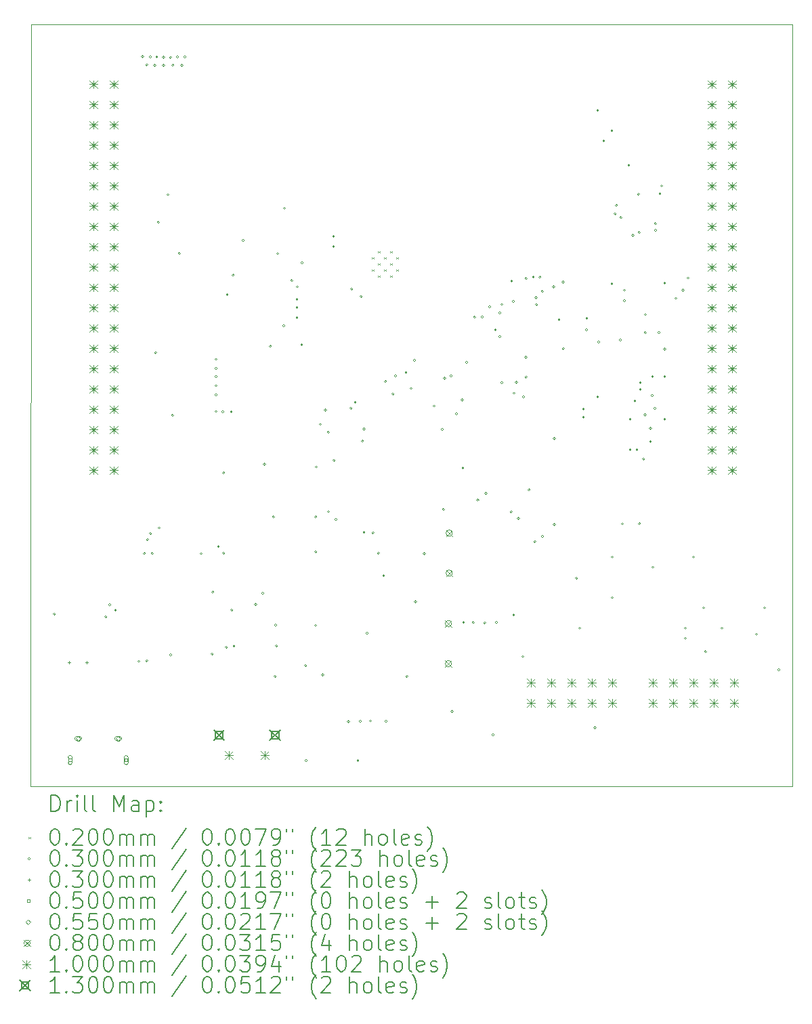
<source format=gbr>
%TF.GenerationSoftware,KiCad,Pcbnew,9.0.6-9.0.6~ubuntu25.04.1*%
%TF.CreationDate,2025-12-03T21:27:21+01:00*%
%TF.ProjectId,CPU,4350552e-6b69-4636-9164-5f7063625858,V0.4*%
%TF.SameCoordinates,Original*%
%TF.FileFunction,Drillmap*%
%TF.FilePolarity,Positive*%
%FSLAX45Y45*%
G04 Gerber Fmt 4.5, Leading zero omitted, Abs format (unit mm)*
G04 Created by KiCad (PCBNEW 9.0.6-9.0.6~ubuntu25.04.1) date 2025-12-03 21:27:21*
%MOMM*%
%LPD*%
G01*
G04 APERTURE LIST*
%ADD10C,0.050000*%
%ADD11C,0.200000*%
%ADD12C,0.100000*%
%ADD13C,0.130000*%
G04 APERTURE END LIST*
D10*
X18284400Y-15737000D02*
X18284400Y-6212000D01*
X8764400Y-6212000D02*
X8759400Y-15737000D01*
X8759400Y-15737000D02*
X18284400Y-15737000D01*
X18284400Y-6212000D02*
X8764400Y-6212000D01*
D11*
D12*
X13028900Y-9124750D02*
X13048900Y-9144750D01*
X13048900Y-9124750D02*
X13028900Y-9144750D01*
X13028900Y-9277250D02*
X13048900Y-9297250D01*
X13048900Y-9277250D02*
X13028900Y-9297250D01*
X13105150Y-9048500D02*
X13125150Y-9068500D01*
X13125150Y-9048500D02*
X13105150Y-9068500D01*
X13105150Y-9201000D02*
X13125150Y-9221000D01*
X13125150Y-9201000D02*
X13105150Y-9221000D01*
X13105150Y-9353500D02*
X13125150Y-9373500D01*
X13125150Y-9353500D02*
X13105150Y-9373500D01*
X13181400Y-9124750D02*
X13201400Y-9144750D01*
X13201400Y-9124750D02*
X13181400Y-9144750D01*
X13181400Y-9277250D02*
X13201400Y-9297250D01*
X13201400Y-9277250D02*
X13181400Y-9297250D01*
X13257650Y-9048500D02*
X13277650Y-9068500D01*
X13277650Y-9048500D02*
X13257650Y-9068500D01*
X13257650Y-9201000D02*
X13277650Y-9221000D01*
X13277650Y-9201000D02*
X13257650Y-9221000D01*
X13257650Y-9353500D02*
X13277650Y-9373500D01*
X13277650Y-9353500D02*
X13257650Y-9373500D01*
X13333900Y-9124750D02*
X13353900Y-9144750D01*
X13353900Y-9124750D02*
X13333900Y-9144750D01*
X13333900Y-9277250D02*
X13353900Y-9297250D01*
X13353900Y-9277250D02*
X13333900Y-9297250D01*
X9072640Y-13583920D02*
G75*
G02*
X9042640Y-13583920I-15000J0D01*
G01*
X9042640Y-13583920D02*
G75*
G02*
X9072640Y-13583920I15000J0D01*
G01*
X9715260Y-13619795D02*
G75*
G02*
X9685260Y-13619795I-15000J0D01*
G01*
X9685260Y-13619795D02*
G75*
G02*
X9715260Y-13619795I15000J0D01*
G01*
X9765660Y-13469395D02*
G75*
G02*
X9735660Y-13469395I-15000J0D01*
G01*
X9735660Y-13469395D02*
G75*
G02*
X9765660Y-13469395I15000J0D01*
G01*
X9837977Y-13537295D02*
G75*
G02*
X9807977Y-13537295I-15000J0D01*
G01*
X9807977Y-13537295D02*
G75*
G02*
X9837977Y-13537295I15000J0D01*
G01*
X10129280Y-14175740D02*
G75*
G02*
X10099280Y-14175740I-15000J0D01*
G01*
X10099280Y-14175740D02*
G75*
G02*
X10129280Y-14175740I15000J0D01*
G01*
X10175000Y-6616700D02*
G75*
G02*
X10145000Y-6616700I-15000J0D01*
G01*
X10145000Y-6616700D02*
G75*
G02*
X10175000Y-6616700I15000J0D01*
G01*
X10200400Y-12827000D02*
G75*
G02*
X10170400Y-12827000I-15000J0D01*
G01*
X10170400Y-12827000D02*
G75*
G02*
X10200400Y-12827000I15000J0D01*
G01*
X10228340Y-6718300D02*
G75*
G02*
X10198340Y-6718300I-15000J0D01*
G01*
X10198340Y-6718300D02*
G75*
G02*
X10228340Y-6718300I15000J0D01*
G01*
X10228340Y-14170660D02*
G75*
G02*
X10198340Y-14170660I-15000J0D01*
G01*
X10198340Y-14170660D02*
G75*
G02*
X10228340Y-14170660I15000J0D01*
G01*
X10237380Y-12654280D02*
G75*
G02*
X10207380Y-12654280I-15000J0D01*
G01*
X10207380Y-12654280D02*
G75*
G02*
X10237380Y-12654280I15000J0D01*
G01*
X10274060Y-6619240D02*
G75*
G02*
X10244060Y-6619240I-15000J0D01*
G01*
X10244060Y-6619240D02*
G75*
G02*
X10274060Y-6619240I15000J0D01*
G01*
X10274060Y-12578080D02*
G75*
G02*
X10244060Y-12578080I-15000J0D01*
G01*
X10244060Y-12578080D02*
G75*
G02*
X10274060Y-12578080I15000J0D01*
G01*
X10296920Y-12829540D02*
G75*
G02*
X10266920Y-12829540I-15000J0D01*
G01*
X10266920Y-12829540D02*
G75*
G02*
X10296920Y-12829540I15000J0D01*
G01*
X10327400Y-6725920D02*
G75*
G02*
X10297400Y-6725920I-15000J0D01*
G01*
X10297400Y-6725920D02*
G75*
G02*
X10327400Y-6725920I15000J0D01*
G01*
X10339400Y-10317000D02*
G75*
G02*
X10309400Y-10317000I-15000J0D01*
G01*
X10309400Y-10317000D02*
G75*
G02*
X10339400Y-10317000I15000J0D01*
G01*
X10352800Y-6619240D02*
G75*
G02*
X10322800Y-6619240I-15000J0D01*
G01*
X10322800Y-6619240D02*
G75*
G02*
X10352800Y-6619240I15000J0D01*
G01*
X10371400Y-8687000D02*
G75*
G02*
X10341400Y-8687000I-15000J0D01*
G01*
X10341400Y-8687000D02*
G75*
G02*
X10371400Y-8687000I15000J0D01*
G01*
X10383280Y-12506960D02*
G75*
G02*
X10353280Y-12506960I-15000J0D01*
G01*
X10353280Y-12506960D02*
G75*
G02*
X10383280Y-12506960I15000J0D01*
G01*
X10436620Y-6725920D02*
G75*
G02*
X10406620Y-6725920I-15000J0D01*
G01*
X10406620Y-6725920D02*
G75*
G02*
X10436620Y-6725920I15000J0D01*
G01*
X10439160Y-6624320D02*
G75*
G02*
X10409160Y-6624320I-15000J0D01*
G01*
X10409160Y-6624320D02*
G75*
G02*
X10439160Y-6624320I15000J0D01*
G01*
X10493300Y-8343900D02*
G75*
G02*
X10463300Y-8343900I-15000J0D01*
G01*
X10463300Y-8343900D02*
G75*
G02*
X10493300Y-8343900I15000J0D01*
G01*
X10493300Y-8343900D02*
G75*
G02*
X10463300Y-8343900I-15000J0D01*
G01*
X10463300Y-8343900D02*
G75*
G02*
X10493300Y-8343900I15000J0D01*
G01*
X10525520Y-6624320D02*
G75*
G02*
X10495520Y-6624320I-15000J0D01*
G01*
X10495520Y-6624320D02*
G75*
G02*
X10525520Y-6624320I15000J0D01*
G01*
X10528060Y-14094460D02*
G75*
G02*
X10498060Y-14094460I-15000J0D01*
G01*
X10498060Y-14094460D02*
G75*
G02*
X10528060Y-14094460I15000J0D01*
G01*
X10550920Y-11099800D02*
G75*
G02*
X10520920Y-11099800I-15000J0D01*
G01*
X10520920Y-11099800D02*
G75*
G02*
X10550920Y-11099800I15000J0D01*
G01*
X10553460Y-6723380D02*
G75*
G02*
X10523460Y-6723380I-15000J0D01*
G01*
X10523460Y-6723380D02*
G75*
G02*
X10553460Y-6723380I15000J0D01*
G01*
X10611880Y-6619240D02*
G75*
G02*
X10581880Y-6619240I-15000J0D01*
G01*
X10581880Y-6619240D02*
G75*
G02*
X10611880Y-6619240I15000J0D01*
G01*
X10635550Y-9077950D02*
G75*
G02*
X10605550Y-9077950I-15000J0D01*
G01*
X10605550Y-9077950D02*
G75*
G02*
X10635550Y-9077950I15000J0D01*
G01*
X10665220Y-6725920D02*
G75*
G02*
X10635220Y-6725920I-15000J0D01*
G01*
X10635220Y-6725920D02*
G75*
G02*
X10665220Y-6725920I15000J0D01*
G01*
X10705860Y-6619240D02*
G75*
G02*
X10675860Y-6619240I-15000J0D01*
G01*
X10675860Y-6619240D02*
G75*
G02*
X10705860Y-6619240I15000J0D01*
G01*
X10909060Y-12829540D02*
G75*
G02*
X10879060Y-12829540I-15000J0D01*
G01*
X10879060Y-12829540D02*
G75*
G02*
X10909060Y-12829540I15000J0D01*
G01*
X11046220Y-14086840D02*
G75*
G02*
X11016220Y-14086840I-15000J0D01*
G01*
X11016220Y-14086840D02*
G75*
G02*
X11046220Y-14086840I15000J0D01*
G01*
X11053840Y-13309600D02*
G75*
G02*
X11023840Y-13309600I-15000J0D01*
G01*
X11023840Y-13309600D02*
G75*
G02*
X11053840Y-13309600I15000J0D01*
G01*
X11094881Y-11050543D02*
G75*
G02*
X11064881Y-11050543I-15000J0D01*
G01*
X11064881Y-11050543D02*
G75*
G02*
X11094881Y-11050543I15000J0D01*
G01*
X11095200Y-10401000D02*
G75*
G02*
X11065200Y-10401000I-15000J0D01*
G01*
X11065200Y-10401000D02*
G75*
G02*
X11095200Y-10401000I15000J0D01*
G01*
X11095200Y-10515300D02*
G75*
G02*
X11065200Y-10515300I-15000J0D01*
G01*
X11065200Y-10515300D02*
G75*
G02*
X11095200Y-10515300I15000J0D01*
G01*
X11095200Y-10616900D02*
G75*
G02*
X11065200Y-10616900I-15000J0D01*
G01*
X11065200Y-10616900D02*
G75*
G02*
X11095200Y-10616900I15000J0D01*
G01*
X11095200Y-10731200D02*
G75*
G02*
X11065200Y-10731200I-15000J0D01*
G01*
X11065200Y-10731200D02*
G75*
G02*
X11095200Y-10731200I15000J0D01*
G01*
X11095200Y-10845500D02*
G75*
G02*
X11065200Y-10845500I-15000J0D01*
G01*
X11065200Y-10845500D02*
G75*
G02*
X11095200Y-10845500I15000J0D01*
G01*
X11124960Y-12740640D02*
G75*
G02*
X11094960Y-12740640I-15000J0D01*
G01*
X11094960Y-12740640D02*
G75*
G02*
X11124960Y-12740640I15000J0D01*
G01*
X11178903Y-11055360D02*
G75*
G02*
X11148903Y-11055360I-15000J0D01*
G01*
X11148903Y-11055360D02*
G75*
G02*
X11178903Y-11055360I15000J0D01*
G01*
X11190000Y-11821160D02*
G75*
G02*
X11160000Y-11821160I-15000J0D01*
G01*
X11160000Y-11821160D02*
G75*
G02*
X11190000Y-11821160I15000J0D01*
G01*
X11190000Y-12824460D02*
G75*
G02*
X11160000Y-12824460I-15000J0D01*
G01*
X11160000Y-12824460D02*
G75*
G02*
X11190000Y-12824460I15000J0D01*
G01*
X11224217Y-14000050D02*
G75*
G02*
X11194217Y-14000050I-15000J0D01*
G01*
X11194217Y-14000050D02*
G75*
G02*
X11224217Y-14000050I15000J0D01*
G01*
X11234400Y-9590000D02*
G75*
G02*
X11204400Y-9590000I-15000J0D01*
G01*
X11204400Y-9590000D02*
G75*
G02*
X11234400Y-9590000I15000J0D01*
G01*
X11284400Y-11055360D02*
G75*
G02*
X11254400Y-11055360I-15000J0D01*
G01*
X11254400Y-11055360D02*
G75*
G02*
X11284400Y-11055360I15000J0D01*
G01*
X11291717Y-13534580D02*
G75*
G02*
X11261717Y-13534580I-15000J0D01*
G01*
X11261717Y-13534580D02*
G75*
G02*
X11291717Y-13534580I15000J0D01*
G01*
X11309400Y-9347200D02*
G75*
G02*
X11279400Y-9347200I-15000J0D01*
G01*
X11279400Y-9347200D02*
G75*
G02*
X11309400Y-9347200I15000J0D01*
G01*
X11320000Y-13985000D02*
G75*
G02*
X11290000Y-13985000I-15000J0D01*
G01*
X11290000Y-13985000D02*
G75*
G02*
X11320000Y-13985000I15000J0D01*
G01*
X11433100Y-8915400D02*
G75*
G02*
X11403100Y-8915400I-15000J0D01*
G01*
X11403100Y-8915400D02*
G75*
G02*
X11433100Y-8915400I15000J0D01*
G01*
X11589780Y-13464540D02*
G75*
G02*
X11559780Y-13464540I-15000J0D01*
G01*
X11559780Y-13464540D02*
G75*
G02*
X11589780Y-13464540I15000J0D01*
G01*
X11678696Y-13326300D02*
G75*
G02*
X11648696Y-13326300I-15000J0D01*
G01*
X11648696Y-13326300D02*
G75*
G02*
X11678696Y-13326300I15000J0D01*
G01*
X11699400Y-11712000D02*
G75*
G02*
X11669400Y-11712000I-15000J0D01*
G01*
X11669400Y-11712000D02*
G75*
G02*
X11699400Y-11712000I15000J0D01*
G01*
X11774400Y-10236200D02*
G75*
G02*
X11744400Y-10236200I-15000J0D01*
G01*
X11744400Y-10236200D02*
G75*
G02*
X11774400Y-10236200I15000J0D01*
G01*
X11813315Y-12370880D02*
G75*
G02*
X11783315Y-12370880I-15000J0D01*
G01*
X11783315Y-12370880D02*
G75*
G02*
X11813315Y-12370880I15000J0D01*
G01*
X11835000Y-14365000D02*
G75*
G02*
X11805000Y-14365000I-15000J0D01*
G01*
X11805000Y-14365000D02*
G75*
G02*
X11835000Y-14365000I15000J0D01*
G01*
X11838700Y-13724015D02*
G75*
G02*
X11808700Y-13724015I-15000J0D01*
G01*
X11808700Y-13724015D02*
G75*
G02*
X11838700Y-13724015I15000J0D01*
G01*
X11850000Y-13985000D02*
G75*
G02*
X11820000Y-13985000I-15000J0D01*
G01*
X11820000Y-13985000D02*
G75*
G02*
X11850000Y-13985000I15000J0D01*
G01*
X11864900Y-9080500D02*
G75*
G02*
X11834900Y-9080500I-15000J0D01*
G01*
X11834900Y-9080500D02*
G75*
G02*
X11864900Y-9080500I15000J0D01*
G01*
X11941100Y-9982200D02*
G75*
G02*
X11911100Y-9982200I-15000J0D01*
G01*
X11911100Y-9982200D02*
G75*
G02*
X11941100Y-9982200I15000J0D01*
G01*
X11949400Y-8512000D02*
G75*
G02*
X11919400Y-8512000I-15000J0D01*
G01*
X11919400Y-8512000D02*
G75*
G02*
X11949400Y-8512000I15000J0D01*
G01*
X12040000Y-9415000D02*
G75*
G02*
X12010000Y-9415000I-15000J0D01*
G01*
X12010000Y-9415000D02*
G75*
G02*
X12040000Y-9415000I15000J0D01*
G01*
X12106200Y-9652500D02*
G75*
G02*
X12076200Y-9652500I-15000J0D01*
G01*
X12076200Y-9652500D02*
G75*
G02*
X12106200Y-9652500I15000J0D01*
G01*
X12106200Y-9753600D02*
G75*
G02*
X12076200Y-9753600I-15000J0D01*
G01*
X12076200Y-9753600D02*
G75*
G02*
X12106200Y-9753600I15000J0D01*
G01*
X12106200Y-9880600D02*
G75*
G02*
X12076200Y-9880600I-15000J0D01*
G01*
X12076200Y-9880600D02*
G75*
G02*
X12106200Y-9880600I15000J0D01*
G01*
X12110000Y-9495000D02*
G75*
G02*
X12080000Y-9495000I-15000J0D01*
G01*
X12080000Y-9495000D02*
G75*
G02*
X12110000Y-9495000I15000J0D01*
G01*
X12166360Y-10218420D02*
G75*
G02*
X12136360Y-10218420I-15000J0D01*
G01*
X12136360Y-10218420D02*
G75*
G02*
X12166360Y-10218420I15000J0D01*
G01*
X12170000Y-9195000D02*
G75*
G02*
X12140000Y-9195000I-15000J0D01*
G01*
X12140000Y-9195000D02*
G75*
G02*
X12170000Y-9195000I15000J0D01*
G01*
X12215000Y-14230000D02*
G75*
G02*
X12185000Y-14230000I-15000J0D01*
G01*
X12185000Y-14230000D02*
G75*
G02*
X12215000Y-14230000I15000J0D01*
G01*
X12219400Y-15417000D02*
G75*
G02*
X12189400Y-15417000I-15000J0D01*
G01*
X12189400Y-15417000D02*
G75*
G02*
X12219400Y-15417000I15000J0D01*
G01*
X12339080Y-13728700D02*
G75*
G02*
X12309080Y-13728700I-15000J0D01*
G01*
X12309080Y-13728700D02*
G75*
G02*
X12339080Y-13728700I15000J0D01*
G01*
X12340466Y-12370275D02*
G75*
G02*
X12310466Y-12370275I-15000J0D01*
G01*
X12310466Y-12370275D02*
G75*
G02*
X12340466Y-12370275I15000J0D01*
G01*
X12341620Y-12806680D02*
G75*
G02*
X12311620Y-12806680I-15000J0D01*
G01*
X12311620Y-12806680D02*
G75*
G02*
X12341620Y-12806680I15000J0D01*
G01*
X12347500Y-11747500D02*
G75*
G02*
X12317500Y-11747500I-15000J0D01*
G01*
X12317500Y-11747500D02*
G75*
G02*
X12347500Y-11747500I15000J0D01*
G01*
X12399400Y-11212000D02*
G75*
G02*
X12369400Y-11212000I-15000J0D01*
G01*
X12369400Y-11212000D02*
G75*
G02*
X12399400Y-11212000I15000J0D01*
G01*
X12429320Y-14346216D02*
G75*
G02*
X12399320Y-14346216I-15000J0D01*
G01*
X12399320Y-14346216D02*
G75*
G02*
X12429320Y-14346216I15000J0D01*
G01*
X12461800Y-11036300D02*
G75*
G02*
X12431800Y-11036300I-15000J0D01*
G01*
X12431800Y-11036300D02*
G75*
G02*
X12461800Y-11036300I15000J0D01*
G01*
X12499400Y-11312000D02*
G75*
G02*
X12469400Y-11312000I-15000J0D01*
G01*
X12469400Y-11312000D02*
G75*
G02*
X12499400Y-11312000I15000J0D01*
G01*
X12499900Y-12306300D02*
G75*
G02*
X12469900Y-12306300I-15000J0D01*
G01*
X12469900Y-12306300D02*
G75*
G02*
X12499900Y-12306300I15000J0D01*
G01*
X12563400Y-8864600D02*
G75*
G02*
X12533400Y-8864600I-15000J0D01*
G01*
X12533400Y-8864600D02*
G75*
G02*
X12563400Y-8864600I15000J0D01*
G01*
X12563400Y-8991600D02*
G75*
G02*
X12533400Y-8991600I-15000J0D01*
G01*
X12533400Y-8991600D02*
G75*
G02*
X12563400Y-8991600I15000J0D01*
G01*
X12569880Y-11662000D02*
G75*
G02*
X12539880Y-11662000I-15000J0D01*
G01*
X12539880Y-11662000D02*
G75*
G02*
X12569880Y-11662000I15000J0D01*
G01*
X12592997Y-12402200D02*
G75*
G02*
X12562997Y-12402200I-15000J0D01*
G01*
X12562997Y-12402200D02*
G75*
G02*
X12592997Y-12402200I15000J0D01*
G01*
X12750560Y-14930120D02*
G75*
G02*
X12720560Y-14930120I-15000J0D01*
G01*
X12720560Y-14930120D02*
G75*
G02*
X12750560Y-14930120I15000J0D01*
G01*
X12779960Y-11011961D02*
G75*
G02*
X12749960Y-11011961I-15000J0D01*
G01*
X12749960Y-11011961D02*
G75*
G02*
X12779960Y-11011961I15000J0D01*
G01*
X12789400Y-9522000D02*
G75*
G02*
X12759400Y-9522000I-15000J0D01*
G01*
X12759400Y-9522000D02*
G75*
G02*
X12789400Y-9522000I15000J0D01*
G01*
X12833365Y-10938307D02*
G75*
G02*
X12803365Y-10938307I-15000J0D01*
G01*
X12803365Y-10938307D02*
G75*
G02*
X12833365Y-10938307I15000J0D01*
G01*
X12869400Y-15417000D02*
G75*
G02*
X12839400Y-15417000I-15000J0D01*
G01*
X12839400Y-15417000D02*
G75*
G02*
X12869400Y-15417000I15000J0D01*
G01*
X12897880Y-14927580D02*
G75*
G02*
X12867880Y-14927580I-15000J0D01*
G01*
X12867880Y-14927580D02*
G75*
G02*
X12897880Y-14927580I15000J0D01*
G01*
X12909400Y-9613900D02*
G75*
G02*
X12879400Y-9613900I-15000J0D01*
G01*
X12879400Y-9613900D02*
G75*
G02*
X12909400Y-9613900I15000J0D01*
G01*
X12925520Y-11422060D02*
G75*
G02*
X12895520Y-11422060I-15000J0D01*
G01*
X12895520Y-11422060D02*
G75*
G02*
X12925520Y-11422060I15000J0D01*
G01*
X12943600Y-12562840D02*
G75*
G02*
X12913600Y-12562840I-15000J0D01*
G01*
X12913600Y-12562840D02*
G75*
G02*
X12943600Y-12562840I15000J0D01*
G01*
X12944400Y-11271500D02*
G75*
G02*
X12914400Y-11271500I-15000J0D01*
G01*
X12914400Y-11271500D02*
G75*
G02*
X12944400Y-11271500I15000J0D01*
G01*
X12984240Y-13825220D02*
G75*
G02*
X12954240Y-13825220I-15000J0D01*
G01*
X12954240Y-13825220D02*
G75*
G02*
X12984240Y-13825220I15000J0D01*
G01*
X13024400Y-14922000D02*
G75*
G02*
X12994400Y-14922000I-15000J0D01*
G01*
X12994400Y-14922000D02*
G75*
G02*
X13024400Y-14922000I15000J0D01*
G01*
X13057900Y-12569300D02*
G75*
G02*
X13027900Y-12569300I-15000J0D01*
G01*
X13027900Y-12569300D02*
G75*
G02*
X13057900Y-12569300I15000J0D01*
G01*
X13124140Y-12824460D02*
G75*
G02*
X13094140Y-12824460I-15000J0D01*
G01*
X13094140Y-12824460D02*
G75*
G02*
X13124140Y-12824460I15000J0D01*
G01*
X13189980Y-13106400D02*
G75*
G02*
X13159980Y-13106400I-15000J0D01*
G01*
X13159980Y-13106400D02*
G75*
G02*
X13189980Y-13106400I15000J0D01*
G01*
X13212840Y-10678160D02*
G75*
G02*
X13182840Y-10678160I-15000J0D01*
G01*
X13182840Y-10678160D02*
G75*
G02*
X13212840Y-10678160I15000J0D01*
G01*
X13219400Y-14927000D02*
G75*
G02*
X13189400Y-14927000I-15000J0D01*
G01*
X13189400Y-14927000D02*
G75*
G02*
X13219400Y-14927000I15000J0D01*
G01*
X13306820Y-10833100D02*
G75*
G02*
X13276820Y-10833100I-15000J0D01*
G01*
X13276820Y-10833100D02*
G75*
G02*
X13306820Y-10833100I15000J0D01*
G01*
X13339840Y-10607040D02*
G75*
G02*
X13309840Y-10607040I-15000J0D01*
G01*
X13309840Y-10607040D02*
G75*
G02*
X13339840Y-10607040I15000J0D01*
G01*
X13469400Y-10567000D02*
G75*
G02*
X13439400Y-10567000I-15000J0D01*
G01*
X13439400Y-10567000D02*
G75*
G02*
X13469400Y-10567000I15000J0D01*
G01*
X13480000Y-14365000D02*
G75*
G02*
X13450000Y-14365000I-15000J0D01*
G01*
X13450000Y-14365000D02*
G75*
G02*
X13480000Y-14365000I15000J0D01*
G01*
X13532880Y-10765453D02*
G75*
G02*
X13502880Y-10765453I-15000J0D01*
G01*
X13502880Y-10765453D02*
G75*
G02*
X13532880Y-10765453I15000J0D01*
G01*
X13574400Y-10412000D02*
G75*
G02*
X13544400Y-10412000I-15000J0D01*
G01*
X13544400Y-10412000D02*
G75*
G02*
X13574400Y-10412000I15000J0D01*
G01*
X13586220Y-13431520D02*
G75*
G02*
X13556220Y-13431520I-15000J0D01*
G01*
X13556220Y-13431520D02*
G75*
G02*
X13586220Y-13431520I15000J0D01*
G01*
X13696050Y-12830000D02*
G75*
G02*
X13666050Y-12830000I-15000J0D01*
G01*
X13666050Y-12830000D02*
G75*
G02*
X13696050Y-12830000I15000J0D01*
G01*
X13820700Y-10985500D02*
G75*
G02*
X13790700Y-10985500I-15000J0D01*
G01*
X13790700Y-10985500D02*
G75*
G02*
X13820700Y-10985500I15000J0D01*
G01*
X13922300Y-11277600D02*
G75*
G02*
X13892300Y-11277600I-15000J0D01*
G01*
X13892300Y-11277600D02*
G75*
G02*
X13922300Y-11277600I15000J0D01*
G01*
X13937145Y-12278940D02*
G75*
G02*
X13907145Y-12278940I-15000J0D01*
G01*
X13907145Y-12278940D02*
G75*
G02*
X13937145Y-12278940I15000J0D01*
G01*
X13953503Y-10637953D02*
G75*
G02*
X13923503Y-10637953I-15000J0D01*
G01*
X13923503Y-10637953D02*
G75*
G02*
X13953503Y-10637953I15000J0D01*
G01*
X14031445Y-10608623D02*
G75*
G02*
X14001445Y-10608623I-15000J0D01*
G01*
X14001445Y-10608623D02*
G75*
G02*
X14031445Y-10608623I15000J0D01*
G01*
X14044400Y-14802000D02*
G75*
G02*
X14014400Y-14802000I-15000J0D01*
G01*
X14014400Y-14802000D02*
G75*
G02*
X14044400Y-14802000I15000J0D01*
G01*
X14099300Y-11082020D02*
G75*
G02*
X14069300Y-11082020I-15000J0D01*
G01*
X14069300Y-11082020D02*
G75*
G02*
X14099300Y-11082020I15000J0D01*
G01*
X14171800Y-10909300D02*
G75*
G02*
X14141800Y-10909300I-15000J0D01*
G01*
X14141800Y-10909300D02*
G75*
G02*
X14171800Y-10909300I15000J0D01*
G01*
X14180000Y-11760200D02*
G75*
G02*
X14150000Y-11760200I-15000J0D01*
G01*
X14150000Y-11760200D02*
G75*
G02*
X14180000Y-11760200I15000J0D01*
G01*
X14189000Y-13690600D02*
G75*
G02*
X14159000Y-13690600I-15000J0D01*
G01*
X14159000Y-13690600D02*
G75*
G02*
X14189000Y-13690600I15000J0D01*
G01*
X14227100Y-10439400D02*
G75*
G02*
X14197100Y-10439400I-15000J0D01*
G01*
X14197100Y-10439400D02*
G75*
G02*
X14227100Y-10439400I15000J0D01*
G01*
X14310000Y-13690000D02*
G75*
G02*
X14280000Y-13690000I-15000J0D01*
G01*
X14280000Y-13690000D02*
G75*
G02*
X14310000Y-13690000I15000J0D01*
G01*
X14327900Y-9874000D02*
G75*
G02*
X14297900Y-9874000I-15000J0D01*
G01*
X14297900Y-9874000D02*
G75*
G02*
X14327900Y-9874000I15000J0D01*
G01*
X14366800Y-12158980D02*
G75*
G02*
X14336800Y-12158980I-15000J0D01*
G01*
X14336800Y-12158980D02*
G75*
G02*
X14366800Y-12158980I15000J0D01*
G01*
X14421207Y-9871113D02*
G75*
G02*
X14391207Y-9871113I-15000J0D01*
G01*
X14391207Y-9871113D02*
G75*
G02*
X14421207Y-9871113I15000J0D01*
G01*
X14452360Y-13695680D02*
G75*
G02*
X14422360Y-13695680I-15000J0D01*
G01*
X14422360Y-13695680D02*
G75*
G02*
X14452360Y-13695680I15000J0D01*
G01*
X14468400Y-12075160D02*
G75*
G02*
X14438400Y-12075160I-15000J0D01*
G01*
X14438400Y-12075160D02*
G75*
G02*
X14468400Y-12075160I15000J0D01*
G01*
X14515000Y-9745000D02*
G75*
G02*
X14485000Y-9745000I-15000J0D01*
G01*
X14485000Y-9745000D02*
G75*
G02*
X14515000Y-9745000I15000J0D01*
G01*
X14559040Y-15095220D02*
G75*
G02*
X14529040Y-15095220I-15000J0D01*
G01*
X14529040Y-15095220D02*
G75*
G02*
X14559040Y-15095220I15000J0D01*
G01*
X14587500Y-10033000D02*
G75*
G02*
X14557500Y-10033000I-15000J0D01*
G01*
X14557500Y-10033000D02*
G75*
G02*
X14587500Y-10033000I15000J0D01*
G01*
X14599400Y-13690000D02*
G75*
G02*
X14569400Y-13690000I-15000J0D01*
G01*
X14569400Y-13690000D02*
G75*
G02*
X14599400Y-13690000I15000J0D01*
G01*
X14643246Y-9820000D02*
G75*
G02*
X14613246Y-9820000I-15000J0D01*
G01*
X14613246Y-9820000D02*
G75*
G02*
X14643246Y-9820000I15000J0D01*
G01*
X14643246Y-10115452D02*
G75*
G02*
X14613246Y-10115452I-15000J0D01*
G01*
X14613246Y-10115452D02*
G75*
G02*
X14643246Y-10115452I15000J0D01*
G01*
X14666303Y-9714101D02*
G75*
G02*
X14636303Y-9714101I-15000J0D01*
G01*
X14636303Y-9714101D02*
G75*
G02*
X14666303Y-9714101I15000J0D01*
G01*
X14667756Y-10691960D02*
G75*
G02*
X14637756Y-10691960I-15000J0D01*
G01*
X14637756Y-10691960D02*
G75*
G02*
X14667756Y-10691960I15000J0D01*
G01*
X14785000Y-12307000D02*
G75*
G02*
X14755000Y-12307000I-15000J0D01*
G01*
X14755000Y-12307000D02*
G75*
G02*
X14785000Y-12307000I15000J0D01*
G01*
X14790282Y-9424029D02*
G75*
G02*
X14760282Y-9424029I-15000J0D01*
G01*
X14760282Y-9424029D02*
G75*
G02*
X14790282Y-9424029I15000J0D01*
G01*
X14811300Y-9677400D02*
G75*
G02*
X14781300Y-9677400I-15000J0D01*
G01*
X14781300Y-9677400D02*
G75*
G02*
X14811300Y-9677400I15000J0D01*
G01*
X14816500Y-13597300D02*
G75*
G02*
X14786500Y-13597300I-15000J0D01*
G01*
X14786500Y-13597300D02*
G75*
G02*
X14816500Y-13597300I15000J0D01*
G01*
X14818939Y-10823620D02*
G75*
G02*
X14788939Y-10823620I-15000J0D01*
G01*
X14788939Y-10823620D02*
G75*
G02*
X14818939Y-10823620I15000J0D01*
G01*
X14849401Y-10687091D02*
G75*
G02*
X14819401Y-10687091I-15000J0D01*
G01*
X14819401Y-10687091D02*
G75*
G02*
X14849401Y-10687091I15000J0D01*
G01*
X14875000Y-12390000D02*
G75*
G02*
X14845000Y-12390000I-15000J0D01*
G01*
X14845000Y-12390000D02*
G75*
G02*
X14875000Y-12390000I15000J0D01*
G01*
X14930800Y-14118000D02*
G75*
G02*
X14900800Y-14118000I-15000J0D01*
G01*
X14900800Y-14118000D02*
G75*
G02*
X14930800Y-14118000I15000J0D01*
G01*
X14938300Y-10871200D02*
G75*
G02*
X14908300Y-10871200I-15000J0D01*
G01*
X14908300Y-10871200D02*
G75*
G02*
X14938300Y-10871200I15000J0D01*
G01*
X14968834Y-10373278D02*
G75*
G02*
X14938834Y-10373278I-15000J0D01*
G01*
X14938834Y-10373278D02*
G75*
G02*
X14968834Y-10373278I15000J0D01*
G01*
X14969145Y-9389378D02*
G75*
G02*
X14939145Y-9389378I-15000J0D01*
G01*
X14939145Y-9389378D02*
G75*
G02*
X14969145Y-9389378I15000J0D01*
G01*
X14970678Y-10623562D02*
G75*
G02*
X14940678Y-10623562I-15000J0D01*
G01*
X14940678Y-10623562D02*
G75*
G02*
X14970678Y-10623562I15000J0D01*
G01*
X15008620Y-12032000D02*
G75*
G02*
X14978620Y-12032000I-15000J0D01*
G01*
X14978620Y-12032000D02*
G75*
G02*
X15008620Y-12032000I15000J0D01*
G01*
X15061266Y-9372500D02*
G75*
G02*
X15031266Y-9372500I-15000J0D01*
G01*
X15031266Y-9372500D02*
G75*
G02*
X15061266Y-9372500I15000J0D01*
G01*
X15079740Y-12679680D02*
G75*
G02*
X15049740Y-12679680I-15000J0D01*
G01*
X15049740Y-12679680D02*
G75*
G02*
X15079740Y-12679680I15000J0D01*
G01*
X15095157Y-9630164D02*
G75*
G02*
X15065157Y-9630164I-15000J0D01*
G01*
X15065157Y-9630164D02*
G75*
G02*
X15095157Y-9630164I15000J0D01*
G01*
X15101640Y-9714917D02*
G75*
G02*
X15071640Y-9714917I-15000J0D01*
G01*
X15071640Y-9714917D02*
G75*
G02*
X15101640Y-9714917I15000J0D01*
G01*
X15144622Y-9372500D02*
G75*
G02*
X15114622Y-9372500I-15000J0D01*
G01*
X15114622Y-9372500D02*
G75*
G02*
X15144622Y-9372500I15000J0D01*
G01*
X15172681Y-9550652D02*
G75*
G02*
X15142681Y-9550652I-15000J0D01*
G01*
X15142681Y-9550652D02*
G75*
G02*
X15172681Y-9550652I15000J0D01*
G01*
X15176260Y-12614720D02*
G75*
G02*
X15146260Y-12614720I-15000J0D01*
G01*
X15146260Y-12614720D02*
G75*
G02*
X15176260Y-12614720I15000J0D01*
G01*
X15313167Y-9493964D02*
G75*
G02*
X15283167Y-9493964I-15000J0D01*
G01*
X15283167Y-9493964D02*
G75*
G02*
X15313167Y-9493964I15000J0D01*
G01*
X15323580Y-11392300D02*
G75*
G02*
X15293580Y-11392300I-15000J0D01*
G01*
X15293580Y-11392300D02*
G75*
G02*
X15323580Y-11392300I15000J0D01*
G01*
X15323580Y-12467000D02*
G75*
G02*
X15293580Y-12467000I-15000J0D01*
G01*
X15293580Y-12467000D02*
G75*
G02*
X15323580Y-12467000I15000J0D01*
G01*
X15382800Y-9906000D02*
G75*
G02*
X15352800Y-9906000I-15000J0D01*
G01*
X15352800Y-9906000D02*
G75*
G02*
X15382800Y-9906000I15000J0D01*
G01*
X15433600Y-9436100D02*
G75*
G02*
X15403600Y-9436100I-15000J0D01*
G01*
X15403600Y-9436100D02*
G75*
G02*
X15433600Y-9436100I15000J0D01*
G01*
X15436658Y-10266300D02*
G75*
G02*
X15406658Y-10266300I-15000J0D01*
G01*
X15406658Y-10266300D02*
G75*
G02*
X15436658Y-10266300I15000J0D01*
G01*
X15600830Y-13137030D02*
G75*
G02*
X15570830Y-13137030I-15000J0D01*
G01*
X15570830Y-13137030D02*
G75*
G02*
X15600830Y-13137030I15000J0D01*
G01*
X15642000Y-13762400D02*
G75*
G02*
X15612000Y-13762400I-15000J0D01*
G01*
X15612000Y-13762400D02*
G75*
G02*
X15642000Y-13762400I15000J0D01*
G01*
X15687600Y-11023600D02*
G75*
G02*
X15657600Y-11023600I-15000J0D01*
G01*
X15657600Y-11023600D02*
G75*
G02*
X15687600Y-11023600I15000J0D01*
G01*
X15687600Y-11125200D02*
G75*
G02*
X15657600Y-11125200I-15000J0D01*
G01*
X15657600Y-11125200D02*
G75*
G02*
X15687600Y-11125200I15000J0D01*
G01*
X15725700Y-10033000D02*
G75*
G02*
X15695700Y-10033000I-15000J0D01*
G01*
X15695700Y-10033000D02*
G75*
G02*
X15725700Y-10033000I15000J0D01*
G01*
X15729403Y-9888000D02*
G75*
G02*
X15699403Y-9888000I-15000J0D01*
G01*
X15699403Y-9888000D02*
G75*
G02*
X15729403Y-9888000I15000J0D01*
G01*
X15832500Y-15007000D02*
G75*
G02*
X15802500Y-15007000I-15000J0D01*
G01*
X15802500Y-15007000D02*
G75*
G02*
X15832500Y-15007000I15000J0D01*
G01*
X15865400Y-7289800D02*
G75*
G02*
X15835400Y-7289800I-15000J0D01*
G01*
X15835400Y-7289800D02*
G75*
G02*
X15865400Y-7289800I15000J0D01*
G01*
X15865400Y-10871200D02*
G75*
G02*
X15835400Y-10871200I-15000J0D01*
G01*
X15835400Y-10871200D02*
G75*
G02*
X15865400Y-10871200I15000J0D01*
G01*
X15877881Y-10185900D02*
G75*
G02*
X15847881Y-10185900I-15000J0D01*
G01*
X15847881Y-10185900D02*
G75*
G02*
X15877881Y-10185900I15000J0D01*
G01*
X15941600Y-7670800D02*
G75*
G02*
X15911600Y-7670800I-15000J0D01*
G01*
X15911600Y-7670800D02*
G75*
G02*
X15941600Y-7670800I15000J0D01*
G01*
X16043200Y-7543800D02*
G75*
G02*
X16013200Y-7543800I-15000J0D01*
G01*
X16013200Y-7543800D02*
G75*
G02*
X16043200Y-7543800I15000J0D01*
G01*
X16043200Y-9457800D02*
G75*
G02*
X16013200Y-9457800I-15000J0D01*
G01*
X16013200Y-9457800D02*
G75*
G02*
X16043200Y-9457800I15000J0D01*
G01*
X16048400Y-12873400D02*
G75*
G02*
X16018400Y-12873400I-15000J0D01*
G01*
X16018400Y-12873400D02*
G75*
G02*
X16048400Y-12873400I15000J0D01*
G01*
X16048400Y-13381400D02*
G75*
G02*
X16018400Y-13381400I-15000J0D01*
G01*
X16018400Y-13381400D02*
G75*
G02*
X16048400Y-13381400I15000J0D01*
G01*
X16084294Y-8583137D02*
G75*
G02*
X16054294Y-8583137I-15000J0D01*
G01*
X16054294Y-8583137D02*
G75*
G02*
X16084294Y-8583137I15000J0D01*
G01*
X16101200Y-8476300D02*
G75*
G02*
X16071200Y-8476300I-15000J0D01*
G01*
X16071200Y-8476300D02*
G75*
G02*
X16101200Y-8476300I15000J0D01*
G01*
X16147832Y-10158752D02*
G75*
G02*
X16117832Y-10158752I-15000J0D01*
G01*
X16117832Y-10158752D02*
G75*
G02*
X16147832Y-10158752I15000J0D01*
G01*
X16156218Y-8628435D02*
G75*
G02*
X16126218Y-8628435I-15000J0D01*
G01*
X16126218Y-8628435D02*
G75*
G02*
X16156218Y-8628435I15000J0D01*
G01*
X16174400Y-12457000D02*
G75*
G02*
X16144400Y-12457000I-15000J0D01*
G01*
X16144400Y-12457000D02*
G75*
G02*
X16174400Y-12457000I15000J0D01*
G01*
X16198720Y-9536200D02*
G75*
G02*
X16168720Y-9536200I-15000J0D01*
G01*
X16168720Y-9536200D02*
G75*
G02*
X16198720Y-9536200I15000J0D01*
G01*
X16199269Y-9666200D02*
G75*
G02*
X16169269Y-9666200I-15000J0D01*
G01*
X16169269Y-9666200D02*
G75*
G02*
X16199269Y-9666200I15000J0D01*
G01*
X16255400Y-7975600D02*
G75*
G02*
X16225400Y-7975600I-15000J0D01*
G01*
X16225400Y-7975600D02*
G75*
G02*
X16255400Y-7975600I15000J0D01*
G01*
X16271800Y-11150600D02*
G75*
G02*
X16241800Y-11150600I-15000J0D01*
G01*
X16241800Y-11150600D02*
G75*
G02*
X16271800Y-11150600I15000J0D01*
G01*
X16271800Y-11531600D02*
G75*
G02*
X16241800Y-11531600I-15000J0D01*
G01*
X16241800Y-11531600D02*
G75*
G02*
X16271800Y-11531600I15000J0D01*
G01*
X16305788Y-8848465D02*
G75*
G02*
X16275788Y-8848465I-15000J0D01*
G01*
X16275788Y-8848465D02*
G75*
G02*
X16305788Y-8848465I15000J0D01*
G01*
X16330500Y-10922000D02*
G75*
G02*
X16300500Y-10922000I-15000J0D01*
G01*
X16300500Y-10922000D02*
G75*
G02*
X16330500Y-10922000I15000J0D01*
G01*
X16356800Y-11531600D02*
G75*
G02*
X16326800Y-11531600I-15000J0D01*
G01*
X16326800Y-11531600D02*
G75*
G02*
X16356800Y-11531600I15000J0D01*
G01*
X16375140Y-8336280D02*
G75*
G02*
X16345140Y-8336280I-15000J0D01*
G01*
X16345140Y-8336280D02*
G75*
G02*
X16375140Y-8336280I15000J0D01*
G01*
X16383244Y-8813456D02*
G75*
G02*
X16353244Y-8813456I-15000J0D01*
G01*
X16353244Y-8813456D02*
G75*
G02*
X16383244Y-8813456I15000J0D01*
G01*
X16388600Y-12456200D02*
G75*
G02*
X16358600Y-12456200I-15000J0D01*
G01*
X16358600Y-12456200D02*
G75*
G02*
X16388600Y-12456200I15000J0D01*
G01*
X16398800Y-10693400D02*
G75*
G02*
X16368800Y-10693400I-15000J0D01*
G01*
X16368800Y-10693400D02*
G75*
G02*
X16398800Y-10693400I15000J0D01*
G01*
X16398800Y-10778400D02*
G75*
G02*
X16368800Y-10778400I-15000J0D01*
G01*
X16368800Y-10778400D02*
G75*
G02*
X16398800Y-10778400I15000J0D01*
G01*
X16439250Y-11648250D02*
G75*
G02*
X16409250Y-11648250I-15000J0D01*
G01*
X16409250Y-11648250D02*
G75*
G02*
X16439250Y-11648250I15000J0D01*
G01*
X16457274Y-11095569D02*
G75*
G02*
X16427274Y-11095569I-15000J0D01*
G01*
X16427274Y-11095569D02*
G75*
G02*
X16457274Y-11095569I15000J0D01*
G01*
X16459072Y-10066779D02*
G75*
G02*
X16429072Y-10066779I-15000J0D01*
G01*
X16429072Y-10066779D02*
G75*
G02*
X16459072Y-10066779I15000J0D01*
G01*
X16462300Y-9842500D02*
G75*
G02*
X16432300Y-9842500I-15000J0D01*
G01*
X16432300Y-9842500D02*
G75*
G02*
X16462300Y-9842500I15000J0D01*
G01*
X16525800Y-11262300D02*
G75*
G02*
X16495800Y-11262300I-15000J0D01*
G01*
X16495800Y-11262300D02*
G75*
G02*
X16525800Y-11262300I15000J0D01*
G01*
X16525800Y-11430000D02*
G75*
G02*
X16495800Y-11430000I-15000J0D01*
G01*
X16495800Y-11430000D02*
G75*
G02*
X16525800Y-11430000I15000J0D01*
G01*
X16546112Y-10852750D02*
G75*
G02*
X16516112Y-10852750I-15000J0D01*
G01*
X16516112Y-10852750D02*
G75*
G02*
X16546112Y-10852750I15000J0D01*
G01*
X16551200Y-10617200D02*
G75*
G02*
X16521200Y-10617200I-15000J0D01*
G01*
X16521200Y-10617200D02*
G75*
G02*
X16551200Y-10617200I15000J0D01*
G01*
X16556400Y-13000400D02*
G75*
G02*
X16526400Y-13000400I-15000J0D01*
G01*
X16526400Y-13000400D02*
G75*
G02*
X16556400Y-13000400I15000J0D01*
G01*
X16581845Y-11013075D02*
G75*
G02*
X16551845Y-11013075I-15000J0D01*
G01*
X16551845Y-11013075D02*
G75*
G02*
X16581845Y-11013075I15000J0D01*
G01*
X16588800Y-8704715D02*
G75*
G02*
X16558800Y-8704715I-15000J0D01*
G01*
X16558800Y-8704715D02*
G75*
G02*
X16588800Y-8704715I15000J0D01*
G01*
X16588800Y-8786254D02*
G75*
G02*
X16558800Y-8786254I-15000J0D01*
G01*
X16558800Y-8786254D02*
G75*
G02*
X16588800Y-8786254I15000J0D01*
G01*
X16631100Y-10064423D02*
G75*
G02*
X16601100Y-10064423I-15000J0D01*
G01*
X16601100Y-10064423D02*
G75*
G02*
X16631100Y-10064423I15000J0D01*
G01*
X16643800Y-8331077D02*
G75*
G02*
X16613800Y-8331077I-15000J0D01*
G01*
X16613800Y-8331077D02*
G75*
G02*
X16643800Y-8331077I15000J0D01*
G01*
X16665500Y-8232000D02*
G75*
G02*
X16635500Y-8232000I-15000J0D01*
G01*
X16635500Y-8232000D02*
G75*
G02*
X16665500Y-8232000I15000J0D01*
G01*
X16703600Y-9448800D02*
G75*
G02*
X16673600Y-9448800I-15000J0D01*
G01*
X16673600Y-9448800D02*
G75*
G02*
X16703600Y-9448800I15000J0D01*
G01*
X16703600Y-10274300D02*
G75*
G02*
X16673600Y-10274300I-15000J0D01*
G01*
X16673600Y-10274300D02*
G75*
G02*
X16703600Y-10274300I15000J0D01*
G01*
X16703600Y-10617200D02*
G75*
G02*
X16673600Y-10617200I-15000J0D01*
G01*
X16673600Y-10617200D02*
G75*
G02*
X16703600Y-10617200I15000J0D01*
G01*
X16703600Y-11148600D02*
G75*
G02*
X16673600Y-11148600I-15000J0D01*
G01*
X16673600Y-11148600D02*
G75*
G02*
X16703600Y-11148600I15000J0D01*
G01*
X16843300Y-9639300D02*
G75*
G02*
X16813300Y-9639300I-15000J0D01*
G01*
X16813300Y-9639300D02*
G75*
G02*
X16843300Y-9639300I15000J0D01*
G01*
X16932200Y-9537700D02*
G75*
G02*
X16902200Y-9537700I-15000J0D01*
G01*
X16902200Y-9537700D02*
G75*
G02*
X16932200Y-9537700I15000J0D01*
G01*
X16962800Y-13762400D02*
G75*
G02*
X16932800Y-13762400I-15000J0D01*
G01*
X16932800Y-13762400D02*
G75*
G02*
X16962800Y-13762400I15000J0D01*
G01*
X16962800Y-13889400D02*
G75*
G02*
X16932800Y-13889400I-15000J0D01*
G01*
X16932800Y-13889400D02*
G75*
G02*
X16962800Y-13889400I15000J0D01*
G01*
X16995700Y-9385300D02*
G75*
G02*
X16965700Y-9385300I-15000J0D01*
G01*
X16965700Y-9385300D02*
G75*
G02*
X16995700Y-9385300I15000J0D01*
G01*
X17064400Y-12872000D02*
G75*
G02*
X17034400Y-12872000I-15000J0D01*
G01*
X17034400Y-12872000D02*
G75*
G02*
X17064400Y-12872000I15000J0D01*
G01*
X17191400Y-13508400D02*
G75*
G02*
X17161400Y-13508400I-15000J0D01*
G01*
X17161400Y-13508400D02*
G75*
G02*
X17191400Y-13508400I15000J0D01*
G01*
X17214400Y-14057000D02*
G75*
G02*
X17184400Y-14057000I-15000J0D01*
G01*
X17184400Y-14057000D02*
G75*
G02*
X17214400Y-14057000I15000J0D01*
G01*
X17420000Y-13762400D02*
G75*
G02*
X17390000Y-13762400I-15000J0D01*
G01*
X17390000Y-13762400D02*
G75*
G02*
X17420000Y-13762400I15000J0D01*
G01*
X17851800Y-13838600D02*
G75*
G02*
X17821800Y-13838600I-15000J0D01*
G01*
X17821800Y-13838600D02*
G75*
G02*
X17851800Y-13838600I15000J0D01*
G01*
X17953400Y-13508400D02*
G75*
G02*
X17923400Y-13508400I-15000J0D01*
G01*
X17923400Y-13508400D02*
G75*
G02*
X17953400Y-13508400I15000J0D01*
G01*
X18131200Y-14282000D02*
G75*
G02*
X18101200Y-14282000I-15000J0D01*
G01*
X18101200Y-14282000D02*
G75*
G02*
X18131200Y-14282000I15000J0D01*
G01*
X9240470Y-14175980D02*
X9240470Y-14205980D01*
X9225470Y-14190980D02*
X9255470Y-14190980D01*
X9461470Y-14175980D02*
X9461470Y-14205980D01*
X9446470Y-14190980D02*
X9476470Y-14190980D01*
X9272878Y-15428618D02*
X9272878Y-15393262D01*
X9237522Y-15393262D01*
X9237522Y-15428618D01*
X9272878Y-15428618D01*
X9230200Y-15378440D02*
X9230200Y-15443440D01*
X9280200Y-15443440D02*
G75*
G02*
X9230200Y-15443440I-25000J0D01*
G01*
X9280200Y-15443440D02*
X9280200Y-15378440D01*
X9280200Y-15378440D02*
G75*
G03*
X9230200Y-15378440I-25000J0D01*
G01*
X9972878Y-15428618D02*
X9972878Y-15393262D01*
X9937522Y-15393262D01*
X9937522Y-15428618D01*
X9972878Y-15428618D01*
X9930200Y-15378440D02*
X9930200Y-15443440D01*
X9980200Y-15443440D02*
G75*
G02*
X9930200Y-15443440I-25000J0D01*
G01*
X9980200Y-15443440D02*
X9980200Y-15378440D01*
X9980200Y-15378440D02*
G75*
G03*
X9930200Y-15378440I-25000J0D01*
G01*
X9355200Y-15168440D02*
X9382700Y-15140940D01*
X9355200Y-15113440D01*
X9327700Y-15140940D01*
X9355200Y-15168440D01*
X9340200Y-15168440D02*
X9370200Y-15168440D01*
X9370200Y-15113440D02*
G75*
G02*
X9370200Y-15168440I0J-27500D01*
G01*
X9370200Y-15113440D02*
X9340200Y-15113440D01*
X9340200Y-15113440D02*
G75*
G03*
X9340200Y-15168440I0J-27500D01*
G01*
X9855200Y-15168440D02*
X9882700Y-15140940D01*
X9855200Y-15113440D01*
X9827700Y-15140940D01*
X9855200Y-15168440D01*
X9840200Y-15168440D02*
X9870200Y-15168440D01*
X9870200Y-15113440D02*
G75*
G02*
X9870200Y-15168440I0J-27500D01*
G01*
X9870200Y-15113440D02*
X9840200Y-15113440D01*
X9840200Y-15113440D02*
G75*
G03*
X9840200Y-15168440I0J-27500D01*
G01*
X13945000Y-13665000D02*
X14025000Y-13745000D01*
X14025000Y-13665000D02*
X13945000Y-13745000D01*
X14025000Y-13705000D02*
G75*
G02*
X13945000Y-13705000I-40000J0D01*
G01*
X13945000Y-13705000D02*
G75*
G02*
X14025000Y-13705000I40000J0D01*
G01*
X13945000Y-14165000D02*
X14025000Y-14245000D01*
X14025000Y-14165000D02*
X13945000Y-14245000D01*
X14025000Y-14205000D02*
G75*
G02*
X13945000Y-14205000I-40000J0D01*
G01*
X13945000Y-14205000D02*
G75*
G02*
X14025000Y-14205000I40000J0D01*
G01*
X13955000Y-12534107D02*
X14035000Y-12614107D01*
X14035000Y-12534107D02*
X13955000Y-12614107D01*
X14035000Y-12574107D02*
G75*
G02*
X13955000Y-12574107I-40000J0D01*
G01*
X13955000Y-12574107D02*
G75*
G02*
X14035000Y-12574107I40000J0D01*
G01*
X13955000Y-13034107D02*
X14035000Y-13114107D01*
X14035000Y-13034107D02*
X13955000Y-13114107D01*
X14035000Y-13074107D02*
G75*
G02*
X13955000Y-13074107I-40000J0D01*
G01*
X13955000Y-13074107D02*
G75*
G02*
X14035000Y-13074107I40000J0D01*
G01*
X9494400Y-6912000D02*
X9594400Y-7012000D01*
X9594400Y-6912000D02*
X9494400Y-7012000D01*
X9544400Y-6912000D02*
X9544400Y-7012000D01*
X9494400Y-6962000D02*
X9594400Y-6962000D01*
X9494400Y-7166000D02*
X9594400Y-7266000D01*
X9594400Y-7166000D02*
X9494400Y-7266000D01*
X9544400Y-7166000D02*
X9544400Y-7266000D01*
X9494400Y-7216000D02*
X9594400Y-7216000D01*
X9494400Y-7420000D02*
X9594400Y-7520000D01*
X9594400Y-7420000D02*
X9494400Y-7520000D01*
X9544400Y-7420000D02*
X9544400Y-7520000D01*
X9494400Y-7470000D02*
X9594400Y-7470000D01*
X9494400Y-7674000D02*
X9594400Y-7774000D01*
X9594400Y-7674000D02*
X9494400Y-7774000D01*
X9544400Y-7674000D02*
X9544400Y-7774000D01*
X9494400Y-7724000D02*
X9594400Y-7724000D01*
X9494400Y-7928000D02*
X9594400Y-8028000D01*
X9594400Y-7928000D02*
X9494400Y-8028000D01*
X9544400Y-7928000D02*
X9544400Y-8028000D01*
X9494400Y-7978000D02*
X9594400Y-7978000D01*
X9494400Y-8182000D02*
X9594400Y-8282000D01*
X9594400Y-8182000D02*
X9494400Y-8282000D01*
X9544400Y-8182000D02*
X9544400Y-8282000D01*
X9494400Y-8232000D02*
X9594400Y-8232000D01*
X9494400Y-8436000D02*
X9594400Y-8536000D01*
X9594400Y-8436000D02*
X9494400Y-8536000D01*
X9544400Y-8436000D02*
X9544400Y-8536000D01*
X9494400Y-8486000D02*
X9594400Y-8486000D01*
X9494400Y-8690000D02*
X9594400Y-8790000D01*
X9594400Y-8690000D02*
X9494400Y-8790000D01*
X9544400Y-8690000D02*
X9544400Y-8790000D01*
X9494400Y-8740000D02*
X9594400Y-8740000D01*
X9494400Y-8944000D02*
X9594400Y-9044000D01*
X9594400Y-8944000D02*
X9494400Y-9044000D01*
X9544400Y-8944000D02*
X9544400Y-9044000D01*
X9494400Y-8994000D02*
X9594400Y-8994000D01*
X9494400Y-9198000D02*
X9594400Y-9298000D01*
X9594400Y-9198000D02*
X9494400Y-9298000D01*
X9544400Y-9198000D02*
X9544400Y-9298000D01*
X9494400Y-9248000D02*
X9594400Y-9248000D01*
X9494400Y-9452000D02*
X9594400Y-9552000D01*
X9594400Y-9452000D02*
X9494400Y-9552000D01*
X9544400Y-9452000D02*
X9544400Y-9552000D01*
X9494400Y-9502000D02*
X9594400Y-9502000D01*
X9494400Y-9706000D02*
X9594400Y-9806000D01*
X9594400Y-9706000D02*
X9494400Y-9806000D01*
X9544400Y-9706000D02*
X9544400Y-9806000D01*
X9494400Y-9756000D02*
X9594400Y-9756000D01*
X9494400Y-9960000D02*
X9594400Y-10060000D01*
X9594400Y-9960000D02*
X9494400Y-10060000D01*
X9544400Y-9960000D02*
X9544400Y-10060000D01*
X9494400Y-10010000D02*
X9594400Y-10010000D01*
X9494400Y-10214000D02*
X9594400Y-10314000D01*
X9594400Y-10214000D02*
X9494400Y-10314000D01*
X9544400Y-10214000D02*
X9544400Y-10314000D01*
X9494400Y-10264000D02*
X9594400Y-10264000D01*
X9494400Y-10468000D02*
X9594400Y-10568000D01*
X9594400Y-10468000D02*
X9494400Y-10568000D01*
X9544400Y-10468000D02*
X9544400Y-10568000D01*
X9494400Y-10518000D02*
X9594400Y-10518000D01*
X9494400Y-10722000D02*
X9594400Y-10822000D01*
X9594400Y-10722000D02*
X9494400Y-10822000D01*
X9544400Y-10722000D02*
X9544400Y-10822000D01*
X9494400Y-10772000D02*
X9594400Y-10772000D01*
X9494400Y-10976000D02*
X9594400Y-11076000D01*
X9594400Y-10976000D02*
X9494400Y-11076000D01*
X9544400Y-10976000D02*
X9544400Y-11076000D01*
X9494400Y-11026000D02*
X9594400Y-11026000D01*
X9494400Y-11230000D02*
X9594400Y-11330000D01*
X9594400Y-11230000D02*
X9494400Y-11330000D01*
X9544400Y-11230000D02*
X9544400Y-11330000D01*
X9494400Y-11280000D02*
X9594400Y-11280000D01*
X9494400Y-11484000D02*
X9594400Y-11584000D01*
X9594400Y-11484000D02*
X9494400Y-11584000D01*
X9544400Y-11484000D02*
X9544400Y-11584000D01*
X9494400Y-11534000D02*
X9594400Y-11534000D01*
X9494400Y-11738000D02*
X9594400Y-11838000D01*
X9594400Y-11738000D02*
X9494400Y-11838000D01*
X9544400Y-11738000D02*
X9544400Y-11838000D01*
X9494400Y-11788000D02*
X9594400Y-11788000D01*
X9748400Y-6912000D02*
X9848400Y-7012000D01*
X9848400Y-6912000D02*
X9748400Y-7012000D01*
X9798400Y-6912000D02*
X9798400Y-7012000D01*
X9748400Y-6962000D02*
X9848400Y-6962000D01*
X9748400Y-7166000D02*
X9848400Y-7266000D01*
X9848400Y-7166000D02*
X9748400Y-7266000D01*
X9798400Y-7166000D02*
X9798400Y-7266000D01*
X9748400Y-7216000D02*
X9848400Y-7216000D01*
X9748400Y-7420000D02*
X9848400Y-7520000D01*
X9848400Y-7420000D02*
X9748400Y-7520000D01*
X9798400Y-7420000D02*
X9798400Y-7520000D01*
X9748400Y-7470000D02*
X9848400Y-7470000D01*
X9748400Y-7674000D02*
X9848400Y-7774000D01*
X9848400Y-7674000D02*
X9748400Y-7774000D01*
X9798400Y-7674000D02*
X9798400Y-7774000D01*
X9748400Y-7724000D02*
X9848400Y-7724000D01*
X9748400Y-7928000D02*
X9848400Y-8028000D01*
X9848400Y-7928000D02*
X9748400Y-8028000D01*
X9798400Y-7928000D02*
X9798400Y-8028000D01*
X9748400Y-7978000D02*
X9848400Y-7978000D01*
X9748400Y-8182000D02*
X9848400Y-8282000D01*
X9848400Y-8182000D02*
X9748400Y-8282000D01*
X9798400Y-8182000D02*
X9798400Y-8282000D01*
X9748400Y-8232000D02*
X9848400Y-8232000D01*
X9748400Y-8436000D02*
X9848400Y-8536000D01*
X9848400Y-8436000D02*
X9748400Y-8536000D01*
X9798400Y-8436000D02*
X9798400Y-8536000D01*
X9748400Y-8486000D02*
X9848400Y-8486000D01*
X9748400Y-8690000D02*
X9848400Y-8790000D01*
X9848400Y-8690000D02*
X9748400Y-8790000D01*
X9798400Y-8690000D02*
X9798400Y-8790000D01*
X9748400Y-8740000D02*
X9848400Y-8740000D01*
X9748400Y-8944000D02*
X9848400Y-9044000D01*
X9848400Y-8944000D02*
X9748400Y-9044000D01*
X9798400Y-8944000D02*
X9798400Y-9044000D01*
X9748400Y-8994000D02*
X9848400Y-8994000D01*
X9748400Y-9198000D02*
X9848400Y-9298000D01*
X9848400Y-9198000D02*
X9748400Y-9298000D01*
X9798400Y-9198000D02*
X9798400Y-9298000D01*
X9748400Y-9248000D02*
X9848400Y-9248000D01*
X9748400Y-9452000D02*
X9848400Y-9552000D01*
X9848400Y-9452000D02*
X9748400Y-9552000D01*
X9798400Y-9452000D02*
X9798400Y-9552000D01*
X9748400Y-9502000D02*
X9848400Y-9502000D01*
X9748400Y-9706000D02*
X9848400Y-9806000D01*
X9848400Y-9706000D02*
X9748400Y-9806000D01*
X9798400Y-9706000D02*
X9798400Y-9806000D01*
X9748400Y-9756000D02*
X9848400Y-9756000D01*
X9748400Y-9960000D02*
X9848400Y-10060000D01*
X9848400Y-9960000D02*
X9748400Y-10060000D01*
X9798400Y-9960000D02*
X9798400Y-10060000D01*
X9748400Y-10010000D02*
X9848400Y-10010000D01*
X9748400Y-10214000D02*
X9848400Y-10314000D01*
X9848400Y-10214000D02*
X9748400Y-10314000D01*
X9798400Y-10214000D02*
X9798400Y-10314000D01*
X9748400Y-10264000D02*
X9848400Y-10264000D01*
X9748400Y-10468000D02*
X9848400Y-10568000D01*
X9848400Y-10468000D02*
X9748400Y-10568000D01*
X9798400Y-10468000D02*
X9798400Y-10568000D01*
X9748400Y-10518000D02*
X9848400Y-10518000D01*
X9748400Y-10722000D02*
X9848400Y-10822000D01*
X9848400Y-10722000D02*
X9748400Y-10822000D01*
X9798400Y-10722000D02*
X9798400Y-10822000D01*
X9748400Y-10772000D02*
X9848400Y-10772000D01*
X9748400Y-10976000D02*
X9848400Y-11076000D01*
X9848400Y-10976000D02*
X9748400Y-11076000D01*
X9798400Y-10976000D02*
X9798400Y-11076000D01*
X9748400Y-11026000D02*
X9848400Y-11026000D01*
X9748400Y-11230000D02*
X9848400Y-11330000D01*
X9848400Y-11230000D02*
X9748400Y-11330000D01*
X9798400Y-11230000D02*
X9798400Y-11330000D01*
X9748400Y-11280000D02*
X9848400Y-11280000D01*
X9748400Y-11484000D02*
X9848400Y-11584000D01*
X9848400Y-11484000D02*
X9748400Y-11584000D01*
X9798400Y-11484000D02*
X9798400Y-11584000D01*
X9748400Y-11534000D02*
X9848400Y-11534000D01*
X9748400Y-11738000D02*
X9848400Y-11838000D01*
X9848400Y-11738000D02*
X9748400Y-11838000D01*
X9798400Y-11738000D02*
X9798400Y-11838000D01*
X9748400Y-11788000D02*
X9848400Y-11788000D01*
X11192400Y-15299000D02*
X11292400Y-15399000D01*
X11292400Y-15299000D02*
X11192400Y-15399000D01*
X11242400Y-15299000D02*
X11242400Y-15399000D01*
X11192400Y-15349000D02*
X11292400Y-15349000D01*
X11642400Y-15299000D02*
X11742400Y-15399000D01*
X11742400Y-15299000D02*
X11642400Y-15399000D01*
X11692400Y-15299000D02*
X11692400Y-15399000D01*
X11642400Y-15349000D02*
X11742400Y-15349000D01*
X14965400Y-14394500D02*
X15065400Y-14494500D01*
X15065400Y-14394500D02*
X14965400Y-14494500D01*
X15015400Y-14394500D02*
X15015400Y-14494500D01*
X14965400Y-14444500D02*
X15065400Y-14444500D01*
X14965400Y-14648500D02*
X15065400Y-14748500D01*
X15065400Y-14648500D02*
X14965400Y-14748500D01*
X15015400Y-14648500D02*
X15015400Y-14748500D01*
X14965400Y-14698500D02*
X15065400Y-14698500D01*
X15219400Y-14394500D02*
X15319400Y-14494500D01*
X15319400Y-14394500D02*
X15219400Y-14494500D01*
X15269400Y-14394500D02*
X15269400Y-14494500D01*
X15219400Y-14444500D02*
X15319400Y-14444500D01*
X15219400Y-14648500D02*
X15319400Y-14748500D01*
X15319400Y-14648500D02*
X15219400Y-14748500D01*
X15269400Y-14648500D02*
X15269400Y-14748500D01*
X15219400Y-14698500D02*
X15319400Y-14698500D01*
X15473400Y-14394500D02*
X15573400Y-14494500D01*
X15573400Y-14394500D02*
X15473400Y-14494500D01*
X15523400Y-14394500D02*
X15523400Y-14494500D01*
X15473400Y-14444500D02*
X15573400Y-14444500D01*
X15473400Y-14648500D02*
X15573400Y-14748500D01*
X15573400Y-14648500D02*
X15473400Y-14748500D01*
X15523400Y-14648500D02*
X15523400Y-14748500D01*
X15473400Y-14698500D02*
X15573400Y-14698500D01*
X15727400Y-14394500D02*
X15827400Y-14494500D01*
X15827400Y-14394500D02*
X15727400Y-14494500D01*
X15777400Y-14394500D02*
X15777400Y-14494500D01*
X15727400Y-14444500D02*
X15827400Y-14444500D01*
X15727400Y-14648500D02*
X15827400Y-14748500D01*
X15827400Y-14648500D02*
X15727400Y-14748500D01*
X15777400Y-14648500D02*
X15777400Y-14748500D01*
X15727400Y-14698500D02*
X15827400Y-14698500D01*
X15981400Y-14394500D02*
X16081400Y-14494500D01*
X16081400Y-14394500D02*
X15981400Y-14494500D01*
X16031400Y-14394500D02*
X16031400Y-14494500D01*
X15981400Y-14444500D02*
X16081400Y-14444500D01*
X15981400Y-14648500D02*
X16081400Y-14748500D01*
X16081400Y-14648500D02*
X15981400Y-14748500D01*
X16031400Y-14648500D02*
X16031400Y-14748500D01*
X15981400Y-14698500D02*
X16081400Y-14698500D01*
X16489400Y-14394500D02*
X16589400Y-14494500D01*
X16589400Y-14394500D02*
X16489400Y-14494500D01*
X16539400Y-14394500D02*
X16539400Y-14494500D01*
X16489400Y-14444500D02*
X16589400Y-14444500D01*
X16489400Y-14648500D02*
X16589400Y-14748500D01*
X16589400Y-14648500D02*
X16489400Y-14748500D01*
X16539400Y-14648500D02*
X16539400Y-14748500D01*
X16489400Y-14698500D02*
X16589400Y-14698500D01*
X16743400Y-14394500D02*
X16843400Y-14494500D01*
X16843400Y-14394500D02*
X16743400Y-14494500D01*
X16793400Y-14394500D02*
X16793400Y-14494500D01*
X16743400Y-14444500D02*
X16843400Y-14444500D01*
X16743400Y-14648500D02*
X16843400Y-14748500D01*
X16843400Y-14648500D02*
X16743400Y-14748500D01*
X16793400Y-14648500D02*
X16793400Y-14748500D01*
X16743400Y-14698500D02*
X16843400Y-14698500D01*
X16997400Y-14394500D02*
X17097400Y-14494500D01*
X17097400Y-14394500D02*
X16997400Y-14494500D01*
X17047400Y-14394500D02*
X17047400Y-14494500D01*
X16997400Y-14444500D02*
X17097400Y-14444500D01*
X16997400Y-14648500D02*
X17097400Y-14748500D01*
X17097400Y-14648500D02*
X16997400Y-14748500D01*
X17047400Y-14648500D02*
X17047400Y-14748500D01*
X16997400Y-14698500D02*
X17097400Y-14698500D01*
X17230400Y-6912000D02*
X17330400Y-7012000D01*
X17330400Y-6912000D02*
X17230400Y-7012000D01*
X17280400Y-6912000D02*
X17280400Y-7012000D01*
X17230400Y-6962000D02*
X17330400Y-6962000D01*
X17230400Y-7166000D02*
X17330400Y-7266000D01*
X17330400Y-7166000D02*
X17230400Y-7266000D01*
X17280400Y-7166000D02*
X17280400Y-7266000D01*
X17230400Y-7216000D02*
X17330400Y-7216000D01*
X17230400Y-7420000D02*
X17330400Y-7520000D01*
X17330400Y-7420000D02*
X17230400Y-7520000D01*
X17280400Y-7420000D02*
X17280400Y-7520000D01*
X17230400Y-7470000D02*
X17330400Y-7470000D01*
X17230400Y-7674000D02*
X17330400Y-7774000D01*
X17330400Y-7674000D02*
X17230400Y-7774000D01*
X17280400Y-7674000D02*
X17280400Y-7774000D01*
X17230400Y-7724000D02*
X17330400Y-7724000D01*
X17230400Y-7928000D02*
X17330400Y-8028000D01*
X17330400Y-7928000D02*
X17230400Y-8028000D01*
X17280400Y-7928000D02*
X17280400Y-8028000D01*
X17230400Y-7978000D02*
X17330400Y-7978000D01*
X17230400Y-8182000D02*
X17330400Y-8282000D01*
X17330400Y-8182000D02*
X17230400Y-8282000D01*
X17280400Y-8182000D02*
X17280400Y-8282000D01*
X17230400Y-8232000D02*
X17330400Y-8232000D01*
X17230400Y-8436000D02*
X17330400Y-8536000D01*
X17330400Y-8436000D02*
X17230400Y-8536000D01*
X17280400Y-8436000D02*
X17280400Y-8536000D01*
X17230400Y-8486000D02*
X17330400Y-8486000D01*
X17230400Y-8690000D02*
X17330400Y-8790000D01*
X17330400Y-8690000D02*
X17230400Y-8790000D01*
X17280400Y-8690000D02*
X17280400Y-8790000D01*
X17230400Y-8740000D02*
X17330400Y-8740000D01*
X17230400Y-8944000D02*
X17330400Y-9044000D01*
X17330400Y-8944000D02*
X17230400Y-9044000D01*
X17280400Y-8944000D02*
X17280400Y-9044000D01*
X17230400Y-8994000D02*
X17330400Y-8994000D01*
X17230400Y-9198000D02*
X17330400Y-9298000D01*
X17330400Y-9198000D02*
X17230400Y-9298000D01*
X17280400Y-9198000D02*
X17280400Y-9298000D01*
X17230400Y-9248000D02*
X17330400Y-9248000D01*
X17230400Y-9452000D02*
X17330400Y-9552000D01*
X17330400Y-9452000D02*
X17230400Y-9552000D01*
X17280400Y-9452000D02*
X17280400Y-9552000D01*
X17230400Y-9502000D02*
X17330400Y-9502000D01*
X17230400Y-9706000D02*
X17330400Y-9806000D01*
X17330400Y-9706000D02*
X17230400Y-9806000D01*
X17280400Y-9706000D02*
X17280400Y-9806000D01*
X17230400Y-9756000D02*
X17330400Y-9756000D01*
X17230400Y-9960000D02*
X17330400Y-10060000D01*
X17330400Y-9960000D02*
X17230400Y-10060000D01*
X17280400Y-9960000D02*
X17280400Y-10060000D01*
X17230400Y-10010000D02*
X17330400Y-10010000D01*
X17230400Y-10214000D02*
X17330400Y-10314000D01*
X17330400Y-10214000D02*
X17230400Y-10314000D01*
X17280400Y-10214000D02*
X17280400Y-10314000D01*
X17230400Y-10264000D02*
X17330400Y-10264000D01*
X17230400Y-10468000D02*
X17330400Y-10568000D01*
X17330400Y-10468000D02*
X17230400Y-10568000D01*
X17280400Y-10468000D02*
X17280400Y-10568000D01*
X17230400Y-10518000D02*
X17330400Y-10518000D01*
X17230400Y-10722000D02*
X17330400Y-10822000D01*
X17330400Y-10722000D02*
X17230400Y-10822000D01*
X17280400Y-10722000D02*
X17280400Y-10822000D01*
X17230400Y-10772000D02*
X17330400Y-10772000D01*
X17230400Y-10976000D02*
X17330400Y-11076000D01*
X17330400Y-10976000D02*
X17230400Y-11076000D01*
X17280400Y-10976000D02*
X17280400Y-11076000D01*
X17230400Y-11026000D02*
X17330400Y-11026000D01*
X17230400Y-11230000D02*
X17330400Y-11330000D01*
X17330400Y-11230000D02*
X17230400Y-11330000D01*
X17280400Y-11230000D02*
X17280400Y-11330000D01*
X17230400Y-11280000D02*
X17330400Y-11280000D01*
X17230400Y-11484000D02*
X17330400Y-11584000D01*
X17330400Y-11484000D02*
X17230400Y-11584000D01*
X17280400Y-11484000D02*
X17280400Y-11584000D01*
X17230400Y-11534000D02*
X17330400Y-11534000D01*
X17230400Y-11738000D02*
X17330400Y-11838000D01*
X17330400Y-11738000D02*
X17230400Y-11838000D01*
X17280400Y-11738000D02*
X17280400Y-11838000D01*
X17230400Y-11788000D02*
X17330400Y-11788000D01*
X17251400Y-14394500D02*
X17351400Y-14494500D01*
X17351400Y-14394500D02*
X17251400Y-14494500D01*
X17301400Y-14394500D02*
X17301400Y-14494500D01*
X17251400Y-14444500D02*
X17351400Y-14444500D01*
X17251400Y-14648500D02*
X17351400Y-14748500D01*
X17351400Y-14648500D02*
X17251400Y-14748500D01*
X17301400Y-14648500D02*
X17301400Y-14748500D01*
X17251400Y-14698500D02*
X17351400Y-14698500D01*
X17484400Y-6912000D02*
X17584400Y-7012000D01*
X17584400Y-6912000D02*
X17484400Y-7012000D01*
X17534400Y-6912000D02*
X17534400Y-7012000D01*
X17484400Y-6962000D02*
X17584400Y-6962000D01*
X17484400Y-7166000D02*
X17584400Y-7266000D01*
X17584400Y-7166000D02*
X17484400Y-7266000D01*
X17534400Y-7166000D02*
X17534400Y-7266000D01*
X17484400Y-7216000D02*
X17584400Y-7216000D01*
X17484400Y-7420000D02*
X17584400Y-7520000D01*
X17584400Y-7420000D02*
X17484400Y-7520000D01*
X17534400Y-7420000D02*
X17534400Y-7520000D01*
X17484400Y-7470000D02*
X17584400Y-7470000D01*
X17484400Y-7674000D02*
X17584400Y-7774000D01*
X17584400Y-7674000D02*
X17484400Y-7774000D01*
X17534400Y-7674000D02*
X17534400Y-7774000D01*
X17484400Y-7724000D02*
X17584400Y-7724000D01*
X17484400Y-7928000D02*
X17584400Y-8028000D01*
X17584400Y-7928000D02*
X17484400Y-8028000D01*
X17534400Y-7928000D02*
X17534400Y-8028000D01*
X17484400Y-7978000D02*
X17584400Y-7978000D01*
X17484400Y-8182000D02*
X17584400Y-8282000D01*
X17584400Y-8182000D02*
X17484400Y-8282000D01*
X17534400Y-8182000D02*
X17534400Y-8282000D01*
X17484400Y-8232000D02*
X17584400Y-8232000D01*
X17484400Y-8436000D02*
X17584400Y-8536000D01*
X17584400Y-8436000D02*
X17484400Y-8536000D01*
X17534400Y-8436000D02*
X17534400Y-8536000D01*
X17484400Y-8486000D02*
X17584400Y-8486000D01*
X17484400Y-8690000D02*
X17584400Y-8790000D01*
X17584400Y-8690000D02*
X17484400Y-8790000D01*
X17534400Y-8690000D02*
X17534400Y-8790000D01*
X17484400Y-8740000D02*
X17584400Y-8740000D01*
X17484400Y-8944000D02*
X17584400Y-9044000D01*
X17584400Y-8944000D02*
X17484400Y-9044000D01*
X17534400Y-8944000D02*
X17534400Y-9044000D01*
X17484400Y-8994000D02*
X17584400Y-8994000D01*
X17484400Y-9198000D02*
X17584400Y-9298000D01*
X17584400Y-9198000D02*
X17484400Y-9298000D01*
X17534400Y-9198000D02*
X17534400Y-9298000D01*
X17484400Y-9248000D02*
X17584400Y-9248000D01*
X17484400Y-9452000D02*
X17584400Y-9552000D01*
X17584400Y-9452000D02*
X17484400Y-9552000D01*
X17534400Y-9452000D02*
X17534400Y-9552000D01*
X17484400Y-9502000D02*
X17584400Y-9502000D01*
X17484400Y-9706000D02*
X17584400Y-9806000D01*
X17584400Y-9706000D02*
X17484400Y-9806000D01*
X17534400Y-9706000D02*
X17534400Y-9806000D01*
X17484400Y-9756000D02*
X17584400Y-9756000D01*
X17484400Y-9960000D02*
X17584400Y-10060000D01*
X17584400Y-9960000D02*
X17484400Y-10060000D01*
X17534400Y-9960000D02*
X17534400Y-10060000D01*
X17484400Y-10010000D02*
X17584400Y-10010000D01*
X17484400Y-10214000D02*
X17584400Y-10314000D01*
X17584400Y-10214000D02*
X17484400Y-10314000D01*
X17534400Y-10214000D02*
X17534400Y-10314000D01*
X17484400Y-10264000D02*
X17584400Y-10264000D01*
X17484400Y-10468000D02*
X17584400Y-10568000D01*
X17584400Y-10468000D02*
X17484400Y-10568000D01*
X17534400Y-10468000D02*
X17534400Y-10568000D01*
X17484400Y-10518000D02*
X17584400Y-10518000D01*
X17484400Y-10722000D02*
X17584400Y-10822000D01*
X17584400Y-10722000D02*
X17484400Y-10822000D01*
X17534400Y-10722000D02*
X17534400Y-10822000D01*
X17484400Y-10772000D02*
X17584400Y-10772000D01*
X17484400Y-10976000D02*
X17584400Y-11076000D01*
X17584400Y-10976000D02*
X17484400Y-11076000D01*
X17534400Y-10976000D02*
X17534400Y-11076000D01*
X17484400Y-11026000D02*
X17584400Y-11026000D01*
X17484400Y-11230000D02*
X17584400Y-11330000D01*
X17584400Y-11230000D02*
X17484400Y-11330000D01*
X17534400Y-11230000D02*
X17534400Y-11330000D01*
X17484400Y-11280000D02*
X17584400Y-11280000D01*
X17484400Y-11484000D02*
X17584400Y-11584000D01*
X17584400Y-11484000D02*
X17484400Y-11584000D01*
X17534400Y-11484000D02*
X17534400Y-11584000D01*
X17484400Y-11534000D02*
X17584400Y-11534000D01*
X17484400Y-11738000D02*
X17584400Y-11838000D01*
X17584400Y-11738000D02*
X17484400Y-11838000D01*
X17534400Y-11738000D02*
X17534400Y-11838000D01*
X17484400Y-11788000D02*
X17584400Y-11788000D01*
X17505400Y-14394500D02*
X17605400Y-14494500D01*
X17605400Y-14394500D02*
X17505400Y-14494500D01*
X17555400Y-14394500D02*
X17555400Y-14494500D01*
X17505400Y-14444500D02*
X17605400Y-14444500D01*
X17505400Y-14648500D02*
X17605400Y-14748500D01*
X17605400Y-14648500D02*
X17505400Y-14748500D01*
X17555400Y-14648500D02*
X17555400Y-14748500D01*
X17505400Y-14698500D02*
X17605400Y-14698500D01*
D13*
X11052400Y-15034000D02*
X11182400Y-15164000D01*
X11182400Y-15034000D02*
X11052400Y-15164000D01*
X11163362Y-15144962D02*
X11163362Y-15053038D01*
X11071438Y-15053038D01*
X11071438Y-15144962D01*
X11163362Y-15144962D01*
X11752400Y-15034000D02*
X11882400Y-15164000D01*
X11882400Y-15034000D02*
X11752400Y-15164000D01*
X11863362Y-15144962D02*
X11863362Y-15053038D01*
X11771438Y-15053038D01*
X11771438Y-15144962D01*
X11863362Y-15144962D01*
D11*
X9017677Y-16050984D02*
X9017677Y-15850984D01*
X9017677Y-15850984D02*
X9065296Y-15850984D01*
X9065296Y-15850984D02*
X9093867Y-15860508D01*
X9093867Y-15860508D02*
X9112915Y-15879555D01*
X9112915Y-15879555D02*
X9122439Y-15898603D01*
X9122439Y-15898603D02*
X9131963Y-15936698D01*
X9131963Y-15936698D02*
X9131963Y-15965269D01*
X9131963Y-15965269D02*
X9122439Y-16003365D01*
X9122439Y-16003365D02*
X9112915Y-16022412D01*
X9112915Y-16022412D02*
X9093867Y-16041460D01*
X9093867Y-16041460D02*
X9065296Y-16050984D01*
X9065296Y-16050984D02*
X9017677Y-16050984D01*
X9217677Y-16050984D02*
X9217677Y-15917650D01*
X9217677Y-15955746D02*
X9227201Y-15936698D01*
X9227201Y-15936698D02*
X9236724Y-15927174D01*
X9236724Y-15927174D02*
X9255772Y-15917650D01*
X9255772Y-15917650D02*
X9274820Y-15917650D01*
X9341486Y-16050984D02*
X9341486Y-15917650D01*
X9341486Y-15850984D02*
X9331963Y-15860508D01*
X9331963Y-15860508D02*
X9341486Y-15870031D01*
X9341486Y-15870031D02*
X9351010Y-15860508D01*
X9351010Y-15860508D02*
X9341486Y-15850984D01*
X9341486Y-15850984D02*
X9341486Y-15870031D01*
X9465296Y-16050984D02*
X9446248Y-16041460D01*
X9446248Y-16041460D02*
X9436724Y-16022412D01*
X9436724Y-16022412D02*
X9436724Y-15850984D01*
X9570058Y-16050984D02*
X9551010Y-16041460D01*
X9551010Y-16041460D02*
X9541486Y-16022412D01*
X9541486Y-16022412D02*
X9541486Y-15850984D01*
X9798629Y-16050984D02*
X9798629Y-15850984D01*
X9798629Y-15850984D02*
X9865296Y-15993841D01*
X9865296Y-15993841D02*
X9931963Y-15850984D01*
X9931963Y-15850984D02*
X9931963Y-16050984D01*
X10112915Y-16050984D02*
X10112915Y-15946222D01*
X10112915Y-15946222D02*
X10103391Y-15927174D01*
X10103391Y-15927174D02*
X10084344Y-15917650D01*
X10084344Y-15917650D02*
X10046248Y-15917650D01*
X10046248Y-15917650D02*
X10027201Y-15927174D01*
X10112915Y-16041460D02*
X10093867Y-16050984D01*
X10093867Y-16050984D02*
X10046248Y-16050984D01*
X10046248Y-16050984D02*
X10027201Y-16041460D01*
X10027201Y-16041460D02*
X10017677Y-16022412D01*
X10017677Y-16022412D02*
X10017677Y-16003365D01*
X10017677Y-16003365D02*
X10027201Y-15984317D01*
X10027201Y-15984317D02*
X10046248Y-15974793D01*
X10046248Y-15974793D02*
X10093867Y-15974793D01*
X10093867Y-15974793D02*
X10112915Y-15965269D01*
X10208153Y-15917650D02*
X10208153Y-16117650D01*
X10208153Y-15927174D02*
X10227201Y-15917650D01*
X10227201Y-15917650D02*
X10265296Y-15917650D01*
X10265296Y-15917650D02*
X10284344Y-15927174D01*
X10284344Y-15927174D02*
X10293867Y-15936698D01*
X10293867Y-15936698D02*
X10303391Y-15955746D01*
X10303391Y-15955746D02*
X10303391Y-16012888D01*
X10303391Y-16012888D02*
X10293867Y-16031936D01*
X10293867Y-16031936D02*
X10284344Y-16041460D01*
X10284344Y-16041460D02*
X10265296Y-16050984D01*
X10265296Y-16050984D02*
X10227201Y-16050984D01*
X10227201Y-16050984D02*
X10208153Y-16041460D01*
X10389105Y-16031936D02*
X10398629Y-16041460D01*
X10398629Y-16041460D02*
X10389105Y-16050984D01*
X10389105Y-16050984D02*
X10379582Y-16041460D01*
X10379582Y-16041460D02*
X10389105Y-16031936D01*
X10389105Y-16031936D02*
X10389105Y-16050984D01*
X10389105Y-15927174D02*
X10398629Y-15936698D01*
X10398629Y-15936698D02*
X10389105Y-15946222D01*
X10389105Y-15946222D02*
X10379582Y-15936698D01*
X10379582Y-15936698D02*
X10389105Y-15927174D01*
X10389105Y-15927174D02*
X10389105Y-15946222D01*
D12*
X8736900Y-16369500D02*
X8756900Y-16389500D01*
X8756900Y-16369500D02*
X8736900Y-16389500D01*
D11*
X9055772Y-16270984D02*
X9074820Y-16270984D01*
X9074820Y-16270984D02*
X9093867Y-16280508D01*
X9093867Y-16280508D02*
X9103391Y-16290031D01*
X9103391Y-16290031D02*
X9112915Y-16309079D01*
X9112915Y-16309079D02*
X9122439Y-16347174D01*
X9122439Y-16347174D02*
X9122439Y-16394793D01*
X9122439Y-16394793D02*
X9112915Y-16432888D01*
X9112915Y-16432888D02*
X9103391Y-16451936D01*
X9103391Y-16451936D02*
X9093867Y-16461460D01*
X9093867Y-16461460D02*
X9074820Y-16470984D01*
X9074820Y-16470984D02*
X9055772Y-16470984D01*
X9055772Y-16470984D02*
X9036724Y-16461460D01*
X9036724Y-16461460D02*
X9027201Y-16451936D01*
X9027201Y-16451936D02*
X9017677Y-16432888D01*
X9017677Y-16432888D02*
X9008153Y-16394793D01*
X9008153Y-16394793D02*
X9008153Y-16347174D01*
X9008153Y-16347174D02*
X9017677Y-16309079D01*
X9017677Y-16309079D02*
X9027201Y-16290031D01*
X9027201Y-16290031D02*
X9036724Y-16280508D01*
X9036724Y-16280508D02*
X9055772Y-16270984D01*
X9208153Y-16451936D02*
X9217677Y-16461460D01*
X9217677Y-16461460D02*
X9208153Y-16470984D01*
X9208153Y-16470984D02*
X9198629Y-16461460D01*
X9198629Y-16461460D02*
X9208153Y-16451936D01*
X9208153Y-16451936D02*
X9208153Y-16470984D01*
X9293867Y-16290031D02*
X9303391Y-16280508D01*
X9303391Y-16280508D02*
X9322439Y-16270984D01*
X9322439Y-16270984D02*
X9370058Y-16270984D01*
X9370058Y-16270984D02*
X9389105Y-16280508D01*
X9389105Y-16280508D02*
X9398629Y-16290031D01*
X9398629Y-16290031D02*
X9408153Y-16309079D01*
X9408153Y-16309079D02*
X9408153Y-16328127D01*
X9408153Y-16328127D02*
X9398629Y-16356698D01*
X9398629Y-16356698D02*
X9284344Y-16470984D01*
X9284344Y-16470984D02*
X9408153Y-16470984D01*
X9531963Y-16270984D02*
X9551010Y-16270984D01*
X9551010Y-16270984D02*
X9570058Y-16280508D01*
X9570058Y-16280508D02*
X9579582Y-16290031D01*
X9579582Y-16290031D02*
X9589105Y-16309079D01*
X9589105Y-16309079D02*
X9598629Y-16347174D01*
X9598629Y-16347174D02*
X9598629Y-16394793D01*
X9598629Y-16394793D02*
X9589105Y-16432888D01*
X9589105Y-16432888D02*
X9579582Y-16451936D01*
X9579582Y-16451936D02*
X9570058Y-16461460D01*
X9570058Y-16461460D02*
X9551010Y-16470984D01*
X9551010Y-16470984D02*
X9531963Y-16470984D01*
X9531963Y-16470984D02*
X9512915Y-16461460D01*
X9512915Y-16461460D02*
X9503391Y-16451936D01*
X9503391Y-16451936D02*
X9493867Y-16432888D01*
X9493867Y-16432888D02*
X9484344Y-16394793D01*
X9484344Y-16394793D02*
X9484344Y-16347174D01*
X9484344Y-16347174D02*
X9493867Y-16309079D01*
X9493867Y-16309079D02*
X9503391Y-16290031D01*
X9503391Y-16290031D02*
X9512915Y-16280508D01*
X9512915Y-16280508D02*
X9531963Y-16270984D01*
X9722439Y-16270984D02*
X9741486Y-16270984D01*
X9741486Y-16270984D02*
X9760534Y-16280508D01*
X9760534Y-16280508D02*
X9770058Y-16290031D01*
X9770058Y-16290031D02*
X9779582Y-16309079D01*
X9779582Y-16309079D02*
X9789105Y-16347174D01*
X9789105Y-16347174D02*
X9789105Y-16394793D01*
X9789105Y-16394793D02*
X9779582Y-16432888D01*
X9779582Y-16432888D02*
X9770058Y-16451936D01*
X9770058Y-16451936D02*
X9760534Y-16461460D01*
X9760534Y-16461460D02*
X9741486Y-16470984D01*
X9741486Y-16470984D02*
X9722439Y-16470984D01*
X9722439Y-16470984D02*
X9703391Y-16461460D01*
X9703391Y-16461460D02*
X9693867Y-16451936D01*
X9693867Y-16451936D02*
X9684344Y-16432888D01*
X9684344Y-16432888D02*
X9674820Y-16394793D01*
X9674820Y-16394793D02*
X9674820Y-16347174D01*
X9674820Y-16347174D02*
X9684344Y-16309079D01*
X9684344Y-16309079D02*
X9693867Y-16290031D01*
X9693867Y-16290031D02*
X9703391Y-16280508D01*
X9703391Y-16280508D02*
X9722439Y-16270984D01*
X9874820Y-16470984D02*
X9874820Y-16337650D01*
X9874820Y-16356698D02*
X9884344Y-16347174D01*
X9884344Y-16347174D02*
X9903391Y-16337650D01*
X9903391Y-16337650D02*
X9931963Y-16337650D01*
X9931963Y-16337650D02*
X9951010Y-16347174D01*
X9951010Y-16347174D02*
X9960534Y-16366222D01*
X9960534Y-16366222D02*
X9960534Y-16470984D01*
X9960534Y-16366222D02*
X9970058Y-16347174D01*
X9970058Y-16347174D02*
X9989105Y-16337650D01*
X9989105Y-16337650D02*
X10017677Y-16337650D01*
X10017677Y-16337650D02*
X10036725Y-16347174D01*
X10036725Y-16347174D02*
X10046248Y-16366222D01*
X10046248Y-16366222D02*
X10046248Y-16470984D01*
X10141486Y-16470984D02*
X10141486Y-16337650D01*
X10141486Y-16356698D02*
X10151010Y-16347174D01*
X10151010Y-16347174D02*
X10170058Y-16337650D01*
X10170058Y-16337650D02*
X10198629Y-16337650D01*
X10198629Y-16337650D02*
X10217677Y-16347174D01*
X10217677Y-16347174D02*
X10227201Y-16366222D01*
X10227201Y-16366222D02*
X10227201Y-16470984D01*
X10227201Y-16366222D02*
X10236725Y-16347174D01*
X10236725Y-16347174D02*
X10255772Y-16337650D01*
X10255772Y-16337650D02*
X10284344Y-16337650D01*
X10284344Y-16337650D02*
X10303391Y-16347174D01*
X10303391Y-16347174D02*
X10312915Y-16366222D01*
X10312915Y-16366222D02*
X10312915Y-16470984D01*
X10703391Y-16261460D02*
X10531963Y-16518603D01*
X10960534Y-16270984D02*
X10979582Y-16270984D01*
X10979582Y-16270984D02*
X10998629Y-16280508D01*
X10998629Y-16280508D02*
X11008153Y-16290031D01*
X11008153Y-16290031D02*
X11017677Y-16309079D01*
X11017677Y-16309079D02*
X11027201Y-16347174D01*
X11027201Y-16347174D02*
X11027201Y-16394793D01*
X11027201Y-16394793D02*
X11017677Y-16432888D01*
X11017677Y-16432888D02*
X11008153Y-16451936D01*
X11008153Y-16451936D02*
X10998629Y-16461460D01*
X10998629Y-16461460D02*
X10979582Y-16470984D01*
X10979582Y-16470984D02*
X10960534Y-16470984D01*
X10960534Y-16470984D02*
X10941487Y-16461460D01*
X10941487Y-16461460D02*
X10931963Y-16451936D01*
X10931963Y-16451936D02*
X10922439Y-16432888D01*
X10922439Y-16432888D02*
X10912915Y-16394793D01*
X10912915Y-16394793D02*
X10912915Y-16347174D01*
X10912915Y-16347174D02*
X10922439Y-16309079D01*
X10922439Y-16309079D02*
X10931963Y-16290031D01*
X10931963Y-16290031D02*
X10941487Y-16280508D01*
X10941487Y-16280508D02*
X10960534Y-16270984D01*
X11112915Y-16451936D02*
X11122439Y-16461460D01*
X11122439Y-16461460D02*
X11112915Y-16470984D01*
X11112915Y-16470984D02*
X11103391Y-16461460D01*
X11103391Y-16461460D02*
X11112915Y-16451936D01*
X11112915Y-16451936D02*
X11112915Y-16470984D01*
X11246248Y-16270984D02*
X11265296Y-16270984D01*
X11265296Y-16270984D02*
X11284344Y-16280508D01*
X11284344Y-16280508D02*
X11293867Y-16290031D01*
X11293867Y-16290031D02*
X11303391Y-16309079D01*
X11303391Y-16309079D02*
X11312915Y-16347174D01*
X11312915Y-16347174D02*
X11312915Y-16394793D01*
X11312915Y-16394793D02*
X11303391Y-16432888D01*
X11303391Y-16432888D02*
X11293867Y-16451936D01*
X11293867Y-16451936D02*
X11284344Y-16461460D01*
X11284344Y-16461460D02*
X11265296Y-16470984D01*
X11265296Y-16470984D02*
X11246248Y-16470984D01*
X11246248Y-16470984D02*
X11227201Y-16461460D01*
X11227201Y-16461460D02*
X11217677Y-16451936D01*
X11217677Y-16451936D02*
X11208153Y-16432888D01*
X11208153Y-16432888D02*
X11198629Y-16394793D01*
X11198629Y-16394793D02*
X11198629Y-16347174D01*
X11198629Y-16347174D02*
X11208153Y-16309079D01*
X11208153Y-16309079D02*
X11217677Y-16290031D01*
X11217677Y-16290031D02*
X11227201Y-16280508D01*
X11227201Y-16280508D02*
X11246248Y-16270984D01*
X11436725Y-16270984D02*
X11455772Y-16270984D01*
X11455772Y-16270984D02*
X11474820Y-16280508D01*
X11474820Y-16280508D02*
X11484344Y-16290031D01*
X11484344Y-16290031D02*
X11493867Y-16309079D01*
X11493867Y-16309079D02*
X11503391Y-16347174D01*
X11503391Y-16347174D02*
X11503391Y-16394793D01*
X11503391Y-16394793D02*
X11493867Y-16432888D01*
X11493867Y-16432888D02*
X11484344Y-16451936D01*
X11484344Y-16451936D02*
X11474820Y-16461460D01*
X11474820Y-16461460D02*
X11455772Y-16470984D01*
X11455772Y-16470984D02*
X11436725Y-16470984D01*
X11436725Y-16470984D02*
X11417677Y-16461460D01*
X11417677Y-16461460D02*
X11408153Y-16451936D01*
X11408153Y-16451936D02*
X11398629Y-16432888D01*
X11398629Y-16432888D02*
X11389106Y-16394793D01*
X11389106Y-16394793D02*
X11389106Y-16347174D01*
X11389106Y-16347174D02*
X11398629Y-16309079D01*
X11398629Y-16309079D02*
X11408153Y-16290031D01*
X11408153Y-16290031D02*
X11417677Y-16280508D01*
X11417677Y-16280508D02*
X11436725Y-16270984D01*
X11570058Y-16270984D02*
X11703391Y-16270984D01*
X11703391Y-16270984D02*
X11617677Y-16470984D01*
X11789106Y-16470984D02*
X11827201Y-16470984D01*
X11827201Y-16470984D02*
X11846248Y-16461460D01*
X11846248Y-16461460D02*
X11855772Y-16451936D01*
X11855772Y-16451936D02*
X11874820Y-16423365D01*
X11874820Y-16423365D02*
X11884344Y-16385269D01*
X11884344Y-16385269D02*
X11884344Y-16309079D01*
X11884344Y-16309079D02*
X11874820Y-16290031D01*
X11874820Y-16290031D02*
X11865296Y-16280508D01*
X11865296Y-16280508D02*
X11846248Y-16270984D01*
X11846248Y-16270984D02*
X11808153Y-16270984D01*
X11808153Y-16270984D02*
X11789106Y-16280508D01*
X11789106Y-16280508D02*
X11779582Y-16290031D01*
X11779582Y-16290031D02*
X11770058Y-16309079D01*
X11770058Y-16309079D02*
X11770058Y-16356698D01*
X11770058Y-16356698D02*
X11779582Y-16375746D01*
X11779582Y-16375746D02*
X11789106Y-16385269D01*
X11789106Y-16385269D02*
X11808153Y-16394793D01*
X11808153Y-16394793D02*
X11846248Y-16394793D01*
X11846248Y-16394793D02*
X11865296Y-16385269D01*
X11865296Y-16385269D02*
X11874820Y-16375746D01*
X11874820Y-16375746D02*
X11884344Y-16356698D01*
X11960534Y-16270984D02*
X11960534Y-16309079D01*
X12036725Y-16270984D02*
X12036725Y-16309079D01*
X12331963Y-16547174D02*
X12322439Y-16537650D01*
X12322439Y-16537650D02*
X12303391Y-16509079D01*
X12303391Y-16509079D02*
X12293868Y-16490031D01*
X12293868Y-16490031D02*
X12284344Y-16461460D01*
X12284344Y-16461460D02*
X12274820Y-16413841D01*
X12274820Y-16413841D02*
X12274820Y-16375746D01*
X12274820Y-16375746D02*
X12284344Y-16328127D01*
X12284344Y-16328127D02*
X12293868Y-16299555D01*
X12293868Y-16299555D02*
X12303391Y-16280508D01*
X12303391Y-16280508D02*
X12322439Y-16251936D01*
X12322439Y-16251936D02*
X12331963Y-16242412D01*
X12512915Y-16470984D02*
X12398629Y-16470984D01*
X12455772Y-16470984D02*
X12455772Y-16270984D01*
X12455772Y-16270984D02*
X12436725Y-16299555D01*
X12436725Y-16299555D02*
X12417677Y-16318603D01*
X12417677Y-16318603D02*
X12398629Y-16328127D01*
X12589106Y-16290031D02*
X12598629Y-16280508D01*
X12598629Y-16280508D02*
X12617677Y-16270984D01*
X12617677Y-16270984D02*
X12665296Y-16270984D01*
X12665296Y-16270984D02*
X12684344Y-16280508D01*
X12684344Y-16280508D02*
X12693868Y-16290031D01*
X12693868Y-16290031D02*
X12703391Y-16309079D01*
X12703391Y-16309079D02*
X12703391Y-16328127D01*
X12703391Y-16328127D02*
X12693868Y-16356698D01*
X12693868Y-16356698D02*
X12579582Y-16470984D01*
X12579582Y-16470984D02*
X12703391Y-16470984D01*
X12941487Y-16470984D02*
X12941487Y-16270984D01*
X13027201Y-16470984D02*
X13027201Y-16366222D01*
X13027201Y-16366222D02*
X13017677Y-16347174D01*
X13017677Y-16347174D02*
X12998630Y-16337650D01*
X12998630Y-16337650D02*
X12970058Y-16337650D01*
X12970058Y-16337650D02*
X12951010Y-16347174D01*
X12951010Y-16347174D02*
X12941487Y-16356698D01*
X13151010Y-16470984D02*
X13131963Y-16461460D01*
X13131963Y-16461460D02*
X13122439Y-16451936D01*
X13122439Y-16451936D02*
X13112915Y-16432888D01*
X13112915Y-16432888D02*
X13112915Y-16375746D01*
X13112915Y-16375746D02*
X13122439Y-16356698D01*
X13122439Y-16356698D02*
X13131963Y-16347174D01*
X13131963Y-16347174D02*
X13151010Y-16337650D01*
X13151010Y-16337650D02*
X13179582Y-16337650D01*
X13179582Y-16337650D02*
X13198630Y-16347174D01*
X13198630Y-16347174D02*
X13208153Y-16356698D01*
X13208153Y-16356698D02*
X13217677Y-16375746D01*
X13217677Y-16375746D02*
X13217677Y-16432888D01*
X13217677Y-16432888D02*
X13208153Y-16451936D01*
X13208153Y-16451936D02*
X13198630Y-16461460D01*
X13198630Y-16461460D02*
X13179582Y-16470984D01*
X13179582Y-16470984D02*
X13151010Y-16470984D01*
X13331963Y-16470984D02*
X13312915Y-16461460D01*
X13312915Y-16461460D02*
X13303391Y-16442412D01*
X13303391Y-16442412D02*
X13303391Y-16270984D01*
X13484344Y-16461460D02*
X13465296Y-16470984D01*
X13465296Y-16470984D02*
X13427201Y-16470984D01*
X13427201Y-16470984D02*
X13408153Y-16461460D01*
X13408153Y-16461460D02*
X13398630Y-16442412D01*
X13398630Y-16442412D02*
X13398630Y-16366222D01*
X13398630Y-16366222D02*
X13408153Y-16347174D01*
X13408153Y-16347174D02*
X13427201Y-16337650D01*
X13427201Y-16337650D02*
X13465296Y-16337650D01*
X13465296Y-16337650D02*
X13484344Y-16347174D01*
X13484344Y-16347174D02*
X13493868Y-16366222D01*
X13493868Y-16366222D02*
X13493868Y-16385269D01*
X13493868Y-16385269D02*
X13398630Y-16404317D01*
X13570058Y-16461460D02*
X13589106Y-16470984D01*
X13589106Y-16470984D02*
X13627201Y-16470984D01*
X13627201Y-16470984D02*
X13646249Y-16461460D01*
X13646249Y-16461460D02*
X13655772Y-16442412D01*
X13655772Y-16442412D02*
X13655772Y-16432888D01*
X13655772Y-16432888D02*
X13646249Y-16413841D01*
X13646249Y-16413841D02*
X13627201Y-16404317D01*
X13627201Y-16404317D02*
X13598630Y-16404317D01*
X13598630Y-16404317D02*
X13579582Y-16394793D01*
X13579582Y-16394793D02*
X13570058Y-16375746D01*
X13570058Y-16375746D02*
X13570058Y-16366222D01*
X13570058Y-16366222D02*
X13579582Y-16347174D01*
X13579582Y-16347174D02*
X13598630Y-16337650D01*
X13598630Y-16337650D02*
X13627201Y-16337650D01*
X13627201Y-16337650D02*
X13646249Y-16347174D01*
X13722439Y-16547174D02*
X13731963Y-16537650D01*
X13731963Y-16537650D02*
X13751011Y-16509079D01*
X13751011Y-16509079D02*
X13760534Y-16490031D01*
X13760534Y-16490031D02*
X13770058Y-16461460D01*
X13770058Y-16461460D02*
X13779582Y-16413841D01*
X13779582Y-16413841D02*
X13779582Y-16375746D01*
X13779582Y-16375746D02*
X13770058Y-16328127D01*
X13770058Y-16328127D02*
X13760534Y-16299555D01*
X13760534Y-16299555D02*
X13751011Y-16280508D01*
X13751011Y-16280508D02*
X13731963Y-16251936D01*
X13731963Y-16251936D02*
X13722439Y-16242412D01*
D12*
X8756900Y-16643500D02*
G75*
G02*
X8726900Y-16643500I-15000J0D01*
G01*
X8726900Y-16643500D02*
G75*
G02*
X8756900Y-16643500I15000J0D01*
G01*
D11*
X9055772Y-16534984D02*
X9074820Y-16534984D01*
X9074820Y-16534984D02*
X9093867Y-16544508D01*
X9093867Y-16544508D02*
X9103391Y-16554031D01*
X9103391Y-16554031D02*
X9112915Y-16573079D01*
X9112915Y-16573079D02*
X9122439Y-16611174D01*
X9122439Y-16611174D02*
X9122439Y-16658793D01*
X9122439Y-16658793D02*
X9112915Y-16696888D01*
X9112915Y-16696888D02*
X9103391Y-16715936D01*
X9103391Y-16715936D02*
X9093867Y-16725460D01*
X9093867Y-16725460D02*
X9074820Y-16734984D01*
X9074820Y-16734984D02*
X9055772Y-16734984D01*
X9055772Y-16734984D02*
X9036724Y-16725460D01*
X9036724Y-16725460D02*
X9027201Y-16715936D01*
X9027201Y-16715936D02*
X9017677Y-16696888D01*
X9017677Y-16696888D02*
X9008153Y-16658793D01*
X9008153Y-16658793D02*
X9008153Y-16611174D01*
X9008153Y-16611174D02*
X9017677Y-16573079D01*
X9017677Y-16573079D02*
X9027201Y-16554031D01*
X9027201Y-16554031D02*
X9036724Y-16544508D01*
X9036724Y-16544508D02*
X9055772Y-16534984D01*
X9208153Y-16715936D02*
X9217677Y-16725460D01*
X9217677Y-16725460D02*
X9208153Y-16734984D01*
X9208153Y-16734984D02*
X9198629Y-16725460D01*
X9198629Y-16725460D02*
X9208153Y-16715936D01*
X9208153Y-16715936D02*
X9208153Y-16734984D01*
X9284344Y-16534984D02*
X9408153Y-16534984D01*
X9408153Y-16534984D02*
X9341486Y-16611174D01*
X9341486Y-16611174D02*
X9370058Y-16611174D01*
X9370058Y-16611174D02*
X9389105Y-16620698D01*
X9389105Y-16620698D02*
X9398629Y-16630222D01*
X9398629Y-16630222D02*
X9408153Y-16649269D01*
X9408153Y-16649269D02*
X9408153Y-16696888D01*
X9408153Y-16696888D02*
X9398629Y-16715936D01*
X9398629Y-16715936D02*
X9389105Y-16725460D01*
X9389105Y-16725460D02*
X9370058Y-16734984D01*
X9370058Y-16734984D02*
X9312915Y-16734984D01*
X9312915Y-16734984D02*
X9293867Y-16725460D01*
X9293867Y-16725460D02*
X9284344Y-16715936D01*
X9531963Y-16534984D02*
X9551010Y-16534984D01*
X9551010Y-16534984D02*
X9570058Y-16544508D01*
X9570058Y-16544508D02*
X9579582Y-16554031D01*
X9579582Y-16554031D02*
X9589105Y-16573079D01*
X9589105Y-16573079D02*
X9598629Y-16611174D01*
X9598629Y-16611174D02*
X9598629Y-16658793D01*
X9598629Y-16658793D02*
X9589105Y-16696888D01*
X9589105Y-16696888D02*
X9579582Y-16715936D01*
X9579582Y-16715936D02*
X9570058Y-16725460D01*
X9570058Y-16725460D02*
X9551010Y-16734984D01*
X9551010Y-16734984D02*
X9531963Y-16734984D01*
X9531963Y-16734984D02*
X9512915Y-16725460D01*
X9512915Y-16725460D02*
X9503391Y-16715936D01*
X9503391Y-16715936D02*
X9493867Y-16696888D01*
X9493867Y-16696888D02*
X9484344Y-16658793D01*
X9484344Y-16658793D02*
X9484344Y-16611174D01*
X9484344Y-16611174D02*
X9493867Y-16573079D01*
X9493867Y-16573079D02*
X9503391Y-16554031D01*
X9503391Y-16554031D02*
X9512915Y-16544508D01*
X9512915Y-16544508D02*
X9531963Y-16534984D01*
X9722439Y-16534984D02*
X9741486Y-16534984D01*
X9741486Y-16534984D02*
X9760534Y-16544508D01*
X9760534Y-16544508D02*
X9770058Y-16554031D01*
X9770058Y-16554031D02*
X9779582Y-16573079D01*
X9779582Y-16573079D02*
X9789105Y-16611174D01*
X9789105Y-16611174D02*
X9789105Y-16658793D01*
X9789105Y-16658793D02*
X9779582Y-16696888D01*
X9779582Y-16696888D02*
X9770058Y-16715936D01*
X9770058Y-16715936D02*
X9760534Y-16725460D01*
X9760534Y-16725460D02*
X9741486Y-16734984D01*
X9741486Y-16734984D02*
X9722439Y-16734984D01*
X9722439Y-16734984D02*
X9703391Y-16725460D01*
X9703391Y-16725460D02*
X9693867Y-16715936D01*
X9693867Y-16715936D02*
X9684344Y-16696888D01*
X9684344Y-16696888D02*
X9674820Y-16658793D01*
X9674820Y-16658793D02*
X9674820Y-16611174D01*
X9674820Y-16611174D02*
X9684344Y-16573079D01*
X9684344Y-16573079D02*
X9693867Y-16554031D01*
X9693867Y-16554031D02*
X9703391Y-16544508D01*
X9703391Y-16544508D02*
X9722439Y-16534984D01*
X9874820Y-16734984D02*
X9874820Y-16601650D01*
X9874820Y-16620698D02*
X9884344Y-16611174D01*
X9884344Y-16611174D02*
X9903391Y-16601650D01*
X9903391Y-16601650D02*
X9931963Y-16601650D01*
X9931963Y-16601650D02*
X9951010Y-16611174D01*
X9951010Y-16611174D02*
X9960534Y-16630222D01*
X9960534Y-16630222D02*
X9960534Y-16734984D01*
X9960534Y-16630222D02*
X9970058Y-16611174D01*
X9970058Y-16611174D02*
X9989105Y-16601650D01*
X9989105Y-16601650D02*
X10017677Y-16601650D01*
X10017677Y-16601650D02*
X10036725Y-16611174D01*
X10036725Y-16611174D02*
X10046248Y-16630222D01*
X10046248Y-16630222D02*
X10046248Y-16734984D01*
X10141486Y-16734984D02*
X10141486Y-16601650D01*
X10141486Y-16620698D02*
X10151010Y-16611174D01*
X10151010Y-16611174D02*
X10170058Y-16601650D01*
X10170058Y-16601650D02*
X10198629Y-16601650D01*
X10198629Y-16601650D02*
X10217677Y-16611174D01*
X10217677Y-16611174D02*
X10227201Y-16630222D01*
X10227201Y-16630222D02*
X10227201Y-16734984D01*
X10227201Y-16630222D02*
X10236725Y-16611174D01*
X10236725Y-16611174D02*
X10255772Y-16601650D01*
X10255772Y-16601650D02*
X10284344Y-16601650D01*
X10284344Y-16601650D02*
X10303391Y-16611174D01*
X10303391Y-16611174D02*
X10312915Y-16630222D01*
X10312915Y-16630222D02*
X10312915Y-16734984D01*
X10703391Y-16525460D02*
X10531963Y-16782603D01*
X10960534Y-16534984D02*
X10979582Y-16534984D01*
X10979582Y-16534984D02*
X10998629Y-16544508D01*
X10998629Y-16544508D02*
X11008153Y-16554031D01*
X11008153Y-16554031D02*
X11017677Y-16573079D01*
X11017677Y-16573079D02*
X11027201Y-16611174D01*
X11027201Y-16611174D02*
X11027201Y-16658793D01*
X11027201Y-16658793D02*
X11017677Y-16696888D01*
X11017677Y-16696888D02*
X11008153Y-16715936D01*
X11008153Y-16715936D02*
X10998629Y-16725460D01*
X10998629Y-16725460D02*
X10979582Y-16734984D01*
X10979582Y-16734984D02*
X10960534Y-16734984D01*
X10960534Y-16734984D02*
X10941487Y-16725460D01*
X10941487Y-16725460D02*
X10931963Y-16715936D01*
X10931963Y-16715936D02*
X10922439Y-16696888D01*
X10922439Y-16696888D02*
X10912915Y-16658793D01*
X10912915Y-16658793D02*
X10912915Y-16611174D01*
X10912915Y-16611174D02*
X10922439Y-16573079D01*
X10922439Y-16573079D02*
X10931963Y-16554031D01*
X10931963Y-16554031D02*
X10941487Y-16544508D01*
X10941487Y-16544508D02*
X10960534Y-16534984D01*
X11112915Y-16715936D02*
X11122439Y-16725460D01*
X11122439Y-16725460D02*
X11112915Y-16734984D01*
X11112915Y-16734984D02*
X11103391Y-16725460D01*
X11103391Y-16725460D02*
X11112915Y-16715936D01*
X11112915Y-16715936D02*
X11112915Y-16734984D01*
X11246248Y-16534984D02*
X11265296Y-16534984D01*
X11265296Y-16534984D02*
X11284344Y-16544508D01*
X11284344Y-16544508D02*
X11293867Y-16554031D01*
X11293867Y-16554031D02*
X11303391Y-16573079D01*
X11303391Y-16573079D02*
X11312915Y-16611174D01*
X11312915Y-16611174D02*
X11312915Y-16658793D01*
X11312915Y-16658793D02*
X11303391Y-16696888D01*
X11303391Y-16696888D02*
X11293867Y-16715936D01*
X11293867Y-16715936D02*
X11284344Y-16725460D01*
X11284344Y-16725460D02*
X11265296Y-16734984D01*
X11265296Y-16734984D02*
X11246248Y-16734984D01*
X11246248Y-16734984D02*
X11227201Y-16725460D01*
X11227201Y-16725460D02*
X11217677Y-16715936D01*
X11217677Y-16715936D02*
X11208153Y-16696888D01*
X11208153Y-16696888D02*
X11198629Y-16658793D01*
X11198629Y-16658793D02*
X11198629Y-16611174D01*
X11198629Y-16611174D02*
X11208153Y-16573079D01*
X11208153Y-16573079D02*
X11217677Y-16554031D01*
X11217677Y-16554031D02*
X11227201Y-16544508D01*
X11227201Y-16544508D02*
X11246248Y-16534984D01*
X11503391Y-16734984D02*
X11389106Y-16734984D01*
X11446248Y-16734984D02*
X11446248Y-16534984D01*
X11446248Y-16534984D02*
X11427201Y-16563555D01*
X11427201Y-16563555D02*
X11408153Y-16582603D01*
X11408153Y-16582603D02*
X11389106Y-16592127D01*
X11693867Y-16734984D02*
X11579582Y-16734984D01*
X11636725Y-16734984D02*
X11636725Y-16534984D01*
X11636725Y-16534984D02*
X11617677Y-16563555D01*
X11617677Y-16563555D02*
X11598629Y-16582603D01*
X11598629Y-16582603D02*
X11579582Y-16592127D01*
X11808153Y-16620698D02*
X11789106Y-16611174D01*
X11789106Y-16611174D02*
X11779582Y-16601650D01*
X11779582Y-16601650D02*
X11770058Y-16582603D01*
X11770058Y-16582603D02*
X11770058Y-16573079D01*
X11770058Y-16573079D02*
X11779582Y-16554031D01*
X11779582Y-16554031D02*
X11789106Y-16544508D01*
X11789106Y-16544508D02*
X11808153Y-16534984D01*
X11808153Y-16534984D02*
X11846248Y-16534984D01*
X11846248Y-16534984D02*
X11865296Y-16544508D01*
X11865296Y-16544508D02*
X11874820Y-16554031D01*
X11874820Y-16554031D02*
X11884344Y-16573079D01*
X11884344Y-16573079D02*
X11884344Y-16582603D01*
X11884344Y-16582603D02*
X11874820Y-16601650D01*
X11874820Y-16601650D02*
X11865296Y-16611174D01*
X11865296Y-16611174D02*
X11846248Y-16620698D01*
X11846248Y-16620698D02*
X11808153Y-16620698D01*
X11808153Y-16620698D02*
X11789106Y-16630222D01*
X11789106Y-16630222D02*
X11779582Y-16639746D01*
X11779582Y-16639746D02*
X11770058Y-16658793D01*
X11770058Y-16658793D02*
X11770058Y-16696888D01*
X11770058Y-16696888D02*
X11779582Y-16715936D01*
X11779582Y-16715936D02*
X11789106Y-16725460D01*
X11789106Y-16725460D02*
X11808153Y-16734984D01*
X11808153Y-16734984D02*
X11846248Y-16734984D01*
X11846248Y-16734984D02*
X11865296Y-16725460D01*
X11865296Y-16725460D02*
X11874820Y-16715936D01*
X11874820Y-16715936D02*
X11884344Y-16696888D01*
X11884344Y-16696888D02*
X11884344Y-16658793D01*
X11884344Y-16658793D02*
X11874820Y-16639746D01*
X11874820Y-16639746D02*
X11865296Y-16630222D01*
X11865296Y-16630222D02*
X11846248Y-16620698D01*
X11960534Y-16534984D02*
X11960534Y-16573079D01*
X12036725Y-16534984D02*
X12036725Y-16573079D01*
X12331963Y-16811174D02*
X12322439Y-16801650D01*
X12322439Y-16801650D02*
X12303391Y-16773079D01*
X12303391Y-16773079D02*
X12293868Y-16754031D01*
X12293868Y-16754031D02*
X12284344Y-16725460D01*
X12284344Y-16725460D02*
X12274820Y-16677841D01*
X12274820Y-16677841D02*
X12274820Y-16639746D01*
X12274820Y-16639746D02*
X12284344Y-16592127D01*
X12284344Y-16592127D02*
X12293868Y-16563555D01*
X12293868Y-16563555D02*
X12303391Y-16544508D01*
X12303391Y-16544508D02*
X12322439Y-16515936D01*
X12322439Y-16515936D02*
X12331963Y-16506412D01*
X12398629Y-16554031D02*
X12408153Y-16544508D01*
X12408153Y-16544508D02*
X12427201Y-16534984D01*
X12427201Y-16534984D02*
X12474820Y-16534984D01*
X12474820Y-16534984D02*
X12493868Y-16544508D01*
X12493868Y-16544508D02*
X12503391Y-16554031D01*
X12503391Y-16554031D02*
X12512915Y-16573079D01*
X12512915Y-16573079D02*
X12512915Y-16592127D01*
X12512915Y-16592127D02*
X12503391Y-16620698D01*
X12503391Y-16620698D02*
X12389106Y-16734984D01*
X12389106Y-16734984D02*
X12512915Y-16734984D01*
X12589106Y-16554031D02*
X12598629Y-16544508D01*
X12598629Y-16544508D02*
X12617677Y-16534984D01*
X12617677Y-16534984D02*
X12665296Y-16534984D01*
X12665296Y-16534984D02*
X12684344Y-16544508D01*
X12684344Y-16544508D02*
X12693868Y-16554031D01*
X12693868Y-16554031D02*
X12703391Y-16573079D01*
X12703391Y-16573079D02*
X12703391Y-16592127D01*
X12703391Y-16592127D02*
X12693868Y-16620698D01*
X12693868Y-16620698D02*
X12579582Y-16734984D01*
X12579582Y-16734984D02*
X12703391Y-16734984D01*
X12770058Y-16534984D02*
X12893868Y-16534984D01*
X12893868Y-16534984D02*
X12827201Y-16611174D01*
X12827201Y-16611174D02*
X12855772Y-16611174D01*
X12855772Y-16611174D02*
X12874820Y-16620698D01*
X12874820Y-16620698D02*
X12884344Y-16630222D01*
X12884344Y-16630222D02*
X12893868Y-16649269D01*
X12893868Y-16649269D02*
X12893868Y-16696888D01*
X12893868Y-16696888D02*
X12884344Y-16715936D01*
X12884344Y-16715936D02*
X12874820Y-16725460D01*
X12874820Y-16725460D02*
X12855772Y-16734984D01*
X12855772Y-16734984D02*
X12798629Y-16734984D01*
X12798629Y-16734984D02*
X12779582Y-16725460D01*
X12779582Y-16725460D02*
X12770058Y-16715936D01*
X13131963Y-16734984D02*
X13131963Y-16534984D01*
X13217677Y-16734984D02*
X13217677Y-16630222D01*
X13217677Y-16630222D02*
X13208153Y-16611174D01*
X13208153Y-16611174D02*
X13189106Y-16601650D01*
X13189106Y-16601650D02*
X13160534Y-16601650D01*
X13160534Y-16601650D02*
X13141487Y-16611174D01*
X13141487Y-16611174D02*
X13131963Y-16620698D01*
X13341487Y-16734984D02*
X13322439Y-16725460D01*
X13322439Y-16725460D02*
X13312915Y-16715936D01*
X13312915Y-16715936D02*
X13303391Y-16696888D01*
X13303391Y-16696888D02*
X13303391Y-16639746D01*
X13303391Y-16639746D02*
X13312915Y-16620698D01*
X13312915Y-16620698D02*
X13322439Y-16611174D01*
X13322439Y-16611174D02*
X13341487Y-16601650D01*
X13341487Y-16601650D02*
X13370058Y-16601650D01*
X13370058Y-16601650D02*
X13389106Y-16611174D01*
X13389106Y-16611174D02*
X13398630Y-16620698D01*
X13398630Y-16620698D02*
X13408153Y-16639746D01*
X13408153Y-16639746D02*
X13408153Y-16696888D01*
X13408153Y-16696888D02*
X13398630Y-16715936D01*
X13398630Y-16715936D02*
X13389106Y-16725460D01*
X13389106Y-16725460D02*
X13370058Y-16734984D01*
X13370058Y-16734984D02*
X13341487Y-16734984D01*
X13522439Y-16734984D02*
X13503391Y-16725460D01*
X13503391Y-16725460D02*
X13493868Y-16706412D01*
X13493868Y-16706412D02*
X13493868Y-16534984D01*
X13674820Y-16725460D02*
X13655772Y-16734984D01*
X13655772Y-16734984D02*
X13617677Y-16734984D01*
X13617677Y-16734984D02*
X13598630Y-16725460D01*
X13598630Y-16725460D02*
X13589106Y-16706412D01*
X13589106Y-16706412D02*
X13589106Y-16630222D01*
X13589106Y-16630222D02*
X13598630Y-16611174D01*
X13598630Y-16611174D02*
X13617677Y-16601650D01*
X13617677Y-16601650D02*
X13655772Y-16601650D01*
X13655772Y-16601650D02*
X13674820Y-16611174D01*
X13674820Y-16611174D02*
X13684344Y-16630222D01*
X13684344Y-16630222D02*
X13684344Y-16649269D01*
X13684344Y-16649269D02*
X13589106Y-16668317D01*
X13760534Y-16725460D02*
X13779582Y-16734984D01*
X13779582Y-16734984D02*
X13817677Y-16734984D01*
X13817677Y-16734984D02*
X13836725Y-16725460D01*
X13836725Y-16725460D02*
X13846249Y-16706412D01*
X13846249Y-16706412D02*
X13846249Y-16696888D01*
X13846249Y-16696888D02*
X13836725Y-16677841D01*
X13836725Y-16677841D02*
X13817677Y-16668317D01*
X13817677Y-16668317D02*
X13789106Y-16668317D01*
X13789106Y-16668317D02*
X13770058Y-16658793D01*
X13770058Y-16658793D02*
X13760534Y-16639746D01*
X13760534Y-16639746D02*
X13760534Y-16630222D01*
X13760534Y-16630222D02*
X13770058Y-16611174D01*
X13770058Y-16611174D02*
X13789106Y-16601650D01*
X13789106Y-16601650D02*
X13817677Y-16601650D01*
X13817677Y-16601650D02*
X13836725Y-16611174D01*
X13912915Y-16811174D02*
X13922439Y-16801650D01*
X13922439Y-16801650D02*
X13941487Y-16773079D01*
X13941487Y-16773079D02*
X13951011Y-16754031D01*
X13951011Y-16754031D02*
X13960534Y-16725460D01*
X13960534Y-16725460D02*
X13970058Y-16677841D01*
X13970058Y-16677841D02*
X13970058Y-16639746D01*
X13970058Y-16639746D02*
X13960534Y-16592127D01*
X13960534Y-16592127D02*
X13951011Y-16563555D01*
X13951011Y-16563555D02*
X13941487Y-16544508D01*
X13941487Y-16544508D02*
X13922439Y-16515936D01*
X13922439Y-16515936D02*
X13912915Y-16506412D01*
D12*
X8741900Y-16892500D02*
X8741900Y-16922500D01*
X8726900Y-16907500D02*
X8756900Y-16907500D01*
D11*
X9055772Y-16798984D02*
X9074820Y-16798984D01*
X9074820Y-16798984D02*
X9093867Y-16808508D01*
X9093867Y-16808508D02*
X9103391Y-16818031D01*
X9103391Y-16818031D02*
X9112915Y-16837079D01*
X9112915Y-16837079D02*
X9122439Y-16875174D01*
X9122439Y-16875174D02*
X9122439Y-16922793D01*
X9122439Y-16922793D02*
X9112915Y-16960889D01*
X9112915Y-16960889D02*
X9103391Y-16979936D01*
X9103391Y-16979936D02*
X9093867Y-16989460D01*
X9093867Y-16989460D02*
X9074820Y-16998984D01*
X9074820Y-16998984D02*
X9055772Y-16998984D01*
X9055772Y-16998984D02*
X9036724Y-16989460D01*
X9036724Y-16989460D02*
X9027201Y-16979936D01*
X9027201Y-16979936D02*
X9017677Y-16960889D01*
X9017677Y-16960889D02*
X9008153Y-16922793D01*
X9008153Y-16922793D02*
X9008153Y-16875174D01*
X9008153Y-16875174D02*
X9017677Y-16837079D01*
X9017677Y-16837079D02*
X9027201Y-16818031D01*
X9027201Y-16818031D02*
X9036724Y-16808508D01*
X9036724Y-16808508D02*
X9055772Y-16798984D01*
X9208153Y-16979936D02*
X9217677Y-16989460D01*
X9217677Y-16989460D02*
X9208153Y-16998984D01*
X9208153Y-16998984D02*
X9198629Y-16989460D01*
X9198629Y-16989460D02*
X9208153Y-16979936D01*
X9208153Y-16979936D02*
X9208153Y-16998984D01*
X9284344Y-16798984D02*
X9408153Y-16798984D01*
X9408153Y-16798984D02*
X9341486Y-16875174D01*
X9341486Y-16875174D02*
X9370058Y-16875174D01*
X9370058Y-16875174D02*
X9389105Y-16884698D01*
X9389105Y-16884698D02*
X9398629Y-16894222D01*
X9398629Y-16894222D02*
X9408153Y-16913270D01*
X9408153Y-16913270D02*
X9408153Y-16960889D01*
X9408153Y-16960889D02*
X9398629Y-16979936D01*
X9398629Y-16979936D02*
X9389105Y-16989460D01*
X9389105Y-16989460D02*
X9370058Y-16998984D01*
X9370058Y-16998984D02*
X9312915Y-16998984D01*
X9312915Y-16998984D02*
X9293867Y-16989460D01*
X9293867Y-16989460D02*
X9284344Y-16979936D01*
X9531963Y-16798984D02*
X9551010Y-16798984D01*
X9551010Y-16798984D02*
X9570058Y-16808508D01*
X9570058Y-16808508D02*
X9579582Y-16818031D01*
X9579582Y-16818031D02*
X9589105Y-16837079D01*
X9589105Y-16837079D02*
X9598629Y-16875174D01*
X9598629Y-16875174D02*
X9598629Y-16922793D01*
X9598629Y-16922793D02*
X9589105Y-16960889D01*
X9589105Y-16960889D02*
X9579582Y-16979936D01*
X9579582Y-16979936D02*
X9570058Y-16989460D01*
X9570058Y-16989460D02*
X9551010Y-16998984D01*
X9551010Y-16998984D02*
X9531963Y-16998984D01*
X9531963Y-16998984D02*
X9512915Y-16989460D01*
X9512915Y-16989460D02*
X9503391Y-16979936D01*
X9503391Y-16979936D02*
X9493867Y-16960889D01*
X9493867Y-16960889D02*
X9484344Y-16922793D01*
X9484344Y-16922793D02*
X9484344Y-16875174D01*
X9484344Y-16875174D02*
X9493867Y-16837079D01*
X9493867Y-16837079D02*
X9503391Y-16818031D01*
X9503391Y-16818031D02*
X9512915Y-16808508D01*
X9512915Y-16808508D02*
X9531963Y-16798984D01*
X9722439Y-16798984D02*
X9741486Y-16798984D01*
X9741486Y-16798984D02*
X9760534Y-16808508D01*
X9760534Y-16808508D02*
X9770058Y-16818031D01*
X9770058Y-16818031D02*
X9779582Y-16837079D01*
X9779582Y-16837079D02*
X9789105Y-16875174D01*
X9789105Y-16875174D02*
X9789105Y-16922793D01*
X9789105Y-16922793D02*
X9779582Y-16960889D01*
X9779582Y-16960889D02*
X9770058Y-16979936D01*
X9770058Y-16979936D02*
X9760534Y-16989460D01*
X9760534Y-16989460D02*
X9741486Y-16998984D01*
X9741486Y-16998984D02*
X9722439Y-16998984D01*
X9722439Y-16998984D02*
X9703391Y-16989460D01*
X9703391Y-16989460D02*
X9693867Y-16979936D01*
X9693867Y-16979936D02*
X9684344Y-16960889D01*
X9684344Y-16960889D02*
X9674820Y-16922793D01*
X9674820Y-16922793D02*
X9674820Y-16875174D01*
X9674820Y-16875174D02*
X9684344Y-16837079D01*
X9684344Y-16837079D02*
X9693867Y-16818031D01*
X9693867Y-16818031D02*
X9703391Y-16808508D01*
X9703391Y-16808508D02*
X9722439Y-16798984D01*
X9874820Y-16998984D02*
X9874820Y-16865650D01*
X9874820Y-16884698D02*
X9884344Y-16875174D01*
X9884344Y-16875174D02*
X9903391Y-16865650D01*
X9903391Y-16865650D02*
X9931963Y-16865650D01*
X9931963Y-16865650D02*
X9951010Y-16875174D01*
X9951010Y-16875174D02*
X9960534Y-16894222D01*
X9960534Y-16894222D02*
X9960534Y-16998984D01*
X9960534Y-16894222D02*
X9970058Y-16875174D01*
X9970058Y-16875174D02*
X9989105Y-16865650D01*
X9989105Y-16865650D02*
X10017677Y-16865650D01*
X10017677Y-16865650D02*
X10036725Y-16875174D01*
X10036725Y-16875174D02*
X10046248Y-16894222D01*
X10046248Y-16894222D02*
X10046248Y-16998984D01*
X10141486Y-16998984D02*
X10141486Y-16865650D01*
X10141486Y-16884698D02*
X10151010Y-16875174D01*
X10151010Y-16875174D02*
X10170058Y-16865650D01*
X10170058Y-16865650D02*
X10198629Y-16865650D01*
X10198629Y-16865650D02*
X10217677Y-16875174D01*
X10217677Y-16875174D02*
X10227201Y-16894222D01*
X10227201Y-16894222D02*
X10227201Y-16998984D01*
X10227201Y-16894222D02*
X10236725Y-16875174D01*
X10236725Y-16875174D02*
X10255772Y-16865650D01*
X10255772Y-16865650D02*
X10284344Y-16865650D01*
X10284344Y-16865650D02*
X10303391Y-16875174D01*
X10303391Y-16875174D02*
X10312915Y-16894222D01*
X10312915Y-16894222D02*
X10312915Y-16998984D01*
X10703391Y-16789460D02*
X10531963Y-17046603D01*
X10960534Y-16798984D02*
X10979582Y-16798984D01*
X10979582Y-16798984D02*
X10998629Y-16808508D01*
X10998629Y-16808508D02*
X11008153Y-16818031D01*
X11008153Y-16818031D02*
X11017677Y-16837079D01*
X11017677Y-16837079D02*
X11027201Y-16875174D01*
X11027201Y-16875174D02*
X11027201Y-16922793D01*
X11027201Y-16922793D02*
X11017677Y-16960889D01*
X11017677Y-16960889D02*
X11008153Y-16979936D01*
X11008153Y-16979936D02*
X10998629Y-16989460D01*
X10998629Y-16989460D02*
X10979582Y-16998984D01*
X10979582Y-16998984D02*
X10960534Y-16998984D01*
X10960534Y-16998984D02*
X10941487Y-16989460D01*
X10941487Y-16989460D02*
X10931963Y-16979936D01*
X10931963Y-16979936D02*
X10922439Y-16960889D01*
X10922439Y-16960889D02*
X10912915Y-16922793D01*
X10912915Y-16922793D02*
X10912915Y-16875174D01*
X10912915Y-16875174D02*
X10922439Y-16837079D01*
X10922439Y-16837079D02*
X10931963Y-16818031D01*
X10931963Y-16818031D02*
X10941487Y-16808508D01*
X10941487Y-16808508D02*
X10960534Y-16798984D01*
X11112915Y-16979936D02*
X11122439Y-16989460D01*
X11122439Y-16989460D02*
X11112915Y-16998984D01*
X11112915Y-16998984D02*
X11103391Y-16989460D01*
X11103391Y-16989460D02*
X11112915Y-16979936D01*
X11112915Y-16979936D02*
X11112915Y-16998984D01*
X11246248Y-16798984D02*
X11265296Y-16798984D01*
X11265296Y-16798984D02*
X11284344Y-16808508D01*
X11284344Y-16808508D02*
X11293867Y-16818031D01*
X11293867Y-16818031D02*
X11303391Y-16837079D01*
X11303391Y-16837079D02*
X11312915Y-16875174D01*
X11312915Y-16875174D02*
X11312915Y-16922793D01*
X11312915Y-16922793D02*
X11303391Y-16960889D01*
X11303391Y-16960889D02*
X11293867Y-16979936D01*
X11293867Y-16979936D02*
X11284344Y-16989460D01*
X11284344Y-16989460D02*
X11265296Y-16998984D01*
X11265296Y-16998984D02*
X11246248Y-16998984D01*
X11246248Y-16998984D02*
X11227201Y-16989460D01*
X11227201Y-16989460D02*
X11217677Y-16979936D01*
X11217677Y-16979936D02*
X11208153Y-16960889D01*
X11208153Y-16960889D02*
X11198629Y-16922793D01*
X11198629Y-16922793D02*
X11198629Y-16875174D01*
X11198629Y-16875174D02*
X11208153Y-16837079D01*
X11208153Y-16837079D02*
X11217677Y-16818031D01*
X11217677Y-16818031D02*
X11227201Y-16808508D01*
X11227201Y-16808508D02*
X11246248Y-16798984D01*
X11503391Y-16998984D02*
X11389106Y-16998984D01*
X11446248Y-16998984D02*
X11446248Y-16798984D01*
X11446248Y-16798984D02*
X11427201Y-16827555D01*
X11427201Y-16827555D02*
X11408153Y-16846603D01*
X11408153Y-16846603D02*
X11389106Y-16856127D01*
X11693867Y-16998984D02*
X11579582Y-16998984D01*
X11636725Y-16998984D02*
X11636725Y-16798984D01*
X11636725Y-16798984D02*
X11617677Y-16827555D01*
X11617677Y-16827555D02*
X11598629Y-16846603D01*
X11598629Y-16846603D02*
X11579582Y-16856127D01*
X11808153Y-16884698D02*
X11789106Y-16875174D01*
X11789106Y-16875174D02*
X11779582Y-16865650D01*
X11779582Y-16865650D02*
X11770058Y-16846603D01*
X11770058Y-16846603D02*
X11770058Y-16837079D01*
X11770058Y-16837079D02*
X11779582Y-16818031D01*
X11779582Y-16818031D02*
X11789106Y-16808508D01*
X11789106Y-16808508D02*
X11808153Y-16798984D01*
X11808153Y-16798984D02*
X11846248Y-16798984D01*
X11846248Y-16798984D02*
X11865296Y-16808508D01*
X11865296Y-16808508D02*
X11874820Y-16818031D01*
X11874820Y-16818031D02*
X11884344Y-16837079D01*
X11884344Y-16837079D02*
X11884344Y-16846603D01*
X11884344Y-16846603D02*
X11874820Y-16865650D01*
X11874820Y-16865650D02*
X11865296Y-16875174D01*
X11865296Y-16875174D02*
X11846248Y-16884698D01*
X11846248Y-16884698D02*
X11808153Y-16884698D01*
X11808153Y-16884698D02*
X11789106Y-16894222D01*
X11789106Y-16894222D02*
X11779582Y-16903746D01*
X11779582Y-16903746D02*
X11770058Y-16922793D01*
X11770058Y-16922793D02*
X11770058Y-16960889D01*
X11770058Y-16960889D02*
X11779582Y-16979936D01*
X11779582Y-16979936D02*
X11789106Y-16989460D01*
X11789106Y-16989460D02*
X11808153Y-16998984D01*
X11808153Y-16998984D02*
X11846248Y-16998984D01*
X11846248Y-16998984D02*
X11865296Y-16989460D01*
X11865296Y-16989460D02*
X11874820Y-16979936D01*
X11874820Y-16979936D02*
X11884344Y-16960889D01*
X11884344Y-16960889D02*
X11884344Y-16922793D01*
X11884344Y-16922793D02*
X11874820Y-16903746D01*
X11874820Y-16903746D02*
X11865296Y-16894222D01*
X11865296Y-16894222D02*
X11846248Y-16884698D01*
X11960534Y-16798984D02*
X11960534Y-16837079D01*
X12036725Y-16798984D02*
X12036725Y-16837079D01*
X12331963Y-17075174D02*
X12322439Y-17065650D01*
X12322439Y-17065650D02*
X12303391Y-17037079D01*
X12303391Y-17037079D02*
X12293868Y-17018031D01*
X12293868Y-17018031D02*
X12284344Y-16989460D01*
X12284344Y-16989460D02*
X12274820Y-16941841D01*
X12274820Y-16941841D02*
X12274820Y-16903746D01*
X12274820Y-16903746D02*
X12284344Y-16856127D01*
X12284344Y-16856127D02*
X12293868Y-16827555D01*
X12293868Y-16827555D02*
X12303391Y-16808508D01*
X12303391Y-16808508D02*
X12322439Y-16779936D01*
X12322439Y-16779936D02*
X12331963Y-16770412D01*
X12398629Y-16818031D02*
X12408153Y-16808508D01*
X12408153Y-16808508D02*
X12427201Y-16798984D01*
X12427201Y-16798984D02*
X12474820Y-16798984D01*
X12474820Y-16798984D02*
X12493868Y-16808508D01*
X12493868Y-16808508D02*
X12503391Y-16818031D01*
X12503391Y-16818031D02*
X12512915Y-16837079D01*
X12512915Y-16837079D02*
X12512915Y-16856127D01*
X12512915Y-16856127D02*
X12503391Y-16884698D01*
X12503391Y-16884698D02*
X12389106Y-16998984D01*
X12389106Y-16998984D02*
X12512915Y-16998984D01*
X12751010Y-16998984D02*
X12751010Y-16798984D01*
X12836725Y-16998984D02*
X12836725Y-16894222D01*
X12836725Y-16894222D02*
X12827201Y-16875174D01*
X12827201Y-16875174D02*
X12808153Y-16865650D01*
X12808153Y-16865650D02*
X12779582Y-16865650D01*
X12779582Y-16865650D02*
X12760534Y-16875174D01*
X12760534Y-16875174D02*
X12751010Y-16884698D01*
X12960534Y-16998984D02*
X12941487Y-16989460D01*
X12941487Y-16989460D02*
X12931963Y-16979936D01*
X12931963Y-16979936D02*
X12922439Y-16960889D01*
X12922439Y-16960889D02*
X12922439Y-16903746D01*
X12922439Y-16903746D02*
X12931963Y-16884698D01*
X12931963Y-16884698D02*
X12941487Y-16875174D01*
X12941487Y-16875174D02*
X12960534Y-16865650D01*
X12960534Y-16865650D02*
X12989106Y-16865650D01*
X12989106Y-16865650D02*
X13008153Y-16875174D01*
X13008153Y-16875174D02*
X13017677Y-16884698D01*
X13017677Y-16884698D02*
X13027201Y-16903746D01*
X13027201Y-16903746D02*
X13027201Y-16960889D01*
X13027201Y-16960889D02*
X13017677Y-16979936D01*
X13017677Y-16979936D02*
X13008153Y-16989460D01*
X13008153Y-16989460D02*
X12989106Y-16998984D01*
X12989106Y-16998984D02*
X12960534Y-16998984D01*
X13141487Y-16998984D02*
X13122439Y-16989460D01*
X13122439Y-16989460D02*
X13112915Y-16970412D01*
X13112915Y-16970412D02*
X13112915Y-16798984D01*
X13293868Y-16989460D02*
X13274820Y-16998984D01*
X13274820Y-16998984D02*
X13236725Y-16998984D01*
X13236725Y-16998984D02*
X13217677Y-16989460D01*
X13217677Y-16989460D02*
X13208153Y-16970412D01*
X13208153Y-16970412D02*
X13208153Y-16894222D01*
X13208153Y-16894222D02*
X13217677Y-16875174D01*
X13217677Y-16875174D02*
X13236725Y-16865650D01*
X13236725Y-16865650D02*
X13274820Y-16865650D01*
X13274820Y-16865650D02*
X13293868Y-16875174D01*
X13293868Y-16875174D02*
X13303391Y-16894222D01*
X13303391Y-16894222D02*
X13303391Y-16913270D01*
X13303391Y-16913270D02*
X13208153Y-16932317D01*
X13379582Y-16989460D02*
X13398630Y-16998984D01*
X13398630Y-16998984D02*
X13436725Y-16998984D01*
X13436725Y-16998984D02*
X13455772Y-16989460D01*
X13455772Y-16989460D02*
X13465296Y-16970412D01*
X13465296Y-16970412D02*
X13465296Y-16960889D01*
X13465296Y-16960889D02*
X13455772Y-16941841D01*
X13455772Y-16941841D02*
X13436725Y-16932317D01*
X13436725Y-16932317D02*
X13408153Y-16932317D01*
X13408153Y-16932317D02*
X13389106Y-16922793D01*
X13389106Y-16922793D02*
X13379582Y-16903746D01*
X13379582Y-16903746D02*
X13379582Y-16894222D01*
X13379582Y-16894222D02*
X13389106Y-16875174D01*
X13389106Y-16875174D02*
X13408153Y-16865650D01*
X13408153Y-16865650D02*
X13436725Y-16865650D01*
X13436725Y-16865650D02*
X13455772Y-16875174D01*
X13531963Y-17075174D02*
X13541487Y-17065650D01*
X13541487Y-17065650D02*
X13560534Y-17037079D01*
X13560534Y-17037079D02*
X13570058Y-17018031D01*
X13570058Y-17018031D02*
X13579582Y-16989460D01*
X13579582Y-16989460D02*
X13589106Y-16941841D01*
X13589106Y-16941841D02*
X13589106Y-16903746D01*
X13589106Y-16903746D02*
X13579582Y-16856127D01*
X13579582Y-16856127D02*
X13570058Y-16827555D01*
X13570058Y-16827555D02*
X13560534Y-16808508D01*
X13560534Y-16808508D02*
X13541487Y-16779936D01*
X13541487Y-16779936D02*
X13531963Y-16770412D01*
D12*
X8749578Y-17189178D02*
X8749578Y-17153822D01*
X8714222Y-17153822D01*
X8714222Y-17189178D01*
X8749578Y-17189178D01*
D11*
X9055772Y-17062984D02*
X9074820Y-17062984D01*
X9074820Y-17062984D02*
X9093867Y-17072508D01*
X9093867Y-17072508D02*
X9103391Y-17082031D01*
X9103391Y-17082031D02*
X9112915Y-17101079D01*
X9112915Y-17101079D02*
X9122439Y-17139174D01*
X9122439Y-17139174D02*
X9122439Y-17186793D01*
X9122439Y-17186793D02*
X9112915Y-17224889D01*
X9112915Y-17224889D02*
X9103391Y-17243936D01*
X9103391Y-17243936D02*
X9093867Y-17253460D01*
X9093867Y-17253460D02*
X9074820Y-17262984D01*
X9074820Y-17262984D02*
X9055772Y-17262984D01*
X9055772Y-17262984D02*
X9036724Y-17253460D01*
X9036724Y-17253460D02*
X9027201Y-17243936D01*
X9027201Y-17243936D02*
X9017677Y-17224889D01*
X9017677Y-17224889D02*
X9008153Y-17186793D01*
X9008153Y-17186793D02*
X9008153Y-17139174D01*
X9008153Y-17139174D02*
X9017677Y-17101079D01*
X9017677Y-17101079D02*
X9027201Y-17082031D01*
X9027201Y-17082031D02*
X9036724Y-17072508D01*
X9036724Y-17072508D02*
X9055772Y-17062984D01*
X9208153Y-17243936D02*
X9217677Y-17253460D01*
X9217677Y-17253460D02*
X9208153Y-17262984D01*
X9208153Y-17262984D02*
X9198629Y-17253460D01*
X9198629Y-17253460D02*
X9208153Y-17243936D01*
X9208153Y-17243936D02*
X9208153Y-17262984D01*
X9398629Y-17062984D02*
X9303391Y-17062984D01*
X9303391Y-17062984D02*
X9293867Y-17158222D01*
X9293867Y-17158222D02*
X9303391Y-17148698D01*
X9303391Y-17148698D02*
X9322439Y-17139174D01*
X9322439Y-17139174D02*
X9370058Y-17139174D01*
X9370058Y-17139174D02*
X9389105Y-17148698D01*
X9389105Y-17148698D02*
X9398629Y-17158222D01*
X9398629Y-17158222D02*
X9408153Y-17177270D01*
X9408153Y-17177270D02*
X9408153Y-17224889D01*
X9408153Y-17224889D02*
X9398629Y-17243936D01*
X9398629Y-17243936D02*
X9389105Y-17253460D01*
X9389105Y-17253460D02*
X9370058Y-17262984D01*
X9370058Y-17262984D02*
X9322439Y-17262984D01*
X9322439Y-17262984D02*
X9303391Y-17253460D01*
X9303391Y-17253460D02*
X9293867Y-17243936D01*
X9531963Y-17062984D02*
X9551010Y-17062984D01*
X9551010Y-17062984D02*
X9570058Y-17072508D01*
X9570058Y-17072508D02*
X9579582Y-17082031D01*
X9579582Y-17082031D02*
X9589105Y-17101079D01*
X9589105Y-17101079D02*
X9598629Y-17139174D01*
X9598629Y-17139174D02*
X9598629Y-17186793D01*
X9598629Y-17186793D02*
X9589105Y-17224889D01*
X9589105Y-17224889D02*
X9579582Y-17243936D01*
X9579582Y-17243936D02*
X9570058Y-17253460D01*
X9570058Y-17253460D02*
X9551010Y-17262984D01*
X9551010Y-17262984D02*
X9531963Y-17262984D01*
X9531963Y-17262984D02*
X9512915Y-17253460D01*
X9512915Y-17253460D02*
X9503391Y-17243936D01*
X9503391Y-17243936D02*
X9493867Y-17224889D01*
X9493867Y-17224889D02*
X9484344Y-17186793D01*
X9484344Y-17186793D02*
X9484344Y-17139174D01*
X9484344Y-17139174D02*
X9493867Y-17101079D01*
X9493867Y-17101079D02*
X9503391Y-17082031D01*
X9503391Y-17082031D02*
X9512915Y-17072508D01*
X9512915Y-17072508D02*
X9531963Y-17062984D01*
X9722439Y-17062984D02*
X9741486Y-17062984D01*
X9741486Y-17062984D02*
X9760534Y-17072508D01*
X9760534Y-17072508D02*
X9770058Y-17082031D01*
X9770058Y-17082031D02*
X9779582Y-17101079D01*
X9779582Y-17101079D02*
X9789105Y-17139174D01*
X9789105Y-17139174D02*
X9789105Y-17186793D01*
X9789105Y-17186793D02*
X9779582Y-17224889D01*
X9779582Y-17224889D02*
X9770058Y-17243936D01*
X9770058Y-17243936D02*
X9760534Y-17253460D01*
X9760534Y-17253460D02*
X9741486Y-17262984D01*
X9741486Y-17262984D02*
X9722439Y-17262984D01*
X9722439Y-17262984D02*
X9703391Y-17253460D01*
X9703391Y-17253460D02*
X9693867Y-17243936D01*
X9693867Y-17243936D02*
X9684344Y-17224889D01*
X9684344Y-17224889D02*
X9674820Y-17186793D01*
X9674820Y-17186793D02*
X9674820Y-17139174D01*
X9674820Y-17139174D02*
X9684344Y-17101079D01*
X9684344Y-17101079D02*
X9693867Y-17082031D01*
X9693867Y-17082031D02*
X9703391Y-17072508D01*
X9703391Y-17072508D02*
X9722439Y-17062984D01*
X9874820Y-17262984D02*
X9874820Y-17129650D01*
X9874820Y-17148698D02*
X9884344Y-17139174D01*
X9884344Y-17139174D02*
X9903391Y-17129650D01*
X9903391Y-17129650D02*
X9931963Y-17129650D01*
X9931963Y-17129650D02*
X9951010Y-17139174D01*
X9951010Y-17139174D02*
X9960534Y-17158222D01*
X9960534Y-17158222D02*
X9960534Y-17262984D01*
X9960534Y-17158222D02*
X9970058Y-17139174D01*
X9970058Y-17139174D02*
X9989105Y-17129650D01*
X9989105Y-17129650D02*
X10017677Y-17129650D01*
X10017677Y-17129650D02*
X10036725Y-17139174D01*
X10036725Y-17139174D02*
X10046248Y-17158222D01*
X10046248Y-17158222D02*
X10046248Y-17262984D01*
X10141486Y-17262984D02*
X10141486Y-17129650D01*
X10141486Y-17148698D02*
X10151010Y-17139174D01*
X10151010Y-17139174D02*
X10170058Y-17129650D01*
X10170058Y-17129650D02*
X10198629Y-17129650D01*
X10198629Y-17129650D02*
X10217677Y-17139174D01*
X10217677Y-17139174D02*
X10227201Y-17158222D01*
X10227201Y-17158222D02*
X10227201Y-17262984D01*
X10227201Y-17158222D02*
X10236725Y-17139174D01*
X10236725Y-17139174D02*
X10255772Y-17129650D01*
X10255772Y-17129650D02*
X10284344Y-17129650D01*
X10284344Y-17129650D02*
X10303391Y-17139174D01*
X10303391Y-17139174D02*
X10312915Y-17158222D01*
X10312915Y-17158222D02*
X10312915Y-17262984D01*
X10703391Y-17053460D02*
X10531963Y-17310603D01*
X10960534Y-17062984D02*
X10979582Y-17062984D01*
X10979582Y-17062984D02*
X10998629Y-17072508D01*
X10998629Y-17072508D02*
X11008153Y-17082031D01*
X11008153Y-17082031D02*
X11017677Y-17101079D01*
X11017677Y-17101079D02*
X11027201Y-17139174D01*
X11027201Y-17139174D02*
X11027201Y-17186793D01*
X11027201Y-17186793D02*
X11017677Y-17224889D01*
X11017677Y-17224889D02*
X11008153Y-17243936D01*
X11008153Y-17243936D02*
X10998629Y-17253460D01*
X10998629Y-17253460D02*
X10979582Y-17262984D01*
X10979582Y-17262984D02*
X10960534Y-17262984D01*
X10960534Y-17262984D02*
X10941487Y-17253460D01*
X10941487Y-17253460D02*
X10931963Y-17243936D01*
X10931963Y-17243936D02*
X10922439Y-17224889D01*
X10922439Y-17224889D02*
X10912915Y-17186793D01*
X10912915Y-17186793D02*
X10912915Y-17139174D01*
X10912915Y-17139174D02*
X10922439Y-17101079D01*
X10922439Y-17101079D02*
X10931963Y-17082031D01*
X10931963Y-17082031D02*
X10941487Y-17072508D01*
X10941487Y-17072508D02*
X10960534Y-17062984D01*
X11112915Y-17243936D02*
X11122439Y-17253460D01*
X11122439Y-17253460D02*
X11112915Y-17262984D01*
X11112915Y-17262984D02*
X11103391Y-17253460D01*
X11103391Y-17253460D02*
X11112915Y-17243936D01*
X11112915Y-17243936D02*
X11112915Y-17262984D01*
X11246248Y-17062984D02*
X11265296Y-17062984D01*
X11265296Y-17062984D02*
X11284344Y-17072508D01*
X11284344Y-17072508D02*
X11293867Y-17082031D01*
X11293867Y-17082031D02*
X11303391Y-17101079D01*
X11303391Y-17101079D02*
X11312915Y-17139174D01*
X11312915Y-17139174D02*
X11312915Y-17186793D01*
X11312915Y-17186793D02*
X11303391Y-17224889D01*
X11303391Y-17224889D02*
X11293867Y-17243936D01*
X11293867Y-17243936D02*
X11284344Y-17253460D01*
X11284344Y-17253460D02*
X11265296Y-17262984D01*
X11265296Y-17262984D02*
X11246248Y-17262984D01*
X11246248Y-17262984D02*
X11227201Y-17253460D01*
X11227201Y-17253460D02*
X11217677Y-17243936D01*
X11217677Y-17243936D02*
X11208153Y-17224889D01*
X11208153Y-17224889D02*
X11198629Y-17186793D01*
X11198629Y-17186793D02*
X11198629Y-17139174D01*
X11198629Y-17139174D02*
X11208153Y-17101079D01*
X11208153Y-17101079D02*
X11217677Y-17082031D01*
X11217677Y-17082031D02*
X11227201Y-17072508D01*
X11227201Y-17072508D02*
X11246248Y-17062984D01*
X11503391Y-17262984D02*
X11389106Y-17262984D01*
X11446248Y-17262984D02*
X11446248Y-17062984D01*
X11446248Y-17062984D02*
X11427201Y-17091555D01*
X11427201Y-17091555D02*
X11408153Y-17110603D01*
X11408153Y-17110603D02*
X11389106Y-17120127D01*
X11598629Y-17262984D02*
X11636725Y-17262984D01*
X11636725Y-17262984D02*
X11655772Y-17253460D01*
X11655772Y-17253460D02*
X11665296Y-17243936D01*
X11665296Y-17243936D02*
X11684344Y-17215365D01*
X11684344Y-17215365D02*
X11693867Y-17177270D01*
X11693867Y-17177270D02*
X11693867Y-17101079D01*
X11693867Y-17101079D02*
X11684344Y-17082031D01*
X11684344Y-17082031D02*
X11674820Y-17072508D01*
X11674820Y-17072508D02*
X11655772Y-17062984D01*
X11655772Y-17062984D02*
X11617677Y-17062984D01*
X11617677Y-17062984D02*
X11598629Y-17072508D01*
X11598629Y-17072508D02*
X11589106Y-17082031D01*
X11589106Y-17082031D02*
X11579582Y-17101079D01*
X11579582Y-17101079D02*
X11579582Y-17148698D01*
X11579582Y-17148698D02*
X11589106Y-17167746D01*
X11589106Y-17167746D02*
X11598629Y-17177270D01*
X11598629Y-17177270D02*
X11617677Y-17186793D01*
X11617677Y-17186793D02*
X11655772Y-17186793D01*
X11655772Y-17186793D02*
X11674820Y-17177270D01*
X11674820Y-17177270D02*
X11684344Y-17167746D01*
X11684344Y-17167746D02*
X11693867Y-17148698D01*
X11760534Y-17062984D02*
X11893867Y-17062984D01*
X11893867Y-17062984D02*
X11808153Y-17262984D01*
X11960534Y-17062984D02*
X11960534Y-17101079D01*
X12036725Y-17062984D02*
X12036725Y-17101079D01*
X12331963Y-17339174D02*
X12322439Y-17329650D01*
X12322439Y-17329650D02*
X12303391Y-17301079D01*
X12303391Y-17301079D02*
X12293868Y-17282031D01*
X12293868Y-17282031D02*
X12284344Y-17253460D01*
X12284344Y-17253460D02*
X12274820Y-17205841D01*
X12274820Y-17205841D02*
X12274820Y-17167746D01*
X12274820Y-17167746D02*
X12284344Y-17120127D01*
X12284344Y-17120127D02*
X12293868Y-17091555D01*
X12293868Y-17091555D02*
X12303391Y-17072508D01*
X12303391Y-17072508D02*
X12322439Y-17043936D01*
X12322439Y-17043936D02*
X12331963Y-17034412D01*
X12446248Y-17062984D02*
X12465296Y-17062984D01*
X12465296Y-17062984D02*
X12484344Y-17072508D01*
X12484344Y-17072508D02*
X12493868Y-17082031D01*
X12493868Y-17082031D02*
X12503391Y-17101079D01*
X12503391Y-17101079D02*
X12512915Y-17139174D01*
X12512915Y-17139174D02*
X12512915Y-17186793D01*
X12512915Y-17186793D02*
X12503391Y-17224889D01*
X12503391Y-17224889D02*
X12493868Y-17243936D01*
X12493868Y-17243936D02*
X12484344Y-17253460D01*
X12484344Y-17253460D02*
X12465296Y-17262984D01*
X12465296Y-17262984D02*
X12446248Y-17262984D01*
X12446248Y-17262984D02*
X12427201Y-17253460D01*
X12427201Y-17253460D02*
X12417677Y-17243936D01*
X12417677Y-17243936D02*
X12408153Y-17224889D01*
X12408153Y-17224889D02*
X12398629Y-17186793D01*
X12398629Y-17186793D02*
X12398629Y-17139174D01*
X12398629Y-17139174D02*
X12408153Y-17101079D01*
X12408153Y-17101079D02*
X12417677Y-17082031D01*
X12417677Y-17082031D02*
X12427201Y-17072508D01*
X12427201Y-17072508D02*
X12446248Y-17062984D01*
X12751010Y-17262984D02*
X12751010Y-17062984D01*
X12836725Y-17262984D02*
X12836725Y-17158222D01*
X12836725Y-17158222D02*
X12827201Y-17139174D01*
X12827201Y-17139174D02*
X12808153Y-17129650D01*
X12808153Y-17129650D02*
X12779582Y-17129650D01*
X12779582Y-17129650D02*
X12760534Y-17139174D01*
X12760534Y-17139174D02*
X12751010Y-17148698D01*
X12960534Y-17262984D02*
X12941487Y-17253460D01*
X12941487Y-17253460D02*
X12931963Y-17243936D01*
X12931963Y-17243936D02*
X12922439Y-17224889D01*
X12922439Y-17224889D02*
X12922439Y-17167746D01*
X12922439Y-17167746D02*
X12931963Y-17148698D01*
X12931963Y-17148698D02*
X12941487Y-17139174D01*
X12941487Y-17139174D02*
X12960534Y-17129650D01*
X12960534Y-17129650D02*
X12989106Y-17129650D01*
X12989106Y-17129650D02*
X13008153Y-17139174D01*
X13008153Y-17139174D02*
X13017677Y-17148698D01*
X13017677Y-17148698D02*
X13027201Y-17167746D01*
X13027201Y-17167746D02*
X13027201Y-17224889D01*
X13027201Y-17224889D02*
X13017677Y-17243936D01*
X13017677Y-17243936D02*
X13008153Y-17253460D01*
X13008153Y-17253460D02*
X12989106Y-17262984D01*
X12989106Y-17262984D02*
X12960534Y-17262984D01*
X13141487Y-17262984D02*
X13122439Y-17253460D01*
X13122439Y-17253460D02*
X13112915Y-17234412D01*
X13112915Y-17234412D02*
X13112915Y-17062984D01*
X13293868Y-17253460D02*
X13274820Y-17262984D01*
X13274820Y-17262984D02*
X13236725Y-17262984D01*
X13236725Y-17262984D02*
X13217677Y-17253460D01*
X13217677Y-17253460D02*
X13208153Y-17234412D01*
X13208153Y-17234412D02*
X13208153Y-17158222D01*
X13208153Y-17158222D02*
X13217677Y-17139174D01*
X13217677Y-17139174D02*
X13236725Y-17129650D01*
X13236725Y-17129650D02*
X13274820Y-17129650D01*
X13274820Y-17129650D02*
X13293868Y-17139174D01*
X13293868Y-17139174D02*
X13303391Y-17158222D01*
X13303391Y-17158222D02*
X13303391Y-17177270D01*
X13303391Y-17177270D02*
X13208153Y-17196317D01*
X13379582Y-17253460D02*
X13398630Y-17262984D01*
X13398630Y-17262984D02*
X13436725Y-17262984D01*
X13436725Y-17262984D02*
X13455772Y-17253460D01*
X13455772Y-17253460D02*
X13465296Y-17234412D01*
X13465296Y-17234412D02*
X13465296Y-17224889D01*
X13465296Y-17224889D02*
X13455772Y-17205841D01*
X13455772Y-17205841D02*
X13436725Y-17196317D01*
X13436725Y-17196317D02*
X13408153Y-17196317D01*
X13408153Y-17196317D02*
X13389106Y-17186793D01*
X13389106Y-17186793D02*
X13379582Y-17167746D01*
X13379582Y-17167746D02*
X13379582Y-17158222D01*
X13379582Y-17158222D02*
X13389106Y-17139174D01*
X13389106Y-17139174D02*
X13408153Y-17129650D01*
X13408153Y-17129650D02*
X13436725Y-17129650D01*
X13436725Y-17129650D02*
X13455772Y-17139174D01*
X13703392Y-17186793D02*
X13855773Y-17186793D01*
X13779582Y-17262984D02*
X13779582Y-17110603D01*
X14093868Y-17082031D02*
X14103392Y-17072508D01*
X14103392Y-17072508D02*
X14122439Y-17062984D01*
X14122439Y-17062984D02*
X14170058Y-17062984D01*
X14170058Y-17062984D02*
X14189106Y-17072508D01*
X14189106Y-17072508D02*
X14198630Y-17082031D01*
X14198630Y-17082031D02*
X14208153Y-17101079D01*
X14208153Y-17101079D02*
X14208153Y-17120127D01*
X14208153Y-17120127D02*
X14198630Y-17148698D01*
X14198630Y-17148698D02*
X14084344Y-17262984D01*
X14084344Y-17262984D02*
X14208153Y-17262984D01*
X14436725Y-17253460D02*
X14455773Y-17262984D01*
X14455773Y-17262984D02*
X14493868Y-17262984D01*
X14493868Y-17262984D02*
X14512915Y-17253460D01*
X14512915Y-17253460D02*
X14522439Y-17234412D01*
X14522439Y-17234412D02*
X14522439Y-17224889D01*
X14522439Y-17224889D02*
X14512915Y-17205841D01*
X14512915Y-17205841D02*
X14493868Y-17196317D01*
X14493868Y-17196317D02*
X14465296Y-17196317D01*
X14465296Y-17196317D02*
X14446249Y-17186793D01*
X14446249Y-17186793D02*
X14436725Y-17167746D01*
X14436725Y-17167746D02*
X14436725Y-17158222D01*
X14436725Y-17158222D02*
X14446249Y-17139174D01*
X14446249Y-17139174D02*
X14465296Y-17129650D01*
X14465296Y-17129650D02*
X14493868Y-17129650D01*
X14493868Y-17129650D02*
X14512915Y-17139174D01*
X14636725Y-17262984D02*
X14617677Y-17253460D01*
X14617677Y-17253460D02*
X14608154Y-17234412D01*
X14608154Y-17234412D02*
X14608154Y-17062984D01*
X14741487Y-17262984D02*
X14722439Y-17253460D01*
X14722439Y-17253460D02*
X14712915Y-17243936D01*
X14712915Y-17243936D02*
X14703392Y-17224889D01*
X14703392Y-17224889D02*
X14703392Y-17167746D01*
X14703392Y-17167746D02*
X14712915Y-17148698D01*
X14712915Y-17148698D02*
X14722439Y-17139174D01*
X14722439Y-17139174D02*
X14741487Y-17129650D01*
X14741487Y-17129650D02*
X14770058Y-17129650D01*
X14770058Y-17129650D02*
X14789106Y-17139174D01*
X14789106Y-17139174D02*
X14798630Y-17148698D01*
X14798630Y-17148698D02*
X14808154Y-17167746D01*
X14808154Y-17167746D02*
X14808154Y-17224889D01*
X14808154Y-17224889D02*
X14798630Y-17243936D01*
X14798630Y-17243936D02*
X14789106Y-17253460D01*
X14789106Y-17253460D02*
X14770058Y-17262984D01*
X14770058Y-17262984D02*
X14741487Y-17262984D01*
X14865296Y-17129650D02*
X14941487Y-17129650D01*
X14893868Y-17062984D02*
X14893868Y-17234412D01*
X14893868Y-17234412D02*
X14903392Y-17253460D01*
X14903392Y-17253460D02*
X14922439Y-17262984D01*
X14922439Y-17262984D02*
X14941487Y-17262984D01*
X14998630Y-17253460D02*
X15017677Y-17262984D01*
X15017677Y-17262984D02*
X15055773Y-17262984D01*
X15055773Y-17262984D02*
X15074820Y-17253460D01*
X15074820Y-17253460D02*
X15084344Y-17234412D01*
X15084344Y-17234412D02*
X15084344Y-17224889D01*
X15084344Y-17224889D02*
X15074820Y-17205841D01*
X15074820Y-17205841D02*
X15055773Y-17196317D01*
X15055773Y-17196317D02*
X15027201Y-17196317D01*
X15027201Y-17196317D02*
X15008154Y-17186793D01*
X15008154Y-17186793D02*
X14998630Y-17167746D01*
X14998630Y-17167746D02*
X14998630Y-17158222D01*
X14998630Y-17158222D02*
X15008154Y-17139174D01*
X15008154Y-17139174D02*
X15027201Y-17129650D01*
X15027201Y-17129650D02*
X15055773Y-17129650D01*
X15055773Y-17129650D02*
X15074820Y-17139174D01*
X15151011Y-17339174D02*
X15160535Y-17329650D01*
X15160535Y-17329650D02*
X15179582Y-17301079D01*
X15179582Y-17301079D02*
X15189106Y-17282031D01*
X15189106Y-17282031D02*
X15198630Y-17253460D01*
X15198630Y-17253460D02*
X15208154Y-17205841D01*
X15208154Y-17205841D02*
X15208154Y-17167746D01*
X15208154Y-17167746D02*
X15198630Y-17120127D01*
X15198630Y-17120127D02*
X15189106Y-17091555D01*
X15189106Y-17091555D02*
X15179582Y-17072508D01*
X15179582Y-17072508D02*
X15160535Y-17043936D01*
X15160535Y-17043936D02*
X15151011Y-17034412D01*
D12*
X8729400Y-17463000D02*
X8756900Y-17435500D01*
X8729400Y-17408000D01*
X8701900Y-17435500D01*
X8729400Y-17463000D01*
D11*
X9055772Y-17326984D02*
X9074820Y-17326984D01*
X9074820Y-17326984D02*
X9093867Y-17336508D01*
X9093867Y-17336508D02*
X9103391Y-17346031D01*
X9103391Y-17346031D02*
X9112915Y-17365079D01*
X9112915Y-17365079D02*
X9122439Y-17403174D01*
X9122439Y-17403174D02*
X9122439Y-17450793D01*
X9122439Y-17450793D02*
X9112915Y-17488889D01*
X9112915Y-17488889D02*
X9103391Y-17507936D01*
X9103391Y-17507936D02*
X9093867Y-17517460D01*
X9093867Y-17517460D02*
X9074820Y-17526984D01*
X9074820Y-17526984D02*
X9055772Y-17526984D01*
X9055772Y-17526984D02*
X9036724Y-17517460D01*
X9036724Y-17517460D02*
X9027201Y-17507936D01*
X9027201Y-17507936D02*
X9017677Y-17488889D01*
X9017677Y-17488889D02*
X9008153Y-17450793D01*
X9008153Y-17450793D02*
X9008153Y-17403174D01*
X9008153Y-17403174D02*
X9017677Y-17365079D01*
X9017677Y-17365079D02*
X9027201Y-17346031D01*
X9027201Y-17346031D02*
X9036724Y-17336508D01*
X9036724Y-17336508D02*
X9055772Y-17326984D01*
X9208153Y-17507936D02*
X9217677Y-17517460D01*
X9217677Y-17517460D02*
X9208153Y-17526984D01*
X9208153Y-17526984D02*
X9198629Y-17517460D01*
X9198629Y-17517460D02*
X9208153Y-17507936D01*
X9208153Y-17507936D02*
X9208153Y-17526984D01*
X9398629Y-17326984D02*
X9303391Y-17326984D01*
X9303391Y-17326984D02*
X9293867Y-17422222D01*
X9293867Y-17422222D02*
X9303391Y-17412698D01*
X9303391Y-17412698D02*
X9322439Y-17403174D01*
X9322439Y-17403174D02*
X9370058Y-17403174D01*
X9370058Y-17403174D02*
X9389105Y-17412698D01*
X9389105Y-17412698D02*
X9398629Y-17422222D01*
X9398629Y-17422222D02*
X9408153Y-17441270D01*
X9408153Y-17441270D02*
X9408153Y-17488889D01*
X9408153Y-17488889D02*
X9398629Y-17507936D01*
X9398629Y-17507936D02*
X9389105Y-17517460D01*
X9389105Y-17517460D02*
X9370058Y-17526984D01*
X9370058Y-17526984D02*
X9322439Y-17526984D01*
X9322439Y-17526984D02*
X9303391Y-17517460D01*
X9303391Y-17517460D02*
X9293867Y-17507936D01*
X9589105Y-17326984D02*
X9493867Y-17326984D01*
X9493867Y-17326984D02*
X9484344Y-17422222D01*
X9484344Y-17422222D02*
X9493867Y-17412698D01*
X9493867Y-17412698D02*
X9512915Y-17403174D01*
X9512915Y-17403174D02*
X9560534Y-17403174D01*
X9560534Y-17403174D02*
X9579582Y-17412698D01*
X9579582Y-17412698D02*
X9589105Y-17422222D01*
X9589105Y-17422222D02*
X9598629Y-17441270D01*
X9598629Y-17441270D02*
X9598629Y-17488889D01*
X9598629Y-17488889D02*
X9589105Y-17507936D01*
X9589105Y-17507936D02*
X9579582Y-17517460D01*
X9579582Y-17517460D02*
X9560534Y-17526984D01*
X9560534Y-17526984D02*
X9512915Y-17526984D01*
X9512915Y-17526984D02*
X9493867Y-17517460D01*
X9493867Y-17517460D02*
X9484344Y-17507936D01*
X9722439Y-17326984D02*
X9741486Y-17326984D01*
X9741486Y-17326984D02*
X9760534Y-17336508D01*
X9760534Y-17336508D02*
X9770058Y-17346031D01*
X9770058Y-17346031D02*
X9779582Y-17365079D01*
X9779582Y-17365079D02*
X9789105Y-17403174D01*
X9789105Y-17403174D02*
X9789105Y-17450793D01*
X9789105Y-17450793D02*
X9779582Y-17488889D01*
X9779582Y-17488889D02*
X9770058Y-17507936D01*
X9770058Y-17507936D02*
X9760534Y-17517460D01*
X9760534Y-17517460D02*
X9741486Y-17526984D01*
X9741486Y-17526984D02*
X9722439Y-17526984D01*
X9722439Y-17526984D02*
X9703391Y-17517460D01*
X9703391Y-17517460D02*
X9693867Y-17507936D01*
X9693867Y-17507936D02*
X9684344Y-17488889D01*
X9684344Y-17488889D02*
X9674820Y-17450793D01*
X9674820Y-17450793D02*
X9674820Y-17403174D01*
X9674820Y-17403174D02*
X9684344Y-17365079D01*
X9684344Y-17365079D02*
X9693867Y-17346031D01*
X9693867Y-17346031D02*
X9703391Y-17336508D01*
X9703391Y-17336508D02*
X9722439Y-17326984D01*
X9874820Y-17526984D02*
X9874820Y-17393650D01*
X9874820Y-17412698D02*
X9884344Y-17403174D01*
X9884344Y-17403174D02*
X9903391Y-17393650D01*
X9903391Y-17393650D02*
X9931963Y-17393650D01*
X9931963Y-17393650D02*
X9951010Y-17403174D01*
X9951010Y-17403174D02*
X9960534Y-17422222D01*
X9960534Y-17422222D02*
X9960534Y-17526984D01*
X9960534Y-17422222D02*
X9970058Y-17403174D01*
X9970058Y-17403174D02*
X9989105Y-17393650D01*
X9989105Y-17393650D02*
X10017677Y-17393650D01*
X10017677Y-17393650D02*
X10036725Y-17403174D01*
X10036725Y-17403174D02*
X10046248Y-17422222D01*
X10046248Y-17422222D02*
X10046248Y-17526984D01*
X10141486Y-17526984D02*
X10141486Y-17393650D01*
X10141486Y-17412698D02*
X10151010Y-17403174D01*
X10151010Y-17403174D02*
X10170058Y-17393650D01*
X10170058Y-17393650D02*
X10198629Y-17393650D01*
X10198629Y-17393650D02*
X10217677Y-17403174D01*
X10217677Y-17403174D02*
X10227201Y-17422222D01*
X10227201Y-17422222D02*
X10227201Y-17526984D01*
X10227201Y-17422222D02*
X10236725Y-17403174D01*
X10236725Y-17403174D02*
X10255772Y-17393650D01*
X10255772Y-17393650D02*
X10284344Y-17393650D01*
X10284344Y-17393650D02*
X10303391Y-17403174D01*
X10303391Y-17403174D02*
X10312915Y-17422222D01*
X10312915Y-17422222D02*
X10312915Y-17526984D01*
X10703391Y-17317460D02*
X10531963Y-17574603D01*
X10960534Y-17326984D02*
X10979582Y-17326984D01*
X10979582Y-17326984D02*
X10998629Y-17336508D01*
X10998629Y-17336508D02*
X11008153Y-17346031D01*
X11008153Y-17346031D02*
X11017677Y-17365079D01*
X11017677Y-17365079D02*
X11027201Y-17403174D01*
X11027201Y-17403174D02*
X11027201Y-17450793D01*
X11027201Y-17450793D02*
X11017677Y-17488889D01*
X11017677Y-17488889D02*
X11008153Y-17507936D01*
X11008153Y-17507936D02*
X10998629Y-17517460D01*
X10998629Y-17517460D02*
X10979582Y-17526984D01*
X10979582Y-17526984D02*
X10960534Y-17526984D01*
X10960534Y-17526984D02*
X10941487Y-17517460D01*
X10941487Y-17517460D02*
X10931963Y-17507936D01*
X10931963Y-17507936D02*
X10922439Y-17488889D01*
X10922439Y-17488889D02*
X10912915Y-17450793D01*
X10912915Y-17450793D02*
X10912915Y-17403174D01*
X10912915Y-17403174D02*
X10922439Y-17365079D01*
X10922439Y-17365079D02*
X10931963Y-17346031D01*
X10931963Y-17346031D02*
X10941487Y-17336508D01*
X10941487Y-17336508D02*
X10960534Y-17326984D01*
X11112915Y-17507936D02*
X11122439Y-17517460D01*
X11122439Y-17517460D02*
X11112915Y-17526984D01*
X11112915Y-17526984D02*
X11103391Y-17517460D01*
X11103391Y-17517460D02*
X11112915Y-17507936D01*
X11112915Y-17507936D02*
X11112915Y-17526984D01*
X11246248Y-17326984D02*
X11265296Y-17326984D01*
X11265296Y-17326984D02*
X11284344Y-17336508D01*
X11284344Y-17336508D02*
X11293867Y-17346031D01*
X11293867Y-17346031D02*
X11303391Y-17365079D01*
X11303391Y-17365079D02*
X11312915Y-17403174D01*
X11312915Y-17403174D02*
X11312915Y-17450793D01*
X11312915Y-17450793D02*
X11303391Y-17488889D01*
X11303391Y-17488889D02*
X11293867Y-17507936D01*
X11293867Y-17507936D02*
X11284344Y-17517460D01*
X11284344Y-17517460D02*
X11265296Y-17526984D01*
X11265296Y-17526984D02*
X11246248Y-17526984D01*
X11246248Y-17526984D02*
X11227201Y-17517460D01*
X11227201Y-17517460D02*
X11217677Y-17507936D01*
X11217677Y-17507936D02*
X11208153Y-17488889D01*
X11208153Y-17488889D02*
X11198629Y-17450793D01*
X11198629Y-17450793D02*
X11198629Y-17403174D01*
X11198629Y-17403174D02*
X11208153Y-17365079D01*
X11208153Y-17365079D02*
X11217677Y-17346031D01*
X11217677Y-17346031D02*
X11227201Y-17336508D01*
X11227201Y-17336508D02*
X11246248Y-17326984D01*
X11389106Y-17346031D02*
X11398629Y-17336508D01*
X11398629Y-17336508D02*
X11417677Y-17326984D01*
X11417677Y-17326984D02*
X11465296Y-17326984D01*
X11465296Y-17326984D02*
X11484344Y-17336508D01*
X11484344Y-17336508D02*
X11493867Y-17346031D01*
X11493867Y-17346031D02*
X11503391Y-17365079D01*
X11503391Y-17365079D02*
X11503391Y-17384127D01*
X11503391Y-17384127D02*
X11493867Y-17412698D01*
X11493867Y-17412698D02*
X11379582Y-17526984D01*
X11379582Y-17526984D02*
X11503391Y-17526984D01*
X11693867Y-17526984D02*
X11579582Y-17526984D01*
X11636725Y-17526984D02*
X11636725Y-17326984D01*
X11636725Y-17326984D02*
X11617677Y-17355555D01*
X11617677Y-17355555D02*
X11598629Y-17374603D01*
X11598629Y-17374603D02*
X11579582Y-17384127D01*
X11760534Y-17326984D02*
X11893867Y-17326984D01*
X11893867Y-17326984D02*
X11808153Y-17526984D01*
X11960534Y-17326984D02*
X11960534Y-17365079D01*
X12036725Y-17326984D02*
X12036725Y-17365079D01*
X12331963Y-17603174D02*
X12322439Y-17593650D01*
X12322439Y-17593650D02*
X12303391Y-17565079D01*
X12303391Y-17565079D02*
X12293868Y-17546031D01*
X12293868Y-17546031D02*
X12284344Y-17517460D01*
X12284344Y-17517460D02*
X12274820Y-17469841D01*
X12274820Y-17469841D02*
X12274820Y-17431746D01*
X12274820Y-17431746D02*
X12284344Y-17384127D01*
X12284344Y-17384127D02*
X12293868Y-17355555D01*
X12293868Y-17355555D02*
X12303391Y-17336508D01*
X12303391Y-17336508D02*
X12322439Y-17307936D01*
X12322439Y-17307936D02*
X12331963Y-17298412D01*
X12446248Y-17326984D02*
X12465296Y-17326984D01*
X12465296Y-17326984D02*
X12484344Y-17336508D01*
X12484344Y-17336508D02*
X12493868Y-17346031D01*
X12493868Y-17346031D02*
X12503391Y-17365079D01*
X12503391Y-17365079D02*
X12512915Y-17403174D01*
X12512915Y-17403174D02*
X12512915Y-17450793D01*
X12512915Y-17450793D02*
X12503391Y-17488889D01*
X12503391Y-17488889D02*
X12493868Y-17507936D01*
X12493868Y-17507936D02*
X12484344Y-17517460D01*
X12484344Y-17517460D02*
X12465296Y-17526984D01*
X12465296Y-17526984D02*
X12446248Y-17526984D01*
X12446248Y-17526984D02*
X12427201Y-17517460D01*
X12427201Y-17517460D02*
X12417677Y-17507936D01*
X12417677Y-17507936D02*
X12408153Y-17488889D01*
X12408153Y-17488889D02*
X12398629Y-17450793D01*
X12398629Y-17450793D02*
X12398629Y-17403174D01*
X12398629Y-17403174D02*
X12408153Y-17365079D01*
X12408153Y-17365079D02*
X12417677Y-17346031D01*
X12417677Y-17346031D02*
X12427201Y-17336508D01*
X12427201Y-17336508D02*
X12446248Y-17326984D01*
X12751010Y-17526984D02*
X12751010Y-17326984D01*
X12836725Y-17526984D02*
X12836725Y-17422222D01*
X12836725Y-17422222D02*
X12827201Y-17403174D01*
X12827201Y-17403174D02*
X12808153Y-17393650D01*
X12808153Y-17393650D02*
X12779582Y-17393650D01*
X12779582Y-17393650D02*
X12760534Y-17403174D01*
X12760534Y-17403174D02*
X12751010Y-17412698D01*
X12960534Y-17526984D02*
X12941487Y-17517460D01*
X12941487Y-17517460D02*
X12931963Y-17507936D01*
X12931963Y-17507936D02*
X12922439Y-17488889D01*
X12922439Y-17488889D02*
X12922439Y-17431746D01*
X12922439Y-17431746D02*
X12931963Y-17412698D01*
X12931963Y-17412698D02*
X12941487Y-17403174D01*
X12941487Y-17403174D02*
X12960534Y-17393650D01*
X12960534Y-17393650D02*
X12989106Y-17393650D01*
X12989106Y-17393650D02*
X13008153Y-17403174D01*
X13008153Y-17403174D02*
X13017677Y-17412698D01*
X13017677Y-17412698D02*
X13027201Y-17431746D01*
X13027201Y-17431746D02*
X13027201Y-17488889D01*
X13027201Y-17488889D02*
X13017677Y-17507936D01*
X13017677Y-17507936D02*
X13008153Y-17517460D01*
X13008153Y-17517460D02*
X12989106Y-17526984D01*
X12989106Y-17526984D02*
X12960534Y-17526984D01*
X13141487Y-17526984D02*
X13122439Y-17517460D01*
X13122439Y-17517460D02*
X13112915Y-17498412D01*
X13112915Y-17498412D02*
X13112915Y-17326984D01*
X13293868Y-17517460D02*
X13274820Y-17526984D01*
X13274820Y-17526984D02*
X13236725Y-17526984D01*
X13236725Y-17526984D02*
X13217677Y-17517460D01*
X13217677Y-17517460D02*
X13208153Y-17498412D01*
X13208153Y-17498412D02*
X13208153Y-17422222D01*
X13208153Y-17422222D02*
X13217677Y-17403174D01*
X13217677Y-17403174D02*
X13236725Y-17393650D01*
X13236725Y-17393650D02*
X13274820Y-17393650D01*
X13274820Y-17393650D02*
X13293868Y-17403174D01*
X13293868Y-17403174D02*
X13303391Y-17422222D01*
X13303391Y-17422222D02*
X13303391Y-17441270D01*
X13303391Y-17441270D02*
X13208153Y-17460317D01*
X13379582Y-17517460D02*
X13398630Y-17526984D01*
X13398630Y-17526984D02*
X13436725Y-17526984D01*
X13436725Y-17526984D02*
X13455772Y-17517460D01*
X13455772Y-17517460D02*
X13465296Y-17498412D01*
X13465296Y-17498412D02*
X13465296Y-17488889D01*
X13465296Y-17488889D02*
X13455772Y-17469841D01*
X13455772Y-17469841D02*
X13436725Y-17460317D01*
X13436725Y-17460317D02*
X13408153Y-17460317D01*
X13408153Y-17460317D02*
X13389106Y-17450793D01*
X13389106Y-17450793D02*
X13379582Y-17431746D01*
X13379582Y-17431746D02*
X13379582Y-17422222D01*
X13379582Y-17422222D02*
X13389106Y-17403174D01*
X13389106Y-17403174D02*
X13408153Y-17393650D01*
X13408153Y-17393650D02*
X13436725Y-17393650D01*
X13436725Y-17393650D02*
X13455772Y-17403174D01*
X13703392Y-17450793D02*
X13855773Y-17450793D01*
X13779582Y-17526984D02*
X13779582Y-17374603D01*
X14093868Y-17346031D02*
X14103392Y-17336508D01*
X14103392Y-17336508D02*
X14122439Y-17326984D01*
X14122439Y-17326984D02*
X14170058Y-17326984D01*
X14170058Y-17326984D02*
X14189106Y-17336508D01*
X14189106Y-17336508D02*
X14198630Y-17346031D01*
X14198630Y-17346031D02*
X14208153Y-17365079D01*
X14208153Y-17365079D02*
X14208153Y-17384127D01*
X14208153Y-17384127D02*
X14198630Y-17412698D01*
X14198630Y-17412698D02*
X14084344Y-17526984D01*
X14084344Y-17526984D02*
X14208153Y-17526984D01*
X14436725Y-17517460D02*
X14455773Y-17526984D01*
X14455773Y-17526984D02*
X14493868Y-17526984D01*
X14493868Y-17526984D02*
X14512915Y-17517460D01*
X14512915Y-17517460D02*
X14522439Y-17498412D01*
X14522439Y-17498412D02*
X14522439Y-17488889D01*
X14522439Y-17488889D02*
X14512915Y-17469841D01*
X14512915Y-17469841D02*
X14493868Y-17460317D01*
X14493868Y-17460317D02*
X14465296Y-17460317D01*
X14465296Y-17460317D02*
X14446249Y-17450793D01*
X14446249Y-17450793D02*
X14436725Y-17431746D01*
X14436725Y-17431746D02*
X14436725Y-17422222D01*
X14436725Y-17422222D02*
X14446249Y-17403174D01*
X14446249Y-17403174D02*
X14465296Y-17393650D01*
X14465296Y-17393650D02*
X14493868Y-17393650D01*
X14493868Y-17393650D02*
X14512915Y-17403174D01*
X14636725Y-17526984D02*
X14617677Y-17517460D01*
X14617677Y-17517460D02*
X14608154Y-17498412D01*
X14608154Y-17498412D02*
X14608154Y-17326984D01*
X14741487Y-17526984D02*
X14722439Y-17517460D01*
X14722439Y-17517460D02*
X14712915Y-17507936D01*
X14712915Y-17507936D02*
X14703392Y-17488889D01*
X14703392Y-17488889D02*
X14703392Y-17431746D01*
X14703392Y-17431746D02*
X14712915Y-17412698D01*
X14712915Y-17412698D02*
X14722439Y-17403174D01*
X14722439Y-17403174D02*
X14741487Y-17393650D01*
X14741487Y-17393650D02*
X14770058Y-17393650D01*
X14770058Y-17393650D02*
X14789106Y-17403174D01*
X14789106Y-17403174D02*
X14798630Y-17412698D01*
X14798630Y-17412698D02*
X14808154Y-17431746D01*
X14808154Y-17431746D02*
X14808154Y-17488889D01*
X14808154Y-17488889D02*
X14798630Y-17507936D01*
X14798630Y-17507936D02*
X14789106Y-17517460D01*
X14789106Y-17517460D02*
X14770058Y-17526984D01*
X14770058Y-17526984D02*
X14741487Y-17526984D01*
X14865296Y-17393650D02*
X14941487Y-17393650D01*
X14893868Y-17326984D02*
X14893868Y-17498412D01*
X14893868Y-17498412D02*
X14903392Y-17517460D01*
X14903392Y-17517460D02*
X14922439Y-17526984D01*
X14922439Y-17526984D02*
X14941487Y-17526984D01*
X14998630Y-17517460D02*
X15017677Y-17526984D01*
X15017677Y-17526984D02*
X15055773Y-17526984D01*
X15055773Y-17526984D02*
X15074820Y-17517460D01*
X15074820Y-17517460D02*
X15084344Y-17498412D01*
X15084344Y-17498412D02*
X15084344Y-17488889D01*
X15084344Y-17488889D02*
X15074820Y-17469841D01*
X15074820Y-17469841D02*
X15055773Y-17460317D01*
X15055773Y-17460317D02*
X15027201Y-17460317D01*
X15027201Y-17460317D02*
X15008154Y-17450793D01*
X15008154Y-17450793D02*
X14998630Y-17431746D01*
X14998630Y-17431746D02*
X14998630Y-17422222D01*
X14998630Y-17422222D02*
X15008154Y-17403174D01*
X15008154Y-17403174D02*
X15027201Y-17393650D01*
X15027201Y-17393650D02*
X15055773Y-17393650D01*
X15055773Y-17393650D02*
X15074820Y-17403174D01*
X15151011Y-17603174D02*
X15160535Y-17593650D01*
X15160535Y-17593650D02*
X15179582Y-17565079D01*
X15179582Y-17565079D02*
X15189106Y-17546031D01*
X15189106Y-17546031D02*
X15198630Y-17517460D01*
X15198630Y-17517460D02*
X15208154Y-17469841D01*
X15208154Y-17469841D02*
X15208154Y-17431746D01*
X15208154Y-17431746D02*
X15198630Y-17384127D01*
X15198630Y-17384127D02*
X15189106Y-17355555D01*
X15189106Y-17355555D02*
X15179582Y-17336508D01*
X15179582Y-17336508D02*
X15160535Y-17307936D01*
X15160535Y-17307936D02*
X15151011Y-17298412D01*
D12*
X8676900Y-17659500D02*
X8756900Y-17739500D01*
X8756900Y-17659500D02*
X8676900Y-17739500D01*
X8756900Y-17699500D02*
G75*
G02*
X8676900Y-17699500I-40000J0D01*
G01*
X8676900Y-17699500D02*
G75*
G02*
X8756900Y-17699500I40000J0D01*
G01*
D11*
X9055772Y-17590984D02*
X9074820Y-17590984D01*
X9074820Y-17590984D02*
X9093867Y-17600508D01*
X9093867Y-17600508D02*
X9103391Y-17610031D01*
X9103391Y-17610031D02*
X9112915Y-17629079D01*
X9112915Y-17629079D02*
X9122439Y-17667174D01*
X9122439Y-17667174D02*
X9122439Y-17714793D01*
X9122439Y-17714793D02*
X9112915Y-17752889D01*
X9112915Y-17752889D02*
X9103391Y-17771936D01*
X9103391Y-17771936D02*
X9093867Y-17781460D01*
X9093867Y-17781460D02*
X9074820Y-17790984D01*
X9074820Y-17790984D02*
X9055772Y-17790984D01*
X9055772Y-17790984D02*
X9036724Y-17781460D01*
X9036724Y-17781460D02*
X9027201Y-17771936D01*
X9027201Y-17771936D02*
X9017677Y-17752889D01*
X9017677Y-17752889D02*
X9008153Y-17714793D01*
X9008153Y-17714793D02*
X9008153Y-17667174D01*
X9008153Y-17667174D02*
X9017677Y-17629079D01*
X9017677Y-17629079D02*
X9027201Y-17610031D01*
X9027201Y-17610031D02*
X9036724Y-17600508D01*
X9036724Y-17600508D02*
X9055772Y-17590984D01*
X9208153Y-17771936D02*
X9217677Y-17781460D01*
X9217677Y-17781460D02*
X9208153Y-17790984D01*
X9208153Y-17790984D02*
X9198629Y-17781460D01*
X9198629Y-17781460D02*
X9208153Y-17771936D01*
X9208153Y-17771936D02*
X9208153Y-17790984D01*
X9331963Y-17676698D02*
X9312915Y-17667174D01*
X9312915Y-17667174D02*
X9303391Y-17657650D01*
X9303391Y-17657650D02*
X9293867Y-17638603D01*
X9293867Y-17638603D02*
X9293867Y-17629079D01*
X9293867Y-17629079D02*
X9303391Y-17610031D01*
X9303391Y-17610031D02*
X9312915Y-17600508D01*
X9312915Y-17600508D02*
X9331963Y-17590984D01*
X9331963Y-17590984D02*
X9370058Y-17590984D01*
X9370058Y-17590984D02*
X9389105Y-17600508D01*
X9389105Y-17600508D02*
X9398629Y-17610031D01*
X9398629Y-17610031D02*
X9408153Y-17629079D01*
X9408153Y-17629079D02*
X9408153Y-17638603D01*
X9408153Y-17638603D02*
X9398629Y-17657650D01*
X9398629Y-17657650D02*
X9389105Y-17667174D01*
X9389105Y-17667174D02*
X9370058Y-17676698D01*
X9370058Y-17676698D02*
X9331963Y-17676698D01*
X9331963Y-17676698D02*
X9312915Y-17686222D01*
X9312915Y-17686222D02*
X9303391Y-17695746D01*
X9303391Y-17695746D02*
X9293867Y-17714793D01*
X9293867Y-17714793D02*
X9293867Y-17752889D01*
X9293867Y-17752889D02*
X9303391Y-17771936D01*
X9303391Y-17771936D02*
X9312915Y-17781460D01*
X9312915Y-17781460D02*
X9331963Y-17790984D01*
X9331963Y-17790984D02*
X9370058Y-17790984D01*
X9370058Y-17790984D02*
X9389105Y-17781460D01*
X9389105Y-17781460D02*
X9398629Y-17771936D01*
X9398629Y-17771936D02*
X9408153Y-17752889D01*
X9408153Y-17752889D02*
X9408153Y-17714793D01*
X9408153Y-17714793D02*
X9398629Y-17695746D01*
X9398629Y-17695746D02*
X9389105Y-17686222D01*
X9389105Y-17686222D02*
X9370058Y-17676698D01*
X9531963Y-17590984D02*
X9551010Y-17590984D01*
X9551010Y-17590984D02*
X9570058Y-17600508D01*
X9570058Y-17600508D02*
X9579582Y-17610031D01*
X9579582Y-17610031D02*
X9589105Y-17629079D01*
X9589105Y-17629079D02*
X9598629Y-17667174D01*
X9598629Y-17667174D02*
X9598629Y-17714793D01*
X9598629Y-17714793D02*
X9589105Y-17752889D01*
X9589105Y-17752889D02*
X9579582Y-17771936D01*
X9579582Y-17771936D02*
X9570058Y-17781460D01*
X9570058Y-17781460D02*
X9551010Y-17790984D01*
X9551010Y-17790984D02*
X9531963Y-17790984D01*
X9531963Y-17790984D02*
X9512915Y-17781460D01*
X9512915Y-17781460D02*
X9503391Y-17771936D01*
X9503391Y-17771936D02*
X9493867Y-17752889D01*
X9493867Y-17752889D02*
X9484344Y-17714793D01*
X9484344Y-17714793D02*
X9484344Y-17667174D01*
X9484344Y-17667174D02*
X9493867Y-17629079D01*
X9493867Y-17629079D02*
X9503391Y-17610031D01*
X9503391Y-17610031D02*
X9512915Y-17600508D01*
X9512915Y-17600508D02*
X9531963Y-17590984D01*
X9722439Y-17590984D02*
X9741486Y-17590984D01*
X9741486Y-17590984D02*
X9760534Y-17600508D01*
X9760534Y-17600508D02*
X9770058Y-17610031D01*
X9770058Y-17610031D02*
X9779582Y-17629079D01*
X9779582Y-17629079D02*
X9789105Y-17667174D01*
X9789105Y-17667174D02*
X9789105Y-17714793D01*
X9789105Y-17714793D02*
X9779582Y-17752889D01*
X9779582Y-17752889D02*
X9770058Y-17771936D01*
X9770058Y-17771936D02*
X9760534Y-17781460D01*
X9760534Y-17781460D02*
X9741486Y-17790984D01*
X9741486Y-17790984D02*
X9722439Y-17790984D01*
X9722439Y-17790984D02*
X9703391Y-17781460D01*
X9703391Y-17781460D02*
X9693867Y-17771936D01*
X9693867Y-17771936D02*
X9684344Y-17752889D01*
X9684344Y-17752889D02*
X9674820Y-17714793D01*
X9674820Y-17714793D02*
X9674820Y-17667174D01*
X9674820Y-17667174D02*
X9684344Y-17629079D01*
X9684344Y-17629079D02*
X9693867Y-17610031D01*
X9693867Y-17610031D02*
X9703391Y-17600508D01*
X9703391Y-17600508D02*
X9722439Y-17590984D01*
X9874820Y-17790984D02*
X9874820Y-17657650D01*
X9874820Y-17676698D02*
X9884344Y-17667174D01*
X9884344Y-17667174D02*
X9903391Y-17657650D01*
X9903391Y-17657650D02*
X9931963Y-17657650D01*
X9931963Y-17657650D02*
X9951010Y-17667174D01*
X9951010Y-17667174D02*
X9960534Y-17686222D01*
X9960534Y-17686222D02*
X9960534Y-17790984D01*
X9960534Y-17686222D02*
X9970058Y-17667174D01*
X9970058Y-17667174D02*
X9989105Y-17657650D01*
X9989105Y-17657650D02*
X10017677Y-17657650D01*
X10017677Y-17657650D02*
X10036725Y-17667174D01*
X10036725Y-17667174D02*
X10046248Y-17686222D01*
X10046248Y-17686222D02*
X10046248Y-17790984D01*
X10141486Y-17790984D02*
X10141486Y-17657650D01*
X10141486Y-17676698D02*
X10151010Y-17667174D01*
X10151010Y-17667174D02*
X10170058Y-17657650D01*
X10170058Y-17657650D02*
X10198629Y-17657650D01*
X10198629Y-17657650D02*
X10217677Y-17667174D01*
X10217677Y-17667174D02*
X10227201Y-17686222D01*
X10227201Y-17686222D02*
X10227201Y-17790984D01*
X10227201Y-17686222D02*
X10236725Y-17667174D01*
X10236725Y-17667174D02*
X10255772Y-17657650D01*
X10255772Y-17657650D02*
X10284344Y-17657650D01*
X10284344Y-17657650D02*
X10303391Y-17667174D01*
X10303391Y-17667174D02*
X10312915Y-17686222D01*
X10312915Y-17686222D02*
X10312915Y-17790984D01*
X10703391Y-17581460D02*
X10531963Y-17838603D01*
X10960534Y-17590984D02*
X10979582Y-17590984D01*
X10979582Y-17590984D02*
X10998629Y-17600508D01*
X10998629Y-17600508D02*
X11008153Y-17610031D01*
X11008153Y-17610031D02*
X11017677Y-17629079D01*
X11017677Y-17629079D02*
X11027201Y-17667174D01*
X11027201Y-17667174D02*
X11027201Y-17714793D01*
X11027201Y-17714793D02*
X11017677Y-17752889D01*
X11017677Y-17752889D02*
X11008153Y-17771936D01*
X11008153Y-17771936D02*
X10998629Y-17781460D01*
X10998629Y-17781460D02*
X10979582Y-17790984D01*
X10979582Y-17790984D02*
X10960534Y-17790984D01*
X10960534Y-17790984D02*
X10941487Y-17781460D01*
X10941487Y-17781460D02*
X10931963Y-17771936D01*
X10931963Y-17771936D02*
X10922439Y-17752889D01*
X10922439Y-17752889D02*
X10912915Y-17714793D01*
X10912915Y-17714793D02*
X10912915Y-17667174D01*
X10912915Y-17667174D02*
X10922439Y-17629079D01*
X10922439Y-17629079D02*
X10931963Y-17610031D01*
X10931963Y-17610031D02*
X10941487Y-17600508D01*
X10941487Y-17600508D02*
X10960534Y-17590984D01*
X11112915Y-17771936D02*
X11122439Y-17781460D01*
X11122439Y-17781460D02*
X11112915Y-17790984D01*
X11112915Y-17790984D02*
X11103391Y-17781460D01*
X11103391Y-17781460D02*
X11112915Y-17771936D01*
X11112915Y-17771936D02*
X11112915Y-17790984D01*
X11246248Y-17590984D02*
X11265296Y-17590984D01*
X11265296Y-17590984D02*
X11284344Y-17600508D01*
X11284344Y-17600508D02*
X11293867Y-17610031D01*
X11293867Y-17610031D02*
X11303391Y-17629079D01*
X11303391Y-17629079D02*
X11312915Y-17667174D01*
X11312915Y-17667174D02*
X11312915Y-17714793D01*
X11312915Y-17714793D02*
X11303391Y-17752889D01*
X11303391Y-17752889D02*
X11293867Y-17771936D01*
X11293867Y-17771936D02*
X11284344Y-17781460D01*
X11284344Y-17781460D02*
X11265296Y-17790984D01*
X11265296Y-17790984D02*
X11246248Y-17790984D01*
X11246248Y-17790984D02*
X11227201Y-17781460D01*
X11227201Y-17781460D02*
X11217677Y-17771936D01*
X11217677Y-17771936D02*
X11208153Y-17752889D01*
X11208153Y-17752889D02*
X11198629Y-17714793D01*
X11198629Y-17714793D02*
X11198629Y-17667174D01*
X11198629Y-17667174D02*
X11208153Y-17629079D01*
X11208153Y-17629079D02*
X11217677Y-17610031D01*
X11217677Y-17610031D02*
X11227201Y-17600508D01*
X11227201Y-17600508D02*
X11246248Y-17590984D01*
X11379582Y-17590984D02*
X11503391Y-17590984D01*
X11503391Y-17590984D02*
X11436725Y-17667174D01*
X11436725Y-17667174D02*
X11465296Y-17667174D01*
X11465296Y-17667174D02*
X11484344Y-17676698D01*
X11484344Y-17676698D02*
X11493867Y-17686222D01*
X11493867Y-17686222D02*
X11503391Y-17705270D01*
X11503391Y-17705270D02*
X11503391Y-17752889D01*
X11503391Y-17752889D02*
X11493867Y-17771936D01*
X11493867Y-17771936D02*
X11484344Y-17781460D01*
X11484344Y-17781460D02*
X11465296Y-17790984D01*
X11465296Y-17790984D02*
X11408153Y-17790984D01*
X11408153Y-17790984D02*
X11389106Y-17781460D01*
X11389106Y-17781460D02*
X11379582Y-17771936D01*
X11693867Y-17790984D02*
X11579582Y-17790984D01*
X11636725Y-17790984D02*
X11636725Y-17590984D01*
X11636725Y-17590984D02*
X11617677Y-17619555D01*
X11617677Y-17619555D02*
X11598629Y-17638603D01*
X11598629Y-17638603D02*
X11579582Y-17648127D01*
X11874820Y-17590984D02*
X11779582Y-17590984D01*
X11779582Y-17590984D02*
X11770058Y-17686222D01*
X11770058Y-17686222D02*
X11779582Y-17676698D01*
X11779582Y-17676698D02*
X11798629Y-17667174D01*
X11798629Y-17667174D02*
X11846248Y-17667174D01*
X11846248Y-17667174D02*
X11865296Y-17676698D01*
X11865296Y-17676698D02*
X11874820Y-17686222D01*
X11874820Y-17686222D02*
X11884344Y-17705270D01*
X11884344Y-17705270D02*
X11884344Y-17752889D01*
X11884344Y-17752889D02*
X11874820Y-17771936D01*
X11874820Y-17771936D02*
X11865296Y-17781460D01*
X11865296Y-17781460D02*
X11846248Y-17790984D01*
X11846248Y-17790984D02*
X11798629Y-17790984D01*
X11798629Y-17790984D02*
X11779582Y-17781460D01*
X11779582Y-17781460D02*
X11770058Y-17771936D01*
X11960534Y-17590984D02*
X11960534Y-17629079D01*
X12036725Y-17590984D02*
X12036725Y-17629079D01*
X12331963Y-17867174D02*
X12322439Y-17857650D01*
X12322439Y-17857650D02*
X12303391Y-17829079D01*
X12303391Y-17829079D02*
X12293868Y-17810031D01*
X12293868Y-17810031D02*
X12284344Y-17781460D01*
X12284344Y-17781460D02*
X12274820Y-17733841D01*
X12274820Y-17733841D02*
X12274820Y-17695746D01*
X12274820Y-17695746D02*
X12284344Y-17648127D01*
X12284344Y-17648127D02*
X12293868Y-17619555D01*
X12293868Y-17619555D02*
X12303391Y-17600508D01*
X12303391Y-17600508D02*
X12322439Y-17571936D01*
X12322439Y-17571936D02*
X12331963Y-17562412D01*
X12493868Y-17657650D02*
X12493868Y-17790984D01*
X12446248Y-17581460D02*
X12398629Y-17724317D01*
X12398629Y-17724317D02*
X12522439Y-17724317D01*
X12751010Y-17790984D02*
X12751010Y-17590984D01*
X12836725Y-17790984D02*
X12836725Y-17686222D01*
X12836725Y-17686222D02*
X12827201Y-17667174D01*
X12827201Y-17667174D02*
X12808153Y-17657650D01*
X12808153Y-17657650D02*
X12779582Y-17657650D01*
X12779582Y-17657650D02*
X12760534Y-17667174D01*
X12760534Y-17667174D02*
X12751010Y-17676698D01*
X12960534Y-17790984D02*
X12941487Y-17781460D01*
X12941487Y-17781460D02*
X12931963Y-17771936D01*
X12931963Y-17771936D02*
X12922439Y-17752889D01*
X12922439Y-17752889D02*
X12922439Y-17695746D01*
X12922439Y-17695746D02*
X12931963Y-17676698D01*
X12931963Y-17676698D02*
X12941487Y-17667174D01*
X12941487Y-17667174D02*
X12960534Y-17657650D01*
X12960534Y-17657650D02*
X12989106Y-17657650D01*
X12989106Y-17657650D02*
X13008153Y-17667174D01*
X13008153Y-17667174D02*
X13017677Y-17676698D01*
X13017677Y-17676698D02*
X13027201Y-17695746D01*
X13027201Y-17695746D02*
X13027201Y-17752889D01*
X13027201Y-17752889D02*
X13017677Y-17771936D01*
X13017677Y-17771936D02*
X13008153Y-17781460D01*
X13008153Y-17781460D02*
X12989106Y-17790984D01*
X12989106Y-17790984D02*
X12960534Y-17790984D01*
X13141487Y-17790984D02*
X13122439Y-17781460D01*
X13122439Y-17781460D02*
X13112915Y-17762412D01*
X13112915Y-17762412D02*
X13112915Y-17590984D01*
X13293868Y-17781460D02*
X13274820Y-17790984D01*
X13274820Y-17790984D02*
X13236725Y-17790984D01*
X13236725Y-17790984D02*
X13217677Y-17781460D01*
X13217677Y-17781460D02*
X13208153Y-17762412D01*
X13208153Y-17762412D02*
X13208153Y-17686222D01*
X13208153Y-17686222D02*
X13217677Y-17667174D01*
X13217677Y-17667174D02*
X13236725Y-17657650D01*
X13236725Y-17657650D02*
X13274820Y-17657650D01*
X13274820Y-17657650D02*
X13293868Y-17667174D01*
X13293868Y-17667174D02*
X13303391Y-17686222D01*
X13303391Y-17686222D02*
X13303391Y-17705270D01*
X13303391Y-17705270D02*
X13208153Y-17724317D01*
X13379582Y-17781460D02*
X13398630Y-17790984D01*
X13398630Y-17790984D02*
X13436725Y-17790984D01*
X13436725Y-17790984D02*
X13455772Y-17781460D01*
X13455772Y-17781460D02*
X13465296Y-17762412D01*
X13465296Y-17762412D02*
X13465296Y-17752889D01*
X13465296Y-17752889D02*
X13455772Y-17733841D01*
X13455772Y-17733841D02*
X13436725Y-17724317D01*
X13436725Y-17724317D02*
X13408153Y-17724317D01*
X13408153Y-17724317D02*
X13389106Y-17714793D01*
X13389106Y-17714793D02*
X13379582Y-17695746D01*
X13379582Y-17695746D02*
X13379582Y-17686222D01*
X13379582Y-17686222D02*
X13389106Y-17667174D01*
X13389106Y-17667174D02*
X13408153Y-17657650D01*
X13408153Y-17657650D02*
X13436725Y-17657650D01*
X13436725Y-17657650D02*
X13455772Y-17667174D01*
X13531963Y-17867174D02*
X13541487Y-17857650D01*
X13541487Y-17857650D02*
X13560534Y-17829079D01*
X13560534Y-17829079D02*
X13570058Y-17810031D01*
X13570058Y-17810031D02*
X13579582Y-17781460D01*
X13579582Y-17781460D02*
X13589106Y-17733841D01*
X13589106Y-17733841D02*
X13589106Y-17695746D01*
X13589106Y-17695746D02*
X13579582Y-17648127D01*
X13579582Y-17648127D02*
X13570058Y-17619555D01*
X13570058Y-17619555D02*
X13560534Y-17600508D01*
X13560534Y-17600508D02*
X13541487Y-17571936D01*
X13541487Y-17571936D02*
X13531963Y-17562412D01*
D12*
X8656900Y-17913500D02*
X8756900Y-18013500D01*
X8756900Y-17913500D02*
X8656900Y-18013500D01*
X8706900Y-17913500D02*
X8706900Y-18013500D01*
X8656900Y-17963500D02*
X8756900Y-17963500D01*
D11*
X9122439Y-18054984D02*
X9008153Y-18054984D01*
X9065296Y-18054984D02*
X9065296Y-17854984D01*
X9065296Y-17854984D02*
X9046248Y-17883555D01*
X9046248Y-17883555D02*
X9027201Y-17902603D01*
X9027201Y-17902603D02*
X9008153Y-17912127D01*
X9208153Y-18035936D02*
X9217677Y-18045460D01*
X9217677Y-18045460D02*
X9208153Y-18054984D01*
X9208153Y-18054984D02*
X9198629Y-18045460D01*
X9198629Y-18045460D02*
X9208153Y-18035936D01*
X9208153Y-18035936D02*
X9208153Y-18054984D01*
X9341486Y-17854984D02*
X9360534Y-17854984D01*
X9360534Y-17854984D02*
X9379582Y-17864508D01*
X9379582Y-17864508D02*
X9389105Y-17874031D01*
X9389105Y-17874031D02*
X9398629Y-17893079D01*
X9398629Y-17893079D02*
X9408153Y-17931174D01*
X9408153Y-17931174D02*
X9408153Y-17978793D01*
X9408153Y-17978793D02*
X9398629Y-18016889D01*
X9398629Y-18016889D02*
X9389105Y-18035936D01*
X9389105Y-18035936D02*
X9379582Y-18045460D01*
X9379582Y-18045460D02*
X9360534Y-18054984D01*
X9360534Y-18054984D02*
X9341486Y-18054984D01*
X9341486Y-18054984D02*
X9322439Y-18045460D01*
X9322439Y-18045460D02*
X9312915Y-18035936D01*
X9312915Y-18035936D02*
X9303391Y-18016889D01*
X9303391Y-18016889D02*
X9293867Y-17978793D01*
X9293867Y-17978793D02*
X9293867Y-17931174D01*
X9293867Y-17931174D02*
X9303391Y-17893079D01*
X9303391Y-17893079D02*
X9312915Y-17874031D01*
X9312915Y-17874031D02*
X9322439Y-17864508D01*
X9322439Y-17864508D02*
X9341486Y-17854984D01*
X9531963Y-17854984D02*
X9551010Y-17854984D01*
X9551010Y-17854984D02*
X9570058Y-17864508D01*
X9570058Y-17864508D02*
X9579582Y-17874031D01*
X9579582Y-17874031D02*
X9589105Y-17893079D01*
X9589105Y-17893079D02*
X9598629Y-17931174D01*
X9598629Y-17931174D02*
X9598629Y-17978793D01*
X9598629Y-17978793D02*
X9589105Y-18016889D01*
X9589105Y-18016889D02*
X9579582Y-18035936D01*
X9579582Y-18035936D02*
X9570058Y-18045460D01*
X9570058Y-18045460D02*
X9551010Y-18054984D01*
X9551010Y-18054984D02*
X9531963Y-18054984D01*
X9531963Y-18054984D02*
X9512915Y-18045460D01*
X9512915Y-18045460D02*
X9503391Y-18035936D01*
X9503391Y-18035936D02*
X9493867Y-18016889D01*
X9493867Y-18016889D02*
X9484344Y-17978793D01*
X9484344Y-17978793D02*
X9484344Y-17931174D01*
X9484344Y-17931174D02*
X9493867Y-17893079D01*
X9493867Y-17893079D02*
X9503391Y-17874031D01*
X9503391Y-17874031D02*
X9512915Y-17864508D01*
X9512915Y-17864508D02*
X9531963Y-17854984D01*
X9722439Y-17854984D02*
X9741486Y-17854984D01*
X9741486Y-17854984D02*
X9760534Y-17864508D01*
X9760534Y-17864508D02*
X9770058Y-17874031D01*
X9770058Y-17874031D02*
X9779582Y-17893079D01*
X9779582Y-17893079D02*
X9789105Y-17931174D01*
X9789105Y-17931174D02*
X9789105Y-17978793D01*
X9789105Y-17978793D02*
X9779582Y-18016889D01*
X9779582Y-18016889D02*
X9770058Y-18035936D01*
X9770058Y-18035936D02*
X9760534Y-18045460D01*
X9760534Y-18045460D02*
X9741486Y-18054984D01*
X9741486Y-18054984D02*
X9722439Y-18054984D01*
X9722439Y-18054984D02*
X9703391Y-18045460D01*
X9703391Y-18045460D02*
X9693867Y-18035936D01*
X9693867Y-18035936D02*
X9684344Y-18016889D01*
X9684344Y-18016889D02*
X9674820Y-17978793D01*
X9674820Y-17978793D02*
X9674820Y-17931174D01*
X9674820Y-17931174D02*
X9684344Y-17893079D01*
X9684344Y-17893079D02*
X9693867Y-17874031D01*
X9693867Y-17874031D02*
X9703391Y-17864508D01*
X9703391Y-17864508D02*
X9722439Y-17854984D01*
X9874820Y-18054984D02*
X9874820Y-17921650D01*
X9874820Y-17940698D02*
X9884344Y-17931174D01*
X9884344Y-17931174D02*
X9903391Y-17921650D01*
X9903391Y-17921650D02*
X9931963Y-17921650D01*
X9931963Y-17921650D02*
X9951010Y-17931174D01*
X9951010Y-17931174D02*
X9960534Y-17950222D01*
X9960534Y-17950222D02*
X9960534Y-18054984D01*
X9960534Y-17950222D02*
X9970058Y-17931174D01*
X9970058Y-17931174D02*
X9989105Y-17921650D01*
X9989105Y-17921650D02*
X10017677Y-17921650D01*
X10017677Y-17921650D02*
X10036725Y-17931174D01*
X10036725Y-17931174D02*
X10046248Y-17950222D01*
X10046248Y-17950222D02*
X10046248Y-18054984D01*
X10141486Y-18054984D02*
X10141486Y-17921650D01*
X10141486Y-17940698D02*
X10151010Y-17931174D01*
X10151010Y-17931174D02*
X10170058Y-17921650D01*
X10170058Y-17921650D02*
X10198629Y-17921650D01*
X10198629Y-17921650D02*
X10217677Y-17931174D01*
X10217677Y-17931174D02*
X10227201Y-17950222D01*
X10227201Y-17950222D02*
X10227201Y-18054984D01*
X10227201Y-17950222D02*
X10236725Y-17931174D01*
X10236725Y-17931174D02*
X10255772Y-17921650D01*
X10255772Y-17921650D02*
X10284344Y-17921650D01*
X10284344Y-17921650D02*
X10303391Y-17931174D01*
X10303391Y-17931174D02*
X10312915Y-17950222D01*
X10312915Y-17950222D02*
X10312915Y-18054984D01*
X10703391Y-17845460D02*
X10531963Y-18102603D01*
X10960534Y-17854984D02*
X10979582Y-17854984D01*
X10979582Y-17854984D02*
X10998629Y-17864508D01*
X10998629Y-17864508D02*
X11008153Y-17874031D01*
X11008153Y-17874031D02*
X11017677Y-17893079D01*
X11017677Y-17893079D02*
X11027201Y-17931174D01*
X11027201Y-17931174D02*
X11027201Y-17978793D01*
X11027201Y-17978793D02*
X11017677Y-18016889D01*
X11017677Y-18016889D02*
X11008153Y-18035936D01*
X11008153Y-18035936D02*
X10998629Y-18045460D01*
X10998629Y-18045460D02*
X10979582Y-18054984D01*
X10979582Y-18054984D02*
X10960534Y-18054984D01*
X10960534Y-18054984D02*
X10941487Y-18045460D01*
X10941487Y-18045460D02*
X10931963Y-18035936D01*
X10931963Y-18035936D02*
X10922439Y-18016889D01*
X10922439Y-18016889D02*
X10912915Y-17978793D01*
X10912915Y-17978793D02*
X10912915Y-17931174D01*
X10912915Y-17931174D02*
X10922439Y-17893079D01*
X10922439Y-17893079D02*
X10931963Y-17874031D01*
X10931963Y-17874031D02*
X10941487Y-17864508D01*
X10941487Y-17864508D02*
X10960534Y-17854984D01*
X11112915Y-18035936D02*
X11122439Y-18045460D01*
X11122439Y-18045460D02*
X11112915Y-18054984D01*
X11112915Y-18054984D02*
X11103391Y-18045460D01*
X11103391Y-18045460D02*
X11112915Y-18035936D01*
X11112915Y-18035936D02*
X11112915Y-18054984D01*
X11246248Y-17854984D02*
X11265296Y-17854984D01*
X11265296Y-17854984D02*
X11284344Y-17864508D01*
X11284344Y-17864508D02*
X11293867Y-17874031D01*
X11293867Y-17874031D02*
X11303391Y-17893079D01*
X11303391Y-17893079D02*
X11312915Y-17931174D01*
X11312915Y-17931174D02*
X11312915Y-17978793D01*
X11312915Y-17978793D02*
X11303391Y-18016889D01*
X11303391Y-18016889D02*
X11293867Y-18035936D01*
X11293867Y-18035936D02*
X11284344Y-18045460D01*
X11284344Y-18045460D02*
X11265296Y-18054984D01*
X11265296Y-18054984D02*
X11246248Y-18054984D01*
X11246248Y-18054984D02*
X11227201Y-18045460D01*
X11227201Y-18045460D02*
X11217677Y-18035936D01*
X11217677Y-18035936D02*
X11208153Y-18016889D01*
X11208153Y-18016889D02*
X11198629Y-17978793D01*
X11198629Y-17978793D02*
X11198629Y-17931174D01*
X11198629Y-17931174D02*
X11208153Y-17893079D01*
X11208153Y-17893079D02*
X11217677Y-17874031D01*
X11217677Y-17874031D02*
X11227201Y-17864508D01*
X11227201Y-17864508D02*
X11246248Y-17854984D01*
X11379582Y-17854984D02*
X11503391Y-17854984D01*
X11503391Y-17854984D02*
X11436725Y-17931174D01*
X11436725Y-17931174D02*
X11465296Y-17931174D01*
X11465296Y-17931174D02*
X11484344Y-17940698D01*
X11484344Y-17940698D02*
X11493867Y-17950222D01*
X11493867Y-17950222D02*
X11503391Y-17969270D01*
X11503391Y-17969270D02*
X11503391Y-18016889D01*
X11503391Y-18016889D02*
X11493867Y-18035936D01*
X11493867Y-18035936D02*
X11484344Y-18045460D01*
X11484344Y-18045460D02*
X11465296Y-18054984D01*
X11465296Y-18054984D02*
X11408153Y-18054984D01*
X11408153Y-18054984D02*
X11389106Y-18045460D01*
X11389106Y-18045460D02*
X11379582Y-18035936D01*
X11598629Y-18054984D02*
X11636725Y-18054984D01*
X11636725Y-18054984D02*
X11655772Y-18045460D01*
X11655772Y-18045460D02*
X11665296Y-18035936D01*
X11665296Y-18035936D02*
X11684344Y-18007365D01*
X11684344Y-18007365D02*
X11693867Y-17969270D01*
X11693867Y-17969270D02*
X11693867Y-17893079D01*
X11693867Y-17893079D02*
X11684344Y-17874031D01*
X11684344Y-17874031D02*
X11674820Y-17864508D01*
X11674820Y-17864508D02*
X11655772Y-17854984D01*
X11655772Y-17854984D02*
X11617677Y-17854984D01*
X11617677Y-17854984D02*
X11598629Y-17864508D01*
X11598629Y-17864508D02*
X11589106Y-17874031D01*
X11589106Y-17874031D02*
X11579582Y-17893079D01*
X11579582Y-17893079D02*
X11579582Y-17940698D01*
X11579582Y-17940698D02*
X11589106Y-17959746D01*
X11589106Y-17959746D02*
X11598629Y-17969270D01*
X11598629Y-17969270D02*
X11617677Y-17978793D01*
X11617677Y-17978793D02*
X11655772Y-17978793D01*
X11655772Y-17978793D02*
X11674820Y-17969270D01*
X11674820Y-17969270D02*
X11684344Y-17959746D01*
X11684344Y-17959746D02*
X11693867Y-17940698D01*
X11865296Y-17921650D02*
X11865296Y-18054984D01*
X11817677Y-17845460D02*
X11770058Y-17988317D01*
X11770058Y-17988317D02*
X11893867Y-17988317D01*
X11960534Y-17854984D02*
X11960534Y-17893079D01*
X12036725Y-17854984D02*
X12036725Y-17893079D01*
X12331963Y-18131174D02*
X12322439Y-18121650D01*
X12322439Y-18121650D02*
X12303391Y-18093079D01*
X12303391Y-18093079D02*
X12293868Y-18074031D01*
X12293868Y-18074031D02*
X12284344Y-18045460D01*
X12284344Y-18045460D02*
X12274820Y-17997841D01*
X12274820Y-17997841D02*
X12274820Y-17959746D01*
X12274820Y-17959746D02*
X12284344Y-17912127D01*
X12284344Y-17912127D02*
X12293868Y-17883555D01*
X12293868Y-17883555D02*
X12303391Y-17864508D01*
X12303391Y-17864508D02*
X12322439Y-17835936D01*
X12322439Y-17835936D02*
X12331963Y-17826412D01*
X12512915Y-18054984D02*
X12398629Y-18054984D01*
X12455772Y-18054984D02*
X12455772Y-17854984D01*
X12455772Y-17854984D02*
X12436725Y-17883555D01*
X12436725Y-17883555D02*
X12417677Y-17902603D01*
X12417677Y-17902603D02*
X12398629Y-17912127D01*
X12636725Y-17854984D02*
X12655772Y-17854984D01*
X12655772Y-17854984D02*
X12674820Y-17864508D01*
X12674820Y-17864508D02*
X12684344Y-17874031D01*
X12684344Y-17874031D02*
X12693868Y-17893079D01*
X12693868Y-17893079D02*
X12703391Y-17931174D01*
X12703391Y-17931174D02*
X12703391Y-17978793D01*
X12703391Y-17978793D02*
X12693868Y-18016889D01*
X12693868Y-18016889D02*
X12684344Y-18035936D01*
X12684344Y-18035936D02*
X12674820Y-18045460D01*
X12674820Y-18045460D02*
X12655772Y-18054984D01*
X12655772Y-18054984D02*
X12636725Y-18054984D01*
X12636725Y-18054984D02*
X12617677Y-18045460D01*
X12617677Y-18045460D02*
X12608153Y-18035936D01*
X12608153Y-18035936D02*
X12598629Y-18016889D01*
X12598629Y-18016889D02*
X12589106Y-17978793D01*
X12589106Y-17978793D02*
X12589106Y-17931174D01*
X12589106Y-17931174D02*
X12598629Y-17893079D01*
X12598629Y-17893079D02*
X12608153Y-17874031D01*
X12608153Y-17874031D02*
X12617677Y-17864508D01*
X12617677Y-17864508D02*
X12636725Y-17854984D01*
X12779582Y-17874031D02*
X12789106Y-17864508D01*
X12789106Y-17864508D02*
X12808153Y-17854984D01*
X12808153Y-17854984D02*
X12855772Y-17854984D01*
X12855772Y-17854984D02*
X12874820Y-17864508D01*
X12874820Y-17864508D02*
X12884344Y-17874031D01*
X12884344Y-17874031D02*
X12893868Y-17893079D01*
X12893868Y-17893079D02*
X12893868Y-17912127D01*
X12893868Y-17912127D02*
X12884344Y-17940698D01*
X12884344Y-17940698D02*
X12770058Y-18054984D01*
X12770058Y-18054984D02*
X12893868Y-18054984D01*
X13131963Y-18054984D02*
X13131963Y-17854984D01*
X13217677Y-18054984D02*
X13217677Y-17950222D01*
X13217677Y-17950222D02*
X13208153Y-17931174D01*
X13208153Y-17931174D02*
X13189106Y-17921650D01*
X13189106Y-17921650D02*
X13160534Y-17921650D01*
X13160534Y-17921650D02*
X13141487Y-17931174D01*
X13141487Y-17931174D02*
X13131963Y-17940698D01*
X13341487Y-18054984D02*
X13322439Y-18045460D01*
X13322439Y-18045460D02*
X13312915Y-18035936D01*
X13312915Y-18035936D02*
X13303391Y-18016889D01*
X13303391Y-18016889D02*
X13303391Y-17959746D01*
X13303391Y-17959746D02*
X13312915Y-17940698D01*
X13312915Y-17940698D02*
X13322439Y-17931174D01*
X13322439Y-17931174D02*
X13341487Y-17921650D01*
X13341487Y-17921650D02*
X13370058Y-17921650D01*
X13370058Y-17921650D02*
X13389106Y-17931174D01*
X13389106Y-17931174D02*
X13398630Y-17940698D01*
X13398630Y-17940698D02*
X13408153Y-17959746D01*
X13408153Y-17959746D02*
X13408153Y-18016889D01*
X13408153Y-18016889D02*
X13398630Y-18035936D01*
X13398630Y-18035936D02*
X13389106Y-18045460D01*
X13389106Y-18045460D02*
X13370058Y-18054984D01*
X13370058Y-18054984D02*
X13341487Y-18054984D01*
X13522439Y-18054984D02*
X13503391Y-18045460D01*
X13503391Y-18045460D02*
X13493868Y-18026412D01*
X13493868Y-18026412D02*
X13493868Y-17854984D01*
X13674820Y-18045460D02*
X13655772Y-18054984D01*
X13655772Y-18054984D02*
X13617677Y-18054984D01*
X13617677Y-18054984D02*
X13598630Y-18045460D01*
X13598630Y-18045460D02*
X13589106Y-18026412D01*
X13589106Y-18026412D02*
X13589106Y-17950222D01*
X13589106Y-17950222D02*
X13598630Y-17931174D01*
X13598630Y-17931174D02*
X13617677Y-17921650D01*
X13617677Y-17921650D02*
X13655772Y-17921650D01*
X13655772Y-17921650D02*
X13674820Y-17931174D01*
X13674820Y-17931174D02*
X13684344Y-17950222D01*
X13684344Y-17950222D02*
X13684344Y-17969270D01*
X13684344Y-17969270D02*
X13589106Y-17988317D01*
X13760534Y-18045460D02*
X13779582Y-18054984D01*
X13779582Y-18054984D02*
X13817677Y-18054984D01*
X13817677Y-18054984D02*
X13836725Y-18045460D01*
X13836725Y-18045460D02*
X13846249Y-18026412D01*
X13846249Y-18026412D02*
X13846249Y-18016889D01*
X13846249Y-18016889D02*
X13836725Y-17997841D01*
X13836725Y-17997841D02*
X13817677Y-17988317D01*
X13817677Y-17988317D02*
X13789106Y-17988317D01*
X13789106Y-17988317D02*
X13770058Y-17978793D01*
X13770058Y-17978793D02*
X13760534Y-17959746D01*
X13760534Y-17959746D02*
X13760534Y-17950222D01*
X13760534Y-17950222D02*
X13770058Y-17931174D01*
X13770058Y-17931174D02*
X13789106Y-17921650D01*
X13789106Y-17921650D02*
X13817677Y-17921650D01*
X13817677Y-17921650D02*
X13836725Y-17931174D01*
X13912915Y-18131174D02*
X13922439Y-18121650D01*
X13922439Y-18121650D02*
X13941487Y-18093079D01*
X13941487Y-18093079D02*
X13951011Y-18074031D01*
X13951011Y-18074031D02*
X13960534Y-18045460D01*
X13960534Y-18045460D02*
X13970058Y-17997841D01*
X13970058Y-17997841D02*
X13970058Y-17959746D01*
X13970058Y-17959746D02*
X13960534Y-17912127D01*
X13960534Y-17912127D02*
X13951011Y-17883555D01*
X13951011Y-17883555D02*
X13941487Y-17864508D01*
X13941487Y-17864508D02*
X13922439Y-17835936D01*
X13922439Y-17835936D02*
X13912915Y-17826412D01*
D13*
X8626900Y-18162500D02*
X8756900Y-18292500D01*
X8756900Y-18162500D02*
X8626900Y-18292500D01*
X8737862Y-18273462D02*
X8737862Y-18181538D01*
X8645938Y-18181538D01*
X8645938Y-18273462D01*
X8737862Y-18273462D01*
D11*
X9122439Y-18318984D02*
X9008153Y-18318984D01*
X9065296Y-18318984D02*
X9065296Y-18118984D01*
X9065296Y-18118984D02*
X9046248Y-18147555D01*
X9046248Y-18147555D02*
X9027201Y-18166603D01*
X9027201Y-18166603D02*
X9008153Y-18176127D01*
X9208153Y-18299936D02*
X9217677Y-18309460D01*
X9217677Y-18309460D02*
X9208153Y-18318984D01*
X9208153Y-18318984D02*
X9198629Y-18309460D01*
X9198629Y-18309460D02*
X9208153Y-18299936D01*
X9208153Y-18299936D02*
X9208153Y-18318984D01*
X9284344Y-18118984D02*
X9408153Y-18118984D01*
X9408153Y-18118984D02*
X9341486Y-18195174D01*
X9341486Y-18195174D02*
X9370058Y-18195174D01*
X9370058Y-18195174D02*
X9389105Y-18204698D01*
X9389105Y-18204698D02*
X9398629Y-18214222D01*
X9398629Y-18214222D02*
X9408153Y-18233270D01*
X9408153Y-18233270D02*
X9408153Y-18280889D01*
X9408153Y-18280889D02*
X9398629Y-18299936D01*
X9398629Y-18299936D02*
X9389105Y-18309460D01*
X9389105Y-18309460D02*
X9370058Y-18318984D01*
X9370058Y-18318984D02*
X9312915Y-18318984D01*
X9312915Y-18318984D02*
X9293867Y-18309460D01*
X9293867Y-18309460D02*
X9284344Y-18299936D01*
X9531963Y-18118984D02*
X9551010Y-18118984D01*
X9551010Y-18118984D02*
X9570058Y-18128508D01*
X9570058Y-18128508D02*
X9579582Y-18138031D01*
X9579582Y-18138031D02*
X9589105Y-18157079D01*
X9589105Y-18157079D02*
X9598629Y-18195174D01*
X9598629Y-18195174D02*
X9598629Y-18242793D01*
X9598629Y-18242793D02*
X9589105Y-18280889D01*
X9589105Y-18280889D02*
X9579582Y-18299936D01*
X9579582Y-18299936D02*
X9570058Y-18309460D01*
X9570058Y-18309460D02*
X9551010Y-18318984D01*
X9551010Y-18318984D02*
X9531963Y-18318984D01*
X9531963Y-18318984D02*
X9512915Y-18309460D01*
X9512915Y-18309460D02*
X9503391Y-18299936D01*
X9503391Y-18299936D02*
X9493867Y-18280889D01*
X9493867Y-18280889D02*
X9484344Y-18242793D01*
X9484344Y-18242793D02*
X9484344Y-18195174D01*
X9484344Y-18195174D02*
X9493867Y-18157079D01*
X9493867Y-18157079D02*
X9503391Y-18138031D01*
X9503391Y-18138031D02*
X9512915Y-18128508D01*
X9512915Y-18128508D02*
X9531963Y-18118984D01*
X9722439Y-18118984D02*
X9741486Y-18118984D01*
X9741486Y-18118984D02*
X9760534Y-18128508D01*
X9760534Y-18128508D02*
X9770058Y-18138031D01*
X9770058Y-18138031D02*
X9779582Y-18157079D01*
X9779582Y-18157079D02*
X9789105Y-18195174D01*
X9789105Y-18195174D02*
X9789105Y-18242793D01*
X9789105Y-18242793D02*
X9779582Y-18280889D01*
X9779582Y-18280889D02*
X9770058Y-18299936D01*
X9770058Y-18299936D02*
X9760534Y-18309460D01*
X9760534Y-18309460D02*
X9741486Y-18318984D01*
X9741486Y-18318984D02*
X9722439Y-18318984D01*
X9722439Y-18318984D02*
X9703391Y-18309460D01*
X9703391Y-18309460D02*
X9693867Y-18299936D01*
X9693867Y-18299936D02*
X9684344Y-18280889D01*
X9684344Y-18280889D02*
X9674820Y-18242793D01*
X9674820Y-18242793D02*
X9674820Y-18195174D01*
X9674820Y-18195174D02*
X9684344Y-18157079D01*
X9684344Y-18157079D02*
X9693867Y-18138031D01*
X9693867Y-18138031D02*
X9703391Y-18128508D01*
X9703391Y-18128508D02*
X9722439Y-18118984D01*
X9874820Y-18318984D02*
X9874820Y-18185650D01*
X9874820Y-18204698D02*
X9884344Y-18195174D01*
X9884344Y-18195174D02*
X9903391Y-18185650D01*
X9903391Y-18185650D02*
X9931963Y-18185650D01*
X9931963Y-18185650D02*
X9951010Y-18195174D01*
X9951010Y-18195174D02*
X9960534Y-18214222D01*
X9960534Y-18214222D02*
X9960534Y-18318984D01*
X9960534Y-18214222D02*
X9970058Y-18195174D01*
X9970058Y-18195174D02*
X9989105Y-18185650D01*
X9989105Y-18185650D02*
X10017677Y-18185650D01*
X10017677Y-18185650D02*
X10036725Y-18195174D01*
X10036725Y-18195174D02*
X10046248Y-18214222D01*
X10046248Y-18214222D02*
X10046248Y-18318984D01*
X10141486Y-18318984D02*
X10141486Y-18185650D01*
X10141486Y-18204698D02*
X10151010Y-18195174D01*
X10151010Y-18195174D02*
X10170058Y-18185650D01*
X10170058Y-18185650D02*
X10198629Y-18185650D01*
X10198629Y-18185650D02*
X10217677Y-18195174D01*
X10217677Y-18195174D02*
X10227201Y-18214222D01*
X10227201Y-18214222D02*
X10227201Y-18318984D01*
X10227201Y-18214222D02*
X10236725Y-18195174D01*
X10236725Y-18195174D02*
X10255772Y-18185650D01*
X10255772Y-18185650D02*
X10284344Y-18185650D01*
X10284344Y-18185650D02*
X10303391Y-18195174D01*
X10303391Y-18195174D02*
X10312915Y-18214222D01*
X10312915Y-18214222D02*
X10312915Y-18318984D01*
X10703391Y-18109460D02*
X10531963Y-18366603D01*
X10960534Y-18118984D02*
X10979582Y-18118984D01*
X10979582Y-18118984D02*
X10998629Y-18128508D01*
X10998629Y-18128508D02*
X11008153Y-18138031D01*
X11008153Y-18138031D02*
X11017677Y-18157079D01*
X11017677Y-18157079D02*
X11027201Y-18195174D01*
X11027201Y-18195174D02*
X11027201Y-18242793D01*
X11027201Y-18242793D02*
X11017677Y-18280889D01*
X11017677Y-18280889D02*
X11008153Y-18299936D01*
X11008153Y-18299936D02*
X10998629Y-18309460D01*
X10998629Y-18309460D02*
X10979582Y-18318984D01*
X10979582Y-18318984D02*
X10960534Y-18318984D01*
X10960534Y-18318984D02*
X10941487Y-18309460D01*
X10941487Y-18309460D02*
X10931963Y-18299936D01*
X10931963Y-18299936D02*
X10922439Y-18280889D01*
X10922439Y-18280889D02*
X10912915Y-18242793D01*
X10912915Y-18242793D02*
X10912915Y-18195174D01*
X10912915Y-18195174D02*
X10922439Y-18157079D01*
X10922439Y-18157079D02*
X10931963Y-18138031D01*
X10931963Y-18138031D02*
X10941487Y-18128508D01*
X10941487Y-18128508D02*
X10960534Y-18118984D01*
X11112915Y-18299936D02*
X11122439Y-18309460D01*
X11122439Y-18309460D02*
X11112915Y-18318984D01*
X11112915Y-18318984D02*
X11103391Y-18309460D01*
X11103391Y-18309460D02*
X11112915Y-18299936D01*
X11112915Y-18299936D02*
X11112915Y-18318984D01*
X11246248Y-18118984D02*
X11265296Y-18118984D01*
X11265296Y-18118984D02*
X11284344Y-18128508D01*
X11284344Y-18128508D02*
X11293867Y-18138031D01*
X11293867Y-18138031D02*
X11303391Y-18157079D01*
X11303391Y-18157079D02*
X11312915Y-18195174D01*
X11312915Y-18195174D02*
X11312915Y-18242793D01*
X11312915Y-18242793D02*
X11303391Y-18280889D01*
X11303391Y-18280889D02*
X11293867Y-18299936D01*
X11293867Y-18299936D02*
X11284344Y-18309460D01*
X11284344Y-18309460D02*
X11265296Y-18318984D01*
X11265296Y-18318984D02*
X11246248Y-18318984D01*
X11246248Y-18318984D02*
X11227201Y-18309460D01*
X11227201Y-18309460D02*
X11217677Y-18299936D01*
X11217677Y-18299936D02*
X11208153Y-18280889D01*
X11208153Y-18280889D02*
X11198629Y-18242793D01*
X11198629Y-18242793D02*
X11198629Y-18195174D01*
X11198629Y-18195174D02*
X11208153Y-18157079D01*
X11208153Y-18157079D02*
X11217677Y-18138031D01*
X11217677Y-18138031D02*
X11227201Y-18128508D01*
X11227201Y-18128508D02*
X11246248Y-18118984D01*
X11493867Y-18118984D02*
X11398629Y-18118984D01*
X11398629Y-18118984D02*
X11389106Y-18214222D01*
X11389106Y-18214222D02*
X11398629Y-18204698D01*
X11398629Y-18204698D02*
X11417677Y-18195174D01*
X11417677Y-18195174D02*
X11465296Y-18195174D01*
X11465296Y-18195174D02*
X11484344Y-18204698D01*
X11484344Y-18204698D02*
X11493867Y-18214222D01*
X11493867Y-18214222D02*
X11503391Y-18233270D01*
X11503391Y-18233270D02*
X11503391Y-18280889D01*
X11503391Y-18280889D02*
X11493867Y-18299936D01*
X11493867Y-18299936D02*
X11484344Y-18309460D01*
X11484344Y-18309460D02*
X11465296Y-18318984D01*
X11465296Y-18318984D02*
X11417677Y-18318984D01*
X11417677Y-18318984D02*
X11398629Y-18309460D01*
X11398629Y-18309460D02*
X11389106Y-18299936D01*
X11693867Y-18318984D02*
X11579582Y-18318984D01*
X11636725Y-18318984D02*
X11636725Y-18118984D01*
X11636725Y-18118984D02*
X11617677Y-18147555D01*
X11617677Y-18147555D02*
X11598629Y-18166603D01*
X11598629Y-18166603D02*
X11579582Y-18176127D01*
X11770058Y-18138031D02*
X11779582Y-18128508D01*
X11779582Y-18128508D02*
X11798629Y-18118984D01*
X11798629Y-18118984D02*
X11846248Y-18118984D01*
X11846248Y-18118984D02*
X11865296Y-18128508D01*
X11865296Y-18128508D02*
X11874820Y-18138031D01*
X11874820Y-18138031D02*
X11884344Y-18157079D01*
X11884344Y-18157079D02*
X11884344Y-18176127D01*
X11884344Y-18176127D02*
X11874820Y-18204698D01*
X11874820Y-18204698D02*
X11760534Y-18318984D01*
X11760534Y-18318984D02*
X11884344Y-18318984D01*
X11960534Y-18118984D02*
X11960534Y-18157079D01*
X12036725Y-18118984D02*
X12036725Y-18157079D01*
X12331963Y-18395174D02*
X12322439Y-18385650D01*
X12322439Y-18385650D02*
X12303391Y-18357079D01*
X12303391Y-18357079D02*
X12293868Y-18338031D01*
X12293868Y-18338031D02*
X12284344Y-18309460D01*
X12284344Y-18309460D02*
X12274820Y-18261841D01*
X12274820Y-18261841D02*
X12274820Y-18223746D01*
X12274820Y-18223746D02*
X12284344Y-18176127D01*
X12284344Y-18176127D02*
X12293868Y-18147555D01*
X12293868Y-18147555D02*
X12303391Y-18128508D01*
X12303391Y-18128508D02*
X12322439Y-18099936D01*
X12322439Y-18099936D02*
X12331963Y-18090412D01*
X12398629Y-18138031D02*
X12408153Y-18128508D01*
X12408153Y-18128508D02*
X12427201Y-18118984D01*
X12427201Y-18118984D02*
X12474820Y-18118984D01*
X12474820Y-18118984D02*
X12493868Y-18128508D01*
X12493868Y-18128508D02*
X12503391Y-18138031D01*
X12503391Y-18138031D02*
X12512915Y-18157079D01*
X12512915Y-18157079D02*
X12512915Y-18176127D01*
X12512915Y-18176127D02*
X12503391Y-18204698D01*
X12503391Y-18204698D02*
X12389106Y-18318984D01*
X12389106Y-18318984D02*
X12512915Y-18318984D01*
X12751010Y-18318984D02*
X12751010Y-18118984D01*
X12836725Y-18318984D02*
X12836725Y-18214222D01*
X12836725Y-18214222D02*
X12827201Y-18195174D01*
X12827201Y-18195174D02*
X12808153Y-18185650D01*
X12808153Y-18185650D02*
X12779582Y-18185650D01*
X12779582Y-18185650D02*
X12760534Y-18195174D01*
X12760534Y-18195174D02*
X12751010Y-18204698D01*
X12960534Y-18318984D02*
X12941487Y-18309460D01*
X12941487Y-18309460D02*
X12931963Y-18299936D01*
X12931963Y-18299936D02*
X12922439Y-18280889D01*
X12922439Y-18280889D02*
X12922439Y-18223746D01*
X12922439Y-18223746D02*
X12931963Y-18204698D01*
X12931963Y-18204698D02*
X12941487Y-18195174D01*
X12941487Y-18195174D02*
X12960534Y-18185650D01*
X12960534Y-18185650D02*
X12989106Y-18185650D01*
X12989106Y-18185650D02*
X13008153Y-18195174D01*
X13008153Y-18195174D02*
X13017677Y-18204698D01*
X13017677Y-18204698D02*
X13027201Y-18223746D01*
X13027201Y-18223746D02*
X13027201Y-18280889D01*
X13027201Y-18280889D02*
X13017677Y-18299936D01*
X13017677Y-18299936D02*
X13008153Y-18309460D01*
X13008153Y-18309460D02*
X12989106Y-18318984D01*
X12989106Y-18318984D02*
X12960534Y-18318984D01*
X13141487Y-18318984D02*
X13122439Y-18309460D01*
X13122439Y-18309460D02*
X13112915Y-18290412D01*
X13112915Y-18290412D02*
X13112915Y-18118984D01*
X13293868Y-18309460D02*
X13274820Y-18318984D01*
X13274820Y-18318984D02*
X13236725Y-18318984D01*
X13236725Y-18318984D02*
X13217677Y-18309460D01*
X13217677Y-18309460D02*
X13208153Y-18290412D01*
X13208153Y-18290412D02*
X13208153Y-18214222D01*
X13208153Y-18214222D02*
X13217677Y-18195174D01*
X13217677Y-18195174D02*
X13236725Y-18185650D01*
X13236725Y-18185650D02*
X13274820Y-18185650D01*
X13274820Y-18185650D02*
X13293868Y-18195174D01*
X13293868Y-18195174D02*
X13303391Y-18214222D01*
X13303391Y-18214222D02*
X13303391Y-18233270D01*
X13303391Y-18233270D02*
X13208153Y-18252317D01*
X13379582Y-18309460D02*
X13398630Y-18318984D01*
X13398630Y-18318984D02*
X13436725Y-18318984D01*
X13436725Y-18318984D02*
X13455772Y-18309460D01*
X13455772Y-18309460D02*
X13465296Y-18290412D01*
X13465296Y-18290412D02*
X13465296Y-18280889D01*
X13465296Y-18280889D02*
X13455772Y-18261841D01*
X13455772Y-18261841D02*
X13436725Y-18252317D01*
X13436725Y-18252317D02*
X13408153Y-18252317D01*
X13408153Y-18252317D02*
X13389106Y-18242793D01*
X13389106Y-18242793D02*
X13379582Y-18223746D01*
X13379582Y-18223746D02*
X13379582Y-18214222D01*
X13379582Y-18214222D02*
X13389106Y-18195174D01*
X13389106Y-18195174D02*
X13408153Y-18185650D01*
X13408153Y-18185650D02*
X13436725Y-18185650D01*
X13436725Y-18185650D02*
X13455772Y-18195174D01*
X13531963Y-18395174D02*
X13541487Y-18385650D01*
X13541487Y-18385650D02*
X13560534Y-18357079D01*
X13560534Y-18357079D02*
X13570058Y-18338031D01*
X13570058Y-18338031D02*
X13579582Y-18309460D01*
X13579582Y-18309460D02*
X13589106Y-18261841D01*
X13589106Y-18261841D02*
X13589106Y-18223746D01*
X13589106Y-18223746D02*
X13579582Y-18176127D01*
X13579582Y-18176127D02*
X13570058Y-18147555D01*
X13570058Y-18147555D02*
X13560534Y-18128508D01*
X13560534Y-18128508D02*
X13541487Y-18099936D01*
X13541487Y-18099936D02*
X13531963Y-18090412D01*
M02*

</source>
